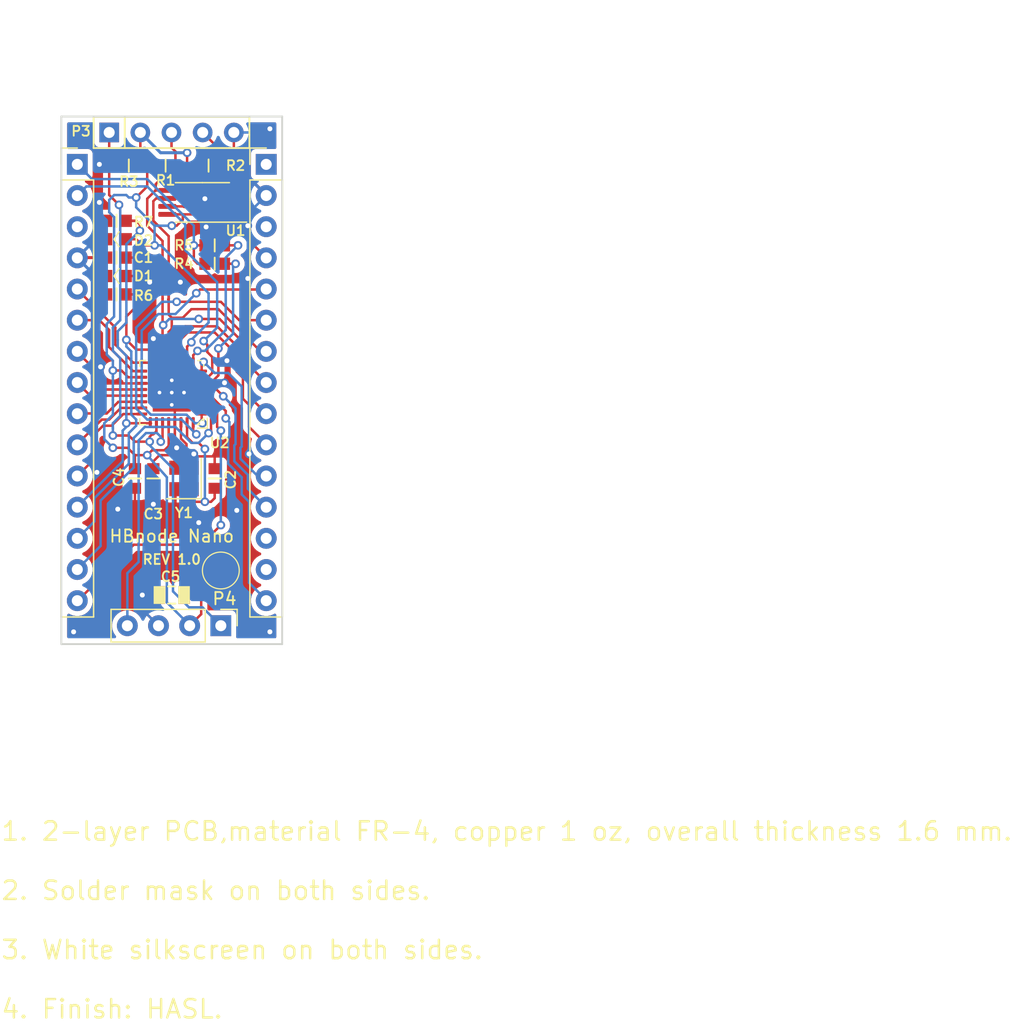
<source format=kicad_pcb>
(kicad_pcb (version 20171130) (host pcbnew "(5.1.12)-1")

  (general
    (thickness 1.6)
    (drawings 11)
    (tracks 736)
    (zones 0)
    (modules 22)
    (nets 38)
  )

  (page A4)
  (title_block
    (title "HBnode Nano")
    (date 2023-07-30)
    (rev 1.0)
    (company =AK=)
  )

  (layers
    (0 F.Cu signal)
    (31 B.Cu signal)
    (33 F.Adhes user hide)
    (35 F.Paste user hide)
    (36 B.SilkS user)
    (37 F.SilkS user)
    (38 B.Mask user hide)
    (39 F.Mask user hide)
    (40 Dwgs.User user hide)
    (41 Cmts.User user)
    (42 Eco1.User user hide)
    (43 Eco2.User user hide)
    (44 Edge.Cuts user hide)
    (45 Margin user hide)
    (46 B.CrtYd user hide)
    (47 F.CrtYd user hide)
    (48 B.Fab user hide)
    (49 F.Fab user hide)
  )

  (setup
    (last_trace_width 0.2)
    (user_trace_width 0.25)
    (trace_clearance 0.15)
    (zone_clearance 0.4)
    (zone_45_only no)
    (trace_min 0.2)
    (via_size 0.7)
    (via_drill 0.4)
    (via_min_size 0.4)
    (via_min_drill 0.3)
    (user_via 0.5 0.3)
    (uvia_size 0.3)
    (uvia_drill 0.1)
    (uvias_allowed no)
    (uvia_min_size 0.2)
    (uvia_min_drill 0.1)
    (edge_width 0.15)
    (segment_width 0.2)
    (pcb_text_width 0.3)
    (pcb_text_size 1.5 1.5)
    (mod_edge_width 0.15)
    (mod_text_size 1 1)
    (mod_text_width 0.15)
    (pad_size 1.7 1.7)
    (pad_drill 0.9)
    (pad_to_mask_clearance 0.051)
    (solder_mask_min_width 0.25)
    (aux_axis_origin 80 93)
    (grid_origin 80 93)
    (visible_elements 7FFDFF7F)
    (pcbplotparams
      (layerselection 0x010e8_ffffffff)
      (usegerberextensions true)
      (usegerberattributes false)
      (usegerberadvancedattributes false)
      (creategerberjobfile false)
      (excludeedgelayer false)
      (linewidth 0.200000)
      (plotframeref true)
      (viasonmask false)
      (mode 1)
      (useauxorigin false)
      (hpglpennumber 1)
      (hpglpenspeed 20)
      (hpglpendiameter 15.000000)
      (psnegative false)
      (psa4output false)
      (plotreference true)
      (plotvalue false)
      (plotinvisibletext false)
      (padsonsilk false)
      (subtractmaskfromsilk false)
      (outputformat 1)
      (mirror false)
      (drillshape 0)
      (scaleselection 1)
      (outputdirectory "Fabrication/"))
  )

  (net 0 "")
  (net 1 COM)
  (net 2 /D7)
  (net 3 /D6)
  (net 4 /D5)
  (net 5 /D4)
  (net 6 /D3)
  (net 7 /D2)
  (net 8 /~RESET)
  (net 9 /D8)
  (net 10 /A0)
  (net 11 /A1)
  (net 12 /A2)
  (net 13 /A3)
  (net 14 +5V)
  (net 15 "Net-(C2-Pad2)")
  (net 16 "Net-(C3-Pad2)")
  (net 17 "Net-(D1-Pad1)")
  (net 18 "Net-(D2-Pad1)")
  (net 19 /BOOT-SDA)
  (net 20 /BOOT-SCL)
  (net 21 /~LED-R)
  (net 22 /~LED-G)
  (net 23 /D10-SCL)
  (net 24 /D11-MOSI)
  (net 25 /D12-MISO)
  (net 26 /D13-SCK)
  (net 27 /PC0-TX1)
  (net 28 /RX1)
  (net 29 /CCL1-OUT)
  (net 30 /UPDI)
  (net 31 /D9-SDA)
  (net 32 /TX1)
  (net 33 "Net-(P2-Pad3)")
  (net 34 "Net-(P2-Pad1)")
  (net 35 "Net-(P1-Pad3)")
  (net 36 "Net-(P2-Pad13)")
  (net 37 "Net-(P2-Pad14)")

  (net_class Default "This is the default net class."
    (clearance 0.15)
    (trace_width 0.2)
    (via_dia 0.7)
    (via_drill 0.4)
    (uvia_dia 0.3)
    (uvia_drill 0.1)
    (add_net +5V)
    (add_net /A0)
    (add_net /A1)
    (add_net /A2)
    (add_net /A3)
    (add_net /BOOT-SCL)
    (add_net /BOOT-SDA)
    (add_net /CCL1-OUT)
    (add_net /D10-SCL)
    (add_net /D11-MOSI)
    (add_net /D12-MISO)
    (add_net /D13-SCK)
    (add_net /D2)
    (add_net /D3)
    (add_net /D4)
    (add_net /D5)
    (add_net /D6)
    (add_net /D7)
    (add_net /D8)
    (add_net /D9-SDA)
    (add_net /PC0-TX1)
    (add_net /RX1)
    (add_net /TX1)
    (add_net /UPDI)
    (add_net /~LED-G)
    (add_net /~LED-R)
    (add_net /~RESET)
    (add_net COM)
    (add_net "Net-(C2-Pad2)")
    (add_net "Net-(C3-Pad2)")
    (add_net "Net-(D1-Pad1)")
    (add_net "Net-(D2-Pad1)")
    (add_net "Net-(P1-Pad3)")
    (add_net "Net-(P2-Pad1)")
    (add_net "Net-(P2-Pad13)")
    (add_net "Net-(P2-Pad14)")
    (add_net "Net-(P2-Pad3)")
  )

  (module Package_DFN_QFN:QFN-32-1EP_5x5mm_P0.5mm_EP3.1x3.1mm_pin0 (layer F.Cu) (tedit 64C5F324) (tstamp 63E219FE)
    (at 89 72.5 180)
    (descr "QFN, 32 Pin (http://ww1.microchip.com/downloads/en/DeviceDoc/8008S.pdf#page=20), generated with kicad-footprint-generator ipc_noLead_generator.py")
    (tags "QFN NoLead")
    (path /63AFCA8E)
    (attr smd)
    (fp_text reference U2 (at -3.9 -4.1) (layer F.SilkS)
      (effects (font (size 0.8 0.8) (thickness 0.15)))
    )
    (fp_text value AVR64DD32 (at 0 3.82) (layer F.Fab)
      (effects (font (size 1 1) (thickness 0.15)))
    )
    (fp_line (start 2.135 -2.61) (end 2.61 -2.61) (layer F.SilkS) (width 0.12))
    (fp_line (start 2.61 -2.61) (end 2.61 -2.135) (layer F.SilkS) (width 0.12))
    (fp_line (start -2.135 2.61) (end -2.61 2.61) (layer F.SilkS) (width 0.12))
    (fp_line (start -2.61 2.61) (end -2.61 2.135) (layer F.SilkS) (width 0.12))
    (fp_line (start 2.135 2.61) (end 2.61 2.61) (layer F.SilkS) (width 0.12))
    (fp_line (start 2.61 2.61) (end 2.61 2.135) (layer F.SilkS) (width 0.12))
    (fp_line (start -1.5 -2.5) (end 2.5 -2.5) (layer F.Fab) (width 0.1))
    (fp_line (start 2.5 -2.5) (end 2.5 2.5) (layer F.Fab) (width 0.1))
    (fp_line (start 2.5 2.5) (end -2.5 2.5) (layer F.Fab) (width 0.1))
    (fp_line (start -2.5 2.5) (end -2.5 -1.5) (layer F.Fab) (width 0.1))
    (fp_line (start -2.5 -1.5) (end -1.5 -2.5) (layer F.Fab) (width 0.1))
    (fp_line (start -3.12 -3.12) (end -3.12 3.12) (layer F.CrtYd) (width 0.05))
    (fp_line (start -3.12 3.12) (end 3.12 3.12) (layer F.CrtYd) (width 0.05))
    (fp_line (start 3.12 3.12) (end 3.12 -3.12) (layer F.CrtYd) (width 0.05))
    (fp_line (start 3.12 -3.12) (end -3.12 -3.12) (layer F.CrtYd) (width 0.05))
    (fp_line (start -2.6 -2.1) (end -2.1 -2.6) (layer F.SilkS) (width 0.12))
    (fp_line (start -2.6 -2.6) (end -2.6 -2.1) (layer F.SilkS) (width 0.12))
    (fp_line (start -2.9 -2.9) (end -2.9 -2.1) (layer F.SilkS) (width 0.12))
    (fp_line (start -2.1 -2.9) (end -2.9 -2.9) (layer F.SilkS) (width 0.12))
    (fp_line (start -2.6 -2.6) (end -2.1 -2.6) (layer F.SilkS) (width 0.12))
    (fp_text user %R (at 0 0) (layer F.Fab)
      (effects (font (size 1 1) (thickness 0.15)))
    )
    (pad 0 thru_hole circle (at 1 0 180) (size 0.5 0.5) (drill 0.3) (layers *.Cu)
      (net 1 COM) (zone_connect 2))
    (pad 0 thru_hole circle (at 0 1 180) (size 0.5 0.5) (drill 0.3) (layers *.Cu)
      (net 1 COM) (zone_connect 2))
    (pad ~ smd roundrect (at 0.9 -0.9 180) (size 1.1 1.1) (layers F.Paste) (roundrect_rratio 0.25)
      (zone_connect 2))
    (pad ~ smd roundrect (at 0.9 0.9 180) (size 1.1 1.1) (layers F.Paste) (roundrect_rratio 0.25)
      (zone_connect 2))
    (pad ~ smd roundrect (at -0.9 0.9 180) (size 1.1 1.1) (layers F.Paste) (roundrect_rratio 0.25)
      (zone_connect 2))
    (pad ~ smd roundrect (at -0.9 -0.9 180) (size 1.1 1.1) (layers F.Paste) (roundrect_rratio 0.25)
      (zone_connect 2))
    (pad 0 thru_hole circle (at -1 0 180) (size 0.5 0.5) (drill 0.3) (layers *.Cu)
      (net 1 COM) (zone_connect 2))
    (pad 0 thru_hole circle (at 0 0 180) (size 0.5 0.5) (drill 0.3) (layers *.Cu)
      (net 1 COM) (zone_connect 2))
    (pad 0 thru_hole circle (at 0 -1 180) (size 0.5 0.5) (drill 0.3) (layers *.Cu)
      (net 1 COM) (zone_connect 2))
    (pad 0 smd rect (at 0 0 180) (size 3.1 3.1) (layers F.Cu F.Mask)
      (net 1 COM))
    (pad 32 smd roundrect (at -1.75 -2.4375 180) (size 0.25 0.875) (layers F.Cu F.Paste F.Mask) (roundrect_rratio 0.25)
      (net 31 /D9-SDA))
    (pad 31 smd roundrect (at -1.25 -2.4375 180) (size 0.25 0.875) (layers F.Cu F.Paste F.Mask) (roundrect_rratio 0.25)
      (net 15 "Net-(C2-Pad2)"))
    (pad 30 smd roundrect (at -0.75 -2.4375 180) (size 0.25 0.875) (layers F.Cu F.Paste F.Mask) (roundrect_rratio 0.25)
      (net 16 "Net-(C3-Pad2)"))
    (pad 29 smd roundrect (at -0.25 -2.4375 180) (size 0.25 0.875) (layers F.Cu F.Paste F.Mask) (roundrect_rratio 0.25)
      (net 1 COM))
    (pad 28 smd roundrect (at 0.25 -2.4375 180) (size 0.25 0.875) (layers F.Cu F.Paste F.Mask) (roundrect_rratio 0.25)
      (net 14 +5V))
    (pad 27 smd roundrect (at 0.75 -2.4375 180) (size 0.25 0.875) (layers F.Cu F.Paste F.Mask) (roundrect_rratio 0.25)
      (net 30 /UPDI))
    (pad 26 smd roundrect (at 1.25 -2.4375 180) (size 0.25 0.875) (layers F.Cu F.Paste F.Mask) (roundrect_rratio 0.25)
      (net 8 /~RESET))
    (pad 25 smd roundrect (at 1.75 -2.4375 180) (size 0.25 0.875) (layers F.Cu F.Paste F.Mask) (roundrect_rratio 0.25)
      (net 21 /~LED-R))
    (pad 24 smd roundrect (at 2.4375 -1.75 180) (size 0.875 0.25) (layers F.Cu F.Paste F.Mask) (roundrect_rratio 0.25)
      (net 9 /D8))
    (pad 23 smd roundrect (at 2.4375 -1.25 180) (size 0.875 0.25) (layers F.Cu F.Paste F.Mask) (roundrect_rratio 0.25)
      (net 2 /D7))
    (pad 22 smd roundrect (at 2.4375 -0.75 180) (size 0.875 0.25) (layers F.Cu F.Paste F.Mask) (roundrect_rratio 0.25)
      (net 3 /D6))
    (pad 21 smd roundrect (at 2.4375 -0.25 180) (size 0.875 0.25) (layers F.Cu F.Paste F.Mask) (roundrect_rratio 0.25)
      (net 4 /D5))
    (pad 20 smd roundrect (at 2.4375 0.25 180) (size 0.875 0.25) (layers F.Cu F.Paste F.Mask) (roundrect_rratio 0.25)
      (net 5 /D4))
    (pad 19 smd roundrect (at 2.4375 0.75 180) (size 0.875 0.25) (layers F.Cu F.Paste F.Mask) (roundrect_rratio 0.25)
      (net 1 COM))
    (pad 18 smd roundrect (at 2.4375 1.25 180) (size 0.875 0.25) (layers F.Cu F.Paste F.Mask) (roundrect_rratio 0.25)
      (net 14 +5V))
    (pad 17 smd roundrect (at 2.4375 1.75 180) (size 0.875 0.25) (layers F.Cu F.Paste F.Mask) (roundrect_rratio 0.25)
      (net 6 /D3))
    (pad 16 smd roundrect (at 1.75 2.4375 180) (size 0.25 0.875) (layers F.Cu F.Paste F.Mask) (roundrect_rratio 0.25)
      (net 7 /D2))
    (pad 15 smd roundrect (at 1.25 2.4375 180) (size 0.25 0.875) (layers F.Cu F.Paste F.Mask) (roundrect_rratio 0.25)
      (net 22 /~LED-G))
    (pad 14 smd roundrect (at 0.75 2.4375 180) (size 0.25 0.875) (layers F.Cu F.Paste F.Mask) (roundrect_rratio 0.25)
      (net 19 /BOOT-SDA))
    (pad 13 smd roundrect (at 0.25 2.4375 180) (size 0.25 0.875) (layers F.Cu F.Paste F.Mask) (roundrect_rratio 0.25)
      (net 20 /BOOT-SCL))
    (pad 12 smd roundrect (at -0.25 2.4375 180) (size 0.25 0.875) (layers F.Cu F.Paste F.Mask) (roundrect_rratio 0.25)
      (net 13 /A3))
    (pad 11 smd roundrect (at -0.75 2.4375 180) (size 0.25 0.875) (layers F.Cu F.Paste F.Mask) (roundrect_rratio 0.25)
      (net 12 /A2))
    (pad 10 smd roundrect (at -1.25 2.4375 180) (size 0.25 0.875) (layers F.Cu F.Paste F.Mask) (roundrect_rratio 0.25)
      (net 14 +5V))
    (pad 9 smd roundrect (at -1.75 2.4375 180) (size 0.25 0.875) (layers F.Cu F.Paste F.Mask) (roundrect_rratio 0.25)
      (net 29 /CCL1-OUT))
    (pad 8 smd roundrect (at -2.4375 1.75 180) (size 0.875 0.25) (layers F.Cu F.Paste F.Mask) (roundrect_rratio 0.25)
      (net 11 /A1))
    (pad 7 smd roundrect (at -2.4375 1.25 180) (size 0.875 0.25) (layers F.Cu F.Paste F.Mask) (roundrect_rratio 0.25)
      (net 28 /RX1))
    (pad 6 smd roundrect (at -2.4375 0.75 180) (size 0.875 0.25) (layers F.Cu F.Paste F.Mask) (roundrect_rratio 0.25)
      (net 27 /PC0-TX1))
    (pad 5 smd roundrect (at -2.4375 0.25 180) (size 0.875 0.25) (layers F.Cu F.Paste F.Mask) (roundrect_rratio 0.25)
      (net 10 /A0))
    (pad 4 smd roundrect (at -2.4375 -0.25 180) (size 0.875 0.25) (layers F.Cu F.Paste F.Mask) (roundrect_rratio 0.25)
      (net 26 /D13-SCK))
    (pad 3 smd roundrect (at -2.4375 -0.75 180) (size 0.875 0.25) (layers F.Cu F.Paste F.Mask) (roundrect_rratio 0.25)
      (net 25 /D12-MISO))
    (pad 2 smd roundrect (at -2.4375 -1.25 180) (size 0.875 0.25) (layers F.Cu F.Paste F.Mask) (roundrect_rratio 0.25)
      (net 24 /D11-MOSI))
    (pad 1 smd roundrect (at -2.4375 -1.75 180) (size 0.875 0.25) (layers F.Cu F.Paste F.Mask) (roundrect_rratio 0.25)
      (net 23 /D10-SCL))
    (model ${KISYS3DMOD}/Package_DFN_QFN.3dshapes/QFN-32-1EP_5x5mm_P0.5mm_EP3.1x3.1mm.wrl
      (at (xyz 0 0 0))
      (scale (xyz 1 1 1))
      (rotate (xyz 0 0 0))
    )
  )

  (module Connectors:HDR_5 (layer F.Cu) (tedit 64C5F3C7) (tstamp 5D836910)
    (at 83.9 51.3)
    (path /63E25171)
    (fp_text reference P3 (at -2.3 -0.1) (layer F.SilkS)
      (effects (font (size 0.8 0.8) (thickness 0.15)))
    )
    (fp_text value CONN_01X05 (at 0 2.54) (layer F.Fab)
      (effects (font (size 0.8 0.8) (thickness 0.15)))
    )
    (fp_line (start 1.27 -1.27) (end -1.27 -1.27) (layer F.SilkS) (width 0.15))
    (fp_line (start 1.27 1.27) (end 1.27 -1.27) (layer F.SilkS) (width 0.15))
    (fp_line (start -1.27 1.27) (end 1.27 1.27) (layer F.SilkS) (width 0.15))
    (fp_line (start -1.27 -1.27) (end -1.27 1.27) (layer F.SilkS) (width 0.15))
    (fp_line (start 11.43 -1.27) (end 11.43 1.27) (layer F.SilkS) (width 0.15))
    (fp_line (start 1.27 -1.27) (end 11.43 -1.27) (layer F.SilkS) (width 0.15))
    (fp_line (start 1.27 1.27) (end 11.43 1.27) (layer F.SilkS) (width 0.15))
    (pad 5 thru_hole circle (at 10.16 0) (size 1.6 1.6) (drill 0.9) (layers *.Cu *.Mask)
      (net 1 COM))
    (pad 4 thru_hole circle (at 7.62 0) (size 1.6 1.6) (drill 0.9) (layers *.Cu *.Mask)
      (net 20 /BOOT-SCL))
    (pad 3 thru_hole circle (at 5.08 0) (size 1.6 1.6) (drill 0.9) (layers *.Cu *.Mask)
      (net 19 /BOOT-SDA))
    (pad 2 thru_hole circle (at 2.54 0) (size 1.6 1.6) (drill 0.9) (layers *.Cu *.Mask)
      (net 14 +5V))
    (pad 1 thru_hole rect (at 0 0) (size 1.6 1.6) (drill 0.9) (layers *.Cu *.Mask)
      (net 8 /~RESET))
  )

  (module Discret:0603 (layer F.Cu) (tedit 63E6141C) (tstamp 63E21960)
    (at 84.5 61.5 180)
    (tags "0603 SMD")
    (path /63B7FB29)
    (attr smd)
    (fp_text reference C1 (at -2.2 0 180) (layer F.SilkS)
      (effects (font (size 0.8 0.8) (thickness 0.15)))
    )
    (fp_text value 100n (at 0.1 1.3 180) (layer F.SilkS) hide
      (effects (font (size 0.8 0.8) (thickness 0.1)))
    )
    (fp_line (start 0 -0.5) (end 0 0.5) (layer F.SilkS) (width 0.15))
    (pad 1 smd rect (at -0.8 0 180) (size 0.9 1) (layers F.Cu F.Paste F.Mask)
      (net 14 +5V) (solder_mask_margin 0.1))
    (pad 2 smd rect (at 0.8 0 180) (size 0.9 1) (layers F.Cu F.Paste F.Mask)
      (net 1 COM) (solder_mask_margin 0.1))
    (model ${KISYS3DMOD}/Resistors_SMD.3dshapes/R_0603.wrl
      (at (xyz 0 0 0))
      (scale (xyz 1 1 1))
      (rotate (xyz 0 0 0))
    )
  )

  (module Discret:0603 (layer F.Cu) (tedit 63E61674) (tstamp 63E21967)
    (at 92.5 79.5 270)
    (tags "0603 SMD")
    (path /63B14CA8)
    (attr smd)
    (fp_text reference C2 (at 0.1 -1.3 270) (layer F.SilkS)
      (effects (font (size 0.8 0.8) (thickness 0.15)))
    )
    (fp_text value 22p (at 0.1 1.3 270) (layer F.SilkS) hide
      (effects (font (size 0.8 0.8) (thickness 0.1)))
    )
    (fp_line (start 0 -0.5) (end 0 0.5) (layer F.SilkS) (width 0.15))
    (pad 1 smd rect (at -0.8 0 270) (size 0.9 1) (layers F.Cu F.Paste F.Mask)
      (net 1 COM) (solder_mask_margin 0.1))
    (pad 2 smd rect (at 0.8 0 270) (size 0.9 1) (layers F.Cu F.Paste F.Mask)
      (net 15 "Net-(C2-Pad2)") (solder_mask_margin 0.1))
    (model ${KISYS3DMOD}/Resistors_SMD.3dshapes/R_0603.wrl
      (at (xyz 0 0 0))
      (scale (xyz 1 1 1))
      (rotate (xyz 0 0 0))
    )
  )

  (module Discret:0603 (layer F.Cu) (tedit 64C5F31B) (tstamp 63E2196E)
    (at 87.5 79.5 90)
    (tags "0603 SMD")
    (path /63B142EB)
    (attr smd)
    (fp_text reference C3 (at -2.9 0 180) (layer F.SilkS)
      (effects (font (size 0.8 0.8) (thickness 0.15)))
    )
    (fp_text value 22p (at 0.1 1.3 90) (layer F.SilkS) hide
      (effects (font (size 0.8 0.8) (thickness 0.1)))
    )
    (fp_line (start 0 -0.5) (end 0 0.5) (layer F.SilkS) (width 0.15))
    (pad 2 smd rect (at 0.8 0 90) (size 0.9 1) (layers F.Cu F.Paste F.Mask)
      (net 16 "Net-(C3-Pad2)") (solder_mask_margin 0.1))
    (pad 1 smd rect (at -0.8 0 90) (size 0.9 1) (layers F.Cu F.Paste F.Mask)
      (net 1 COM) (solder_mask_margin 0.1))
    (model ${KISYS3DMOD}/Resistors_SMD.3dshapes/R_0603.wrl
      (at (xyz 0 0 0))
      (scale (xyz 1 1 1))
      (rotate (xyz 0 0 0))
    )
  )

  (module Discret:0603 (layer F.Cu) (tedit 64C5F318) (tstamp 63E21975)
    (at 86 79.5 270)
    (tags "0603 SMD")
    (path /63B1179E)
    (attr smd)
    (fp_text reference C4 (at -0.1 1.3 90) (layer F.SilkS)
      (effects (font (size 0.8 0.8) (thickness 0.15)))
    )
    (fp_text value 100n (at 0.1 1.3 270) (layer F.SilkS) hide
      (effects (font (size 0.8 0.8) (thickness 0.1)))
    )
    (fp_line (start 0 -0.5) (end 0 0.5) (layer F.SilkS) (width 0.15))
    (pad 2 smd rect (at 0.8 0 270) (size 0.9 1) (layers F.Cu F.Paste F.Mask)
      (net 1 COM) (solder_mask_margin 0.1))
    (pad 1 smd rect (at -0.8 0 270) (size 0.9 1) (layers F.Cu F.Paste F.Mask)
      (net 14 +5V) (solder_mask_margin 0.1))
    (model ${KISYS3DMOD}/Resistors_SMD.3dshapes/R_0603.wrl
      (at (xyz 0 0 0))
      (scale (xyz 1 1 1))
      (rotate (xyz 0 0 0))
    )
  )

  (module Discret:0805 (layer F.Cu) (tedit 64C5F2EA) (tstamp 63E2197D)
    (at 89 89 180)
    (tags "0805 SMD")
    (path /63B11F4D)
    (attr smd)
    (fp_text reference C5 (at 0.1 1.5 180) (layer F.SilkS)
      (effects (font (size 0.8 0.8) (thickness 0.15)))
    )
    (fp_text value 10uF (at 0 1.6 180) (layer F.SilkS) hide
      (effects (font (size 0.8 0.8) (thickness 0.15)))
    )
    (fp_line (start -0.3 -0.7) (end 0.3 -0.7) (layer F.SilkS) (width 0.15))
    (fp_line (start -0.3 0.7) (end 0.3 0.7) (layer F.SilkS) (width 0.15))
    (pad 1 smd rect (at -1 0 180) (size 0.95 1.45) (layers F.Cu F.Paste F.SilkS F.Mask)
      (net 14 +5V) (solder_mask_margin 0.1))
    (pad 2 smd rect (at 1 0 180) (size 0.95 1.45) (layers F.Cu F.Paste F.SilkS F.Mask)
      (net 1 COM) (solder_mask_margin 0.1))
    (model ${KISYS3DMOD}/Resistors_SMD.3dshapes/R_0805_HandSoldering.wrl
      (at (xyz 0 0 0))
      (scale (xyz 1 1 1))
      (rotate (xyz 0 0 0))
    )
  )

  (module Discret:0603 (layer F.Cu) (tedit 64C5F3C2) (tstamp 63E21992)
    (at 88.5 54)
    (tags "0603 SMD")
    (path /63BF9942)
    (attr smd)
    (fp_text reference R1 (at 0 1.2) (layer F.SilkS)
      (effects (font (size 0.8 0.8) (thickness 0.15)))
    )
    (fp_text value 4.7k (at 0.1 1.3) (layer F.SilkS) hide
      (effects (font (size 0.8 0.8) (thickness 0.1)))
    )
    (fp_line (start 0 -0.5) (end 0 0.5) (layer F.SilkS) (width 0.15))
    (pad 2 smd rect (at 0.8 0) (size 0.9 1) (layers F.Cu F.Paste F.Mask)
      (net 19 /BOOT-SDA) (solder_mask_margin 0.1))
    (pad 1 smd rect (at -0.8 0) (size 0.9 1) (layers F.Cu F.Paste F.Mask)
      (net 14 +5V) (solder_mask_margin 0.1))
    (model ${KISYS3DMOD}/Resistors_SMD.3dshapes/R_0603.wrl
      (at (xyz 0 0 0))
      (scale (xyz 1 1 1))
      (rotate (xyz 0 0 0))
    )
  )

  (module Discret:0603 (layer F.Cu) (tedit 64C5F389) (tstamp 63E21999)
    (at 92 54)
    (tags "0603 SMD")
    (path /63BFA29B)
    (attr smd)
    (fp_text reference R2 (at 2.2 0) (layer F.SilkS)
      (effects (font (size 0.8 0.8) (thickness 0.15)))
    )
    (fp_text value 4.7k (at 0.1 1.3) (layer F.SilkS) hide
      (effects (font (size 0.8 0.8) (thickness 0.1)))
    )
    (fp_line (start 0 -0.5) (end 0 0.5) (layer F.SilkS) (width 0.15))
    (pad 1 smd rect (at -0.8 0) (size 0.9 1) (layers F.Cu F.Paste F.Mask)
      (net 14 +5V) (solder_mask_margin 0.1))
    (pad 2 smd rect (at 0.8 0) (size 0.9 1) (layers F.Cu F.Paste F.Mask)
      (net 20 /BOOT-SCL) (solder_mask_margin 0.1))
    (model ${KISYS3DMOD}/Resistors_SMD.3dshapes/R_0603.wrl
      (at (xyz 0 0 0))
      (scale (xyz 1 1 1))
      (rotate (xyz 0 0 0))
    )
  )

  (module Discret:0603 (layer F.Cu) (tedit 64C5F3C4) (tstamp 63E219A0)
    (at 85.5 54 180)
    (tags "0603 SMD")
    (path /63E6D911)
    (attr smd)
    (fp_text reference R3 (at 0 -1.3 180) (layer F.SilkS)
      (effects (font (size 0.8 0.8) (thickness 0.15)))
    )
    (fp_text value 4.7k (at 0.1 1.3 180) (layer F.SilkS) hide
      (effects (font (size 0.8 0.8) (thickness 0.1)))
    )
    (fp_line (start 0 -0.5) (end 0 0.5) (layer F.SilkS) (width 0.15))
    (pad 1 smd rect (at -0.8 0 180) (size 0.9 1) (layers F.Cu F.Paste F.Mask)
      (net 14 +5V) (solder_mask_margin 0.1))
    (pad 2 smd rect (at 0.8 0 180) (size 0.9 1) (layers F.Cu F.Paste F.Mask)
      (net 8 /~RESET) (solder_mask_margin 0.1))
    (model ${KISYS3DMOD}/Resistors_SMD.3dshapes/R_0603.wrl
      (at (xyz 0 0 0))
      (scale (xyz 1 1 1))
      (rotate (xyz 0 0 0))
    )
  )

  (module Discret:0603 (layer F.Cu) (tedit 63E61422) (tstamp 63E219A7)
    (at 84.5 58.5)
    (tags "0603 SMD")
    (path /63BFF61D)
    (attr smd)
    (fp_text reference R7 (at 2.2 0.1) (layer F.SilkS)
      (effects (font (size 0.8 0.8) (thickness 0.15)))
    )
    (fp_text value 4.7k (at 0.1 1.3) (layer F.SilkS) hide
      (effects (font (size 0.8 0.8) (thickness 0.1)))
    )
    (fp_line (start 0 -0.5) (end 0 0.5) (layer F.SilkS) (width 0.15))
    (pad 2 smd rect (at 0.8 0) (size 0.9 1) (layers F.Cu F.Paste F.Mask)
      (net 21 /~LED-R) (solder_mask_margin 0.1))
    (pad 1 smd rect (at -0.8 0) (size 0.9 1) (layers F.Cu F.Paste F.Mask)
      (net 18 "Net-(D2-Pad1)") (solder_mask_margin 0.1))
    (model ${KISYS3DMOD}/Resistors_SMD.3dshapes/R_0603.wrl
      (at (xyz 0 0 0))
      (scale (xyz 1 1 1))
      (rotate (xyz 0 0 0))
    )
  )

  (module Discret:0603 (layer F.Cu) (tedit 63E61419) (tstamp 63E219AE)
    (at 84.5 64.5)
    (tags "0603 SMD")
    (path /63B64AAB)
    (attr smd)
    (fp_text reference R6 (at 2.2 0.1) (layer F.SilkS)
      (effects (font (size 0.8 0.8) (thickness 0.15)))
    )
    (fp_text value 4.7k (at 0.1 1.3) (layer F.SilkS) hide
      (effects (font (size 0.8 0.8) (thickness 0.1)))
    )
    (fp_line (start 0 -0.5) (end 0 0.5) (layer F.SilkS) (width 0.15))
    (pad 1 smd rect (at -0.8 0) (size 0.9 1) (layers F.Cu F.Paste F.Mask)
      (net 17 "Net-(D1-Pad1)") (solder_mask_margin 0.1))
    (pad 2 smd rect (at 0.8 0) (size 0.9 1) (layers F.Cu F.Paste F.Mask)
      (net 22 /~LED-G) (solder_mask_margin 0.1))
    (model ${KISYS3DMOD}/Resistors_SMD.3dshapes/R_0603.wrl
      (at (xyz 0 0 0))
      (scale (xyz 1 1 1))
      (rotate (xyz 0 0 0))
    )
  )

  (module Package_SO:TSSOP-8_4.4x3mm_P0.65mm (layer F.Cu) (tedit 63E5FA1F) (tstamp 63E27174)
    (at 91.5 57 180)
    (descr "TSSOP, 8 Pin (JEDEC MO-153 Var AA https://www.jedec.org/document_search?search_api_views_fulltext=MO-153), generated with kicad-footprint-generator ipc_gullwing_generator.py")
    (tags "TSSOP SO")
    (path /63B616F5)
    (attr smd)
    (fp_text reference U1 (at -2.7 -2.3 180) (layer F.SilkS)
      (effects (font (size 0.8 0.8) (thickness 0.15)))
    )
    (fp_text value 24C512 (at 0 2.45 180) (layer F.Fab)
      (effects (font (size 1 1) (thickness 0.15)))
    )
    (fp_line (start 0 1.61) (end 2.2 1.61) (layer F.SilkS) (width 0.12))
    (fp_line (start 0 1.61) (end -2.2 1.61) (layer F.SilkS) (width 0.12))
    (fp_line (start 0 -1.61) (end 2.2 -1.61) (layer F.SilkS) (width 0.12))
    (fp_line (start 0 -1.61) (end -3.6 -1.61) (layer F.SilkS) (width 0.12))
    (fp_line (start -1.45 -1.5) (end 2.2 -1.5) (layer F.Fab) (width 0.1))
    (fp_line (start 2.2 -1.5) (end 2.2 1.5) (layer F.Fab) (width 0.1))
    (fp_line (start 2.2 1.5) (end -2.2 1.5) (layer F.Fab) (width 0.1))
    (fp_line (start -2.2 1.5) (end -2.2 -0.75) (layer F.Fab) (width 0.1))
    (fp_line (start -2.2 -0.75) (end -1.45 -1.5) (layer F.Fab) (width 0.1))
    (fp_line (start -3.85 -1.75) (end -3.85 1.75) (layer F.CrtYd) (width 0.05))
    (fp_line (start -3.85 1.75) (end 3.85 1.75) (layer F.CrtYd) (width 0.05))
    (fp_line (start 3.85 1.75) (end 3.85 -1.75) (layer F.CrtYd) (width 0.05))
    (fp_line (start 3.85 -1.75) (end -3.85 -1.75) (layer F.CrtYd) (width 0.05))
    (fp_text user %R (at 0 0 180) (layer F.Fab)
      (effects (font (size 1 1) (thickness 0.15)))
    )
    (pad 1 smd roundrect (at -2.8625 -0.975 180) (size 1.475 0.4) (layers F.Cu F.Paste F.Mask) (roundrect_rratio 0.25)
      (net 1 COM))
    (pad 2 smd roundrect (at -2.8625 -0.325 180) (size 1.475 0.4) (layers F.Cu F.Paste F.Mask) (roundrect_rratio 0.25)
      (net 1 COM))
    (pad 3 smd roundrect (at -2.8625 0.325 180) (size 1.475 0.4) (layers F.Cu F.Paste F.Mask) (roundrect_rratio 0.25)
      (net 14 +5V))
    (pad 4 smd roundrect (at -2.8625 0.975 180) (size 1.475 0.4) (layers F.Cu F.Paste F.Mask) (roundrect_rratio 0.25)
      (net 1 COM))
    (pad 5 smd roundrect (at 2.8625 0.975 180) (size 1.475 0.4) (layers F.Cu F.Paste F.Mask) (roundrect_rratio 0.25)
      (net 19 /BOOT-SDA))
    (pad 6 smd roundrect (at 2.8625 0.325 180) (size 1.475 0.4) (layers F.Cu F.Paste F.Mask) (roundrect_rratio 0.25)
      (net 20 /BOOT-SCL))
    (pad 7 smd roundrect (at 2.8625 -0.325 180) (size 1.475 0.4) (layers F.Cu F.Paste F.Mask) (roundrect_rratio 0.25)
      (net 1 COM))
    (pad 8 smd roundrect (at 2.8625 -0.975 180) (size 1.475 0.4) (layers F.Cu F.Paste F.Mask) (roundrect_rratio 0.25)
      (net 14 +5V))
    (model ${KISYS3DMOD}/Package_SO.3dshapes/TSSOP-8_4.4x3mm_P0.65mm.wrl
      (at (xyz 0 0 0))
      (scale (xyz 1 1 1))
      (rotate (xyz 0 0 0))
    )
  )

  (module Connector_PinHeader_2.54mm:PinHeader_1x04_P2.54mm_Vertical (layer F.Cu) (tedit 64C5F2ED) (tstamp 63E35B3E)
    (at 93 91.5 270)
    (descr "Through hole straight pin header, 1x04, 2.54mm pitch, single row")
    (tags "Through hole pin header THT 1x04 2.54mm single row")
    (path /63E83A86)
    (fp_text reference P4 (at -2.2 -0.3) (layer F.SilkS)
      (effects (font (size 1 1) (thickness 0.15)))
    )
    (fp_text value CONN_01X04 (at 0 9.95 270) (layer F.Fab)
      (effects (font (size 1 1) (thickness 0.15)))
    )
    (fp_line (start 1.8 -1.8) (end -1.8 -1.8) (layer F.CrtYd) (width 0.05))
    (fp_line (start 1.8 9.4) (end 1.8 -1.8) (layer F.CrtYd) (width 0.05))
    (fp_line (start -1.8 9.4) (end 1.8 9.4) (layer F.CrtYd) (width 0.05))
    (fp_line (start -1.8 -1.8) (end -1.8 9.4) (layer F.CrtYd) (width 0.05))
    (fp_line (start -1.33 -1.33) (end 0 -1.33) (layer F.SilkS) (width 0.12))
    (fp_line (start -1.33 0) (end -1.33 -1.33) (layer F.SilkS) (width 0.12))
    (fp_line (start -1.33 1.27) (end 1.33 1.27) (layer F.SilkS) (width 0.12))
    (fp_line (start 1.33 1.27) (end 1.33 8.95) (layer F.SilkS) (width 0.12))
    (fp_line (start -1.33 1.27) (end -1.33 8.95) (layer F.SilkS) (width 0.12))
    (fp_line (start -1.33 8.95) (end 1.33 8.95) (layer F.SilkS) (width 0.12))
    (fp_line (start -1.27 -0.635) (end -0.635 -1.27) (layer F.Fab) (width 0.1))
    (fp_line (start -1.27 8.89) (end -1.27 -0.635) (layer F.Fab) (width 0.1))
    (fp_line (start 1.27 8.89) (end -1.27 8.89) (layer F.Fab) (width 0.1))
    (fp_line (start 1.27 -1.27) (end 1.27 8.89) (layer F.Fab) (width 0.1))
    (fp_line (start -0.635 -1.27) (end 1.27 -1.27) (layer F.Fab) (width 0.1))
    (fp_text user %R (at 0 3.81) (layer F.Fab)
      (effects (font (size 1 1) (thickness 0.15)))
    )
    (pad 1 thru_hole rect (at 0 0 270) (size 1.7 1.7) (drill 0.9) (layers *.Cu *.Mask)
      (net 8 /~RESET))
    (pad 2 thru_hole oval (at 0 2.54 270) (size 1.7 1.7) (drill 0.9) (layers *.Cu *.Mask)
      (net 14 +5V))
    (pad 3 thru_hole oval (at 0 5.08 270) (size 1.7 1.7) (drill 0.9) (layers *.Cu *.Mask)
      (net 1 COM))
    (pad 4 thru_hole oval (at 0 7.62 270) (size 1.7 1.7) (drill 0.9) (layers *.Cu *.Mask)
      (net 30 /UPDI))
    (model ${KISYS3DMOD}/Connector_PinHeader_2.54mm.3dshapes/PinHeader_1x04_P2.54mm_Vertical.wrl
      (at (xyz 0 0 0))
      (scale (xyz 1 1 1))
      (rotate (xyz 0 0 0))
    )
  )

  (module Crystal:Crystal_SMD_2520-4Pin_2.5x2.0mm (layer F.Cu) (tedit 64C5F33D) (tstamp 63E379E6)
    (at 90 79.5 90)
    (descr "SMD Crystal SERIES SMD2520/4 http://www.newxtal.com/UploadFiles/Images/2012-11-12-09-29-09-776.pdf, 2.5x2.0mm^2 package")
    (tags "SMD SMT crystal")
    (path /63B13B13)
    (attr smd)
    (fp_text reference Y1 (at -2.8 0 180) (layer F.SilkS)
      (effects (font (size 0.8 0.8) (thickness 0.15)))
    )
    (fp_text value 24MHz (at 0 2.2 90) (layer F.Fab)
      (effects (font (size 1 1) (thickness 0.15)))
    )
    (fp_line (start 1.7 -1.5) (end -1.7 -1.5) (layer F.CrtYd) (width 0.05))
    (fp_line (start 1.7 1.5) (end 1.7 -1.5) (layer F.CrtYd) (width 0.05))
    (fp_line (start -1.7 1.5) (end 1.7 1.5) (layer F.CrtYd) (width 0.05))
    (fp_line (start -1.7 -1.5) (end -1.7 1.5) (layer F.CrtYd) (width 0.05))
    (fp_line (start -1.65 1.4) (end 1.65 1.4) (layer F.SilkS) (width 0.12))
    (fp_line (start -1.65 -1.4) (end -1.65 1.4) (layer F.SilkS) (width 0.12))
    (fp_line (start -1.25 0) (end -0.25 1) (layer F.Fab) (width 0.1))
    (fp_line (start -1.25 -0.9) (end -1.15 -1) (layer F.Fab) (width 0.1))
    (fp_line (start -1.25 0.9) (end -1.25 -0.9) (layer F.Fab) (width 0.1))
    (fp_line (start -1.15 1) (end -1.25 0.9) (layer F.Fab) (width 0.1))
    (fp_line (start 1.15 1) (end -1.15 1) (layer F.Fab) (width 0.1))
    (fp_line (start 1.25 0.9) (end 1.15 1) (layer F.Fab) (width 0.1))
    (fp_line (start 1.25 -0.9) (end 1.25 0.9) (layer F.Fab) (width 0.1))
    (fp_line (start 1.15 -1) (end 1.25 -0.9) (layer F.Fab) (width 0.1))
    (fp_line (start -1.15 -1) (end 1.15 -1) (layer F.Fab) (width 0.1))
    (fp_text user %R (at 0 0 90) (layer F.Fab)
      (effects (font (size 0.6 0.6) (thickness 0.09)))
    )
    (pad 1 smd rect (at -0.875 0.7 90) (size 1.15 1) (layers F.Cu F.Paste F.Mask)
      (net 15 "Net-(C2-Pad2)"))
    (pad 2 smd rect (at 0.875 0.7 90) (size 1.15 1) (layers F.Cu F.Paste F.Mask)
      (net 1 COM))
    (pad 3 smd rect (at 0.875 -0.7 90) (size 1.15 1) (layers F.Cu F.Paste F.Mask)
      (net 16 "Net-(C3-Pad2)"))
    (pad 4 smd rect (at -0.875 -0.7 90) (size 1.15 1) (layers F.Cu F.Paste F.Mask)
      (net 1 COM))
    (model ${KISYS3DMOD}/Crystal.3dshapes/Crystal_SMD_2520-4Pin_2.5x2.0mm.wrl
      (at (xyz 0 0 0))
      (scale (xyz 1 1 1))
      (rotate (xyz 0 0 0))
    )
  )

  (module Discret:0603 (layer F.Cu) (tedit 63E5DC6A) (tstamp 63E4FEF6)
    (at 92.5 62 180)
    (tags "0603 SMD")
    (path /63EE6812)
    (attr smd)
    (fp_text reference R4 (at 2.5 0 180) (layer F.SilkS)
      (effects (font (size 0.8 0.8) (thickness 0.15)))
    )
    (fp_text value 1k (at 0.1 1.3 180) (layer F.SilkS) hide
      (effects (font (size 0.8 0.8) (thickness 0.1)))
    )
    (fp_line (start 0 -0.5) (end 0 0.5) (layer F.SilkS) (width 0.15))
    (pad 2 smd rect (at 0.8 0 180) (size 0.9 1) (layers F.Cu F.Paste F.Mask)
      (net 32 /TX1) (solder_mask_margin 0.1))
    (pad 1 smd rect (at -0.8 0 180) (size 0.9 1) (layers F.Cu F.Paste F.Mask)
      (net 27 /PC0-TX1) (solder_mask_margin 0.1))
    (model ${KISYS3DMOD}/Resistors_SMD.3dshapes/R_0603.wrl
      (at (xyz 0 0 0))
      (scale (xyz 1 1 1))
      (rotate (xyz 0 0 0))
    )
  )

  (module Discret:0603 (layer F.Cu) (tedit 63E5DC67) (tstamp 63E4FEFD)
    (at 92.5 60.5 180)
    (tags "0603 SMD")
    (path /63EE70E1)
    (attr smd)
    (fp_text reference R5 (at 2.5 0 180) (layer F.SilkS)
      (effects (font (size 0.8 0.8) (thickness 0.15)))
    )
    (fp_text value 1k (at 0.1 1.3 180) (layer F.SilkS) hide
      (effects (font (size 0.8 0.8) (thickness 0.1)))
    )
    (fp_line (start 0 -0.5) (end 0 0.5) (layer F.SilkS) (width 0.15))
    (pad 1 smd rect (at -0.8 0 180) (size 0.9 1) (layers F.Cu F.Paste F.Mask)
      (net 29 /CCL1-OUT) (solder_mask_margin 0.1))
    (pad 2 smd rect (at 0.8 0 180) (size 0.9 1) (layers F.Cu F.Paste F.Mask)
      (net 32 /TX1) (solder_mask_margin 0.1))
    (model ${KISYS3DMOD}/Resistors_SMD.3dshapes/R_0603.wrl
      (at (xyz 0 0 0))
      (scale (xyz 1 1 1))
      (rotate (xyz 0 0 0))
    )
  )

  (module Discret:0603_LED (layer F.Cu) (tedit 63E6141F) (tstamp 63E64A59)
    (at 84.5 60)
    (tags "0603 SMD")
    (path /63BD4432)
    (attr smd)
    (fp_text reference D2 (at 2.2 0.1) (layer F.SilkS)
      (effects (font (size 0.8 0.8) (thickness 0.15)))
    )
    (fp_text value RED (at 0.1 1.3) (layer F.SilkS) hide
      (effects (font (size 0.8 0.8) (thickness 0.1)))
    )
    (fp_line (start -0.2 0) (end 0.2 0.6) (layer F.SilkS) (width 0.12))
    (fp_line (start 0.2 -0.6) (end -0.2 0) (layer F.SilkS) (width 0.12))
    (pad 2 smd rect (at 0.8 0) (size 0.9 1) (layers F.Cu F.Paste F.Mask)
      (net 14 +5V) (solder_mask_margin 0.1))
    (pad 1 smd rect (at -0.8 0) (size 0.9 1) (layers F.Cu F.Paste F.Mask)
      (net 18 "Net-(D2-Pad1)") (solder_mask_margin 0.1))
    (model ${KISYS3DMOD}/Resistors_SMD.3dshapes/R_0603.wrl
      (at (xyz 0 0 0))
      (scale (xyz 1 1 1))
      (rotate (xyz 0 0 0))
    )
  )

  (module Discret:0603_LED (layer F.Cu) (tedit 63E6141A) (tstamp 63E64A61)
    (at 84.5 63)
    (tags "0603 SMD")
    (path /63B64D36)
    (attr smd)
    (fp_text reference D1 (at 2.2 0) (layer F.SilkS)
      (effects (font (size 0.8 0.8) (thickness 0.15)))
    )
    (fp_text value GRN (at 0.1 1.3) (layer F.SilkS) hide
      (effects (font (size 0.8 0.8) (thickness 0.1)))
    )
    (fp_line (start 0.2 -0.6) (end -0.2 0) (layer F.SilkS) (width 0.12))
    (fp_line (start -0.2 0) (end 0.2 0.6) (layer F.SilkS) (width 0.12))
    (pad 1 smd rect (at -0.8 0) (size 0.9 1) (layers F.Cu F.Paste F.Mask)
      (net 17 "Net-(D1-Pad1)") (solder_mask_margin 0.1))
    (pad 2 smd rect (at 0.8 0) (size 0.9 1) (layers F.Cu F.Paste F.Mask)
      (net 14 +5V) (solder_mask_margin 0.1))
    (model ${KISYS3DMOD}/Resistors_SMD.3dshapes/R_0603.wrl
      (at (xyz 0 0 0))
      (scale (xyz 1 1 1))
      (rotate (xyz 0 0 0))
    )
  )

  (module Connector_PinHeader_2.54mm:PinHeader_1x15_P2.54mm_Vertical (layer F.Cu) (tedit 64C5F4B2) (tstamp 64C5C232)
    (at 81.3 53.9)
    (descr "Through hole straight pin header, 1x15, 2.54mm pitch, single row")
    (tags "Through hole pin header THT 1x15 2.54mm single row")
    (path /64C6AA02)
    (fp_text reference P1 (at -0.1 -2.1) (layer F.SilkS) hide
      (effects (font (size 1 1) (thickness 0.15)))
    )
    (fp_text value CONN_01X15 (at 0 37.89) (layer F.Fab)
      (effects (font (size 1 1) (thickness 0.15)))
    )
    (fp_line (start -0.635 -1.27) (end 1.27 -1.27) (layer F.Fab) (width 0.1))
    (fp_line (start 1.27 -1.27) (end 1.27 36.83) (layer F.Fab) (width 0.1))
    (fp_line (start 1.27 36.83) (end -1.27 36.83) (layer F.Fab) (width 0.1))
    (fp_line (start -1.27 36.83) (end -1.27 -0.635) (layer F.Fab) (width 0.1))
    (fp_line (start -1.27 -0.635) (end -0.635 -1.27) (layer F.Fab) (width 0.1))
    (fp_line (start -1.33 36.89) (end 1.33 36.89) (layer F.SilkS) (width 0.12))
    (fp_line (start -1.33 1.27) (end -1.33 36.89) (layer F.SilkS) (width 0.12))
    (fp_line (start 1.33 1.27) (end 1.33 36.89) (layer F.SilkS) (width 0.12))
    (fp_line (start -1.33 1.27) (end 1.33 1.27) (layer F.SilkS) (width 0.12))
    (fp_line (start -1.33 0) (end -1.33 -1.33) (layer F.SilkS) (width 0.12))
    (fp_line (start -1.33 -1.33) (end 0 -1.33) (layer F.SilkS) (width 0.12))
    (fp_line (start -1.8 -1.8) (end -1.8 37.35) (layer F.CrtYd) (width 0.05))
    (fp_line (start -1.8 37.35) (end 1.8 37.35) (layer F.CrtYd) (width 0.05))
    (fp_line (start 1.8 37.35) (end 1.8 -1.8) (layer F.CrtYd) (width 0.05))
    (fp_line (start 1.8 -1.8) (end -1.8 -1.8) (layer F.CrtYd) (width 0.05))
    (fp_text user %R (at 0 17.78 90) (layer F.Fab)
      (effects (font (size 1 1) (thickness 0.15)))
    )
    (pad 15 thru_hole oval (at 0 35.56) (size 1.7 1.7) (drill 0.9) (layers *.Cu *.Mask)
      (net 25 /D12-MISO))
    (pad 14 thru_hole oval (at 0 33.02) (size 1.7 1.7) (drill 0.9) (layers *.Cu *.Mask)
      (net 24 /D11-MOSI))
    (pad 13 thru_hole oval (at 0 30.48) (size 1.7 1.7) (drill 0.9) (layers *.Cu *.Mask)
      (net 22 /~LED-G))
    (pad 12 thru_hole oval (at 0 27.94) (size 1.7 1.7) (drill 0.9) (layers *.Cu *.Mask)
      (net 21 /~LED-R))
    (pad 11 thru_hole oval (at 0 25.4) (size 1.7 1.7) (drill 0.9) (layers *.Cu *.Mask)
      (net 9 /D8))
    (pad 10 thru_hole oval (at 0 22.86) (size 1.7 1.7) (drill 0.9) (layers *.Cu *.Mask)
      (net 2 /D7))
    (pad 9 thru_hole oval (at 0 20.32) (size 1.7 1.7) (drill 0.9) (layers *.Cu *.Mask)
      (net 3 /D6))
    (pad 8 thru_hole oval (at 0 17.78) (size 1.7 1.7) (drill 0.9) (layers *.Cu *.Mask)
      (net 4 /D5))
    (pad 7 thru_hole oval (at 0 15.24) (size 1.7 1.7) (drill 0.9) (layers *.Cu *.Mask)
      (net 5 /D4))
    (pad 6 thru_hole oval (at 0 12.7) (size 1.7 1.7) (drill 0.9) (layers *.Cu *.Mask)
      (net 6 /D3))
    (pad 5 thru_hole oval (at 0 10.16) (size 1.7 1.7) (drill 0.9) (layers *.Cu *.Mask)
      (net 7 /D2))
    (pad 4 thru_hole oval (at 0 7.62) (size 1.7 1.7) (drill 0.9) (layers *.Cu *.Mask)
      (net 1 COM))
    (pad 3 thru_hole oval (at 0 5.08) (size 1.7 1.7) (drill 0.9) (layers *.Cu *.Mask)
      (net 35 "Net-(P1-Pad3)"))
    (pad 2 thru_hole oval (at 0 2.54) (size 1.7 1.7) (drill 0.9) (layers *.Cu *.Mask)
      (net 28 /RX1))
    (pad 1 thru_hole rect (at 0 0) (size 1.7 1.7) (drill 0.9) (layers *.Cu *.Mask)
      (net 32 /TX1))
    (model ${KISYS3DMOD}/Connector_PinHeader_2.54mm.3dshapes/PinHeader_1x15_P2.54mm_Vertical.wrl
      (at (xyz 0 0 0))
      (scale (xyz 1 1 1))
      (rotate (xyz 0 0 0))
    )
  )

  (module Connector_PinHeader_2.54mm:PinHeader_1x15_P2.54mm_Vertical (layer F.Cu) (tedit 59FED5CC) (tstamp 64C5C255)
    (at 96.7 53.9)
    (descr "Through hole straight pin header, 1x15, 2.54mm pitch, single row")
    (tags "Through hole pin header THT 1x15 2.54mm single row")
    (path /64C68BF5)
    (fp_text reference P2 (at 0 -2.33) (layer F.SilkS) hide
      (effects (font (size 1 1) (thickness 0.15)))
    )
    (fp_text value CONN_01X15 (at 0 37.89) (layer F.Fab)
      (effects (font (size 1 1) (thickness 0.15)))
    )
    (fp_line (start 1.8 -1.8) (end -1.8 -1.8) (layer F.CrtYd) (width 0.05))
    (fp_line (start 1.8 37.35) (end 1.8 -1.8) (layer F.CrtYd) (width 0.05))
    (fp_line (start -1.8 37.35) (end 1.8 37.35) (layer F.CrtYd) (width 0.05))
    (fp_line (start -1.8 -1.8) (end -1.8 37.35) (layer F.CrtYd) (width 0.05))
    (fp_line (start -1.33 -1.33) (end 0 -1.33) (layer F.SilkS) (width 0.12))
    (fp_line (start -1.33 0) (end -1.33 -1.33) (layer F.SilkS) (width 0.12))
    (fp_line (start -1.33 1.27) (end 1.33 1.27) (layer F.SilkS) (width 0.12))
    (fp_line (start 1.33 1.27) (end 1.33 36.89) (layer F.SilkS) (width 0.12))
    (fp_line (start -1.33 1.27) (end -1.33 36.89) (layer F.SilkS) (width 0.12))
    (fp_line (start -1.33 36.89) (end 1.33 36.89) (layer F.SilkS) (width 0.12))
    (fp_line (start -1.27 -0.635) (end -0.635 -1.27) (layer F.Fab) (width 0.1))
    (fp_line (start -1.27 36.83) (end -1.27 -0.635) (layer F.Fab) (width 0.1))
    (fp_line (start 1.27 36.83) (end -1.27 36.83) (layer F.Fab) (width 0.1))
    (fp_line (start 1.27 -1.27) (end 1.27 36.83) (layer F.Fab) (width 0.1))
    (fp_line (start -0.635 -1.27) (end 1.27 -1.27) (layer F.Fab) (width 0.1))
    (fp_text user %R (at 0 17.78 90) (layer F.Fab)
      (effects (font (size 1 1) (thickness 0.15)))
    )
    (pad 1 thru_hole rect (at 0 0) (size 1.7 1.7) (drill 0.9) (layers *.Cu *.Mask)
      (net 34 "Net-(P2-Pad1)"))
    (pad 2 thru_hole oval (at 0 2.54) (size 1.7 1.7) (drill 0.9) (layers *.Cu *.Mask)
      (net 1 COM))
    (pad 3 thru_hole oval (at 0 5.08) (size 1.7 1.7) (drill 0.9) (layers *.Cu *.Mask)
      (net 33 "Net-(P2-Pad3)"))
    (pad 4 thru_hole oval (at 0 7.62) (size 1.7 1.7) (drill 0.9) (layers *.Cu *.Mask)
      (net 14 +5V))
    (pad 5 thru_hole oval (at 0 10.16) (size 1.7 1.7) (drill 0.9) (layers *.Cu *.Mask)
      (net 23 /D10-SCL))
    (pad 6 thru_hole oval (at 0 12.7) (size 1.7 1.7) (drill 0.9) (layers *.Cu *.Mask)
      (net 31 /D9-SDA))
    (pad 7 thru_hole oval (at 0 15.24) (size 1.7 1.7) (drill 0.9) (layers *.Cu *.Mask)
      (net 20 /BOOT-SCL))
    (pad 8 thru_hole oval (at 0 17.78) (size 1.7 1.7) (drill 0.9) (layers *.Cu *.Mask)
      (net 19 /BOOT-SDA))
    (pad 9 thru_hole oval (at 0 20.32) (size 1.7 1.7) (drill 0.9) (layers *.Cu *.Mask)
      (net 13 /A3))
    (pad 10 thru_hole oval (at 0 22.86) (size 1.7 1.7) (drill 0.9) (layers *.Cu *.Mask)
      (net 12 /A2))
    (pad 11 thru_hole oval (at 0 25.4) (size 1.7 1.7) (drill 0.9) (layers *.Cu *.Mask)
      (net 11 /A1))
    (pad 12 thru_hole oval (at 0 27.94) (size 1.7 1.7) (drill 0.9) (layers *.Cu *.Mask)
      (net 10 /A0))
    (pad 13 thru_hole oval (at 0 30.48) (size 1.7 1.7) (drill 0.9) (layers *.Cu *.Mask)
      (net 36 "Net-(P2-Pad13)"))
    (pad 14 thru_hole oval (at 0 33.02) (size 1.7 1.7) (drill 0.9) (layers *.Cu *.Mask)
      (net 37 "Net-(P2-Pad14)"))
    (pad 15 thru_hole oval (at 0 35.56) (size 1.7 1.7) (drill 0.9) (layers *.Cu *.Mask)
      (net 26 /D13-SCK))
    (model ${KISYS3DMOD}/Connector_PinHeader_2.54mm.3dshapes/PinHeader_1x15_P2.54mm_Vertical.wrl
      (at (xyz 0 0 0))
      (scale (xyz 1 1 1))
      (rotate (xyz 0 0 0))
    )
  )

  (module Discret:Fiducial (layer F.Cu) (tedit 61024D55) (tstamp 64C611AD)
    (at 93 87)
    (tags FIDUCIAL)
    (attr smd)
    (fp_text reference FID1 (at 0 -1.99898) (layer F.SilkS) hide
      (effects (font (size 0.8001 0.8001) (thickness 0.14986)))
    )
    (fp_text value FIDUCIAL (at 3.59918 -2.70002) (layer F.SilkS) hide
      (effects (font (size 0.8001 0.8001) (thickness 0.09906)))
    )
    (fp_circle (center 0 0) (end 1.50114 0) (layer F.SilkS) (width 0.09906))
    (pad 0 smd circle (at 0 0) (size 1.00076 1.00076) (layers F.Cu F.Mask)
      (solder_mask_margin 1.00076) (solder_paste_margin -1) (clearance 1))
  )

  (dimension 18 (width 0.15) (layer Cmts.User)
    (gr_text "18 mm" (at 89 43.2) (layer Cmts.User)
      (effects (font (size 2 2) (thickness 0.3)))
    )
    (feature1 (pts (xy 98 48.5) (xy 98 43.913579)))
    (feature2 (pts (xy 80 48.5) (xy 80 43.913579)))
    (crossbar (pts (xy 80 44.5) (xy 98 44.5)))
    (arrow1a (pts (xy 98 44.5) (xy 96.873496 45.086421)))
    (arrow1b (pts (xy 98 44.5) (xy 96.873496 43.913579)))
    (arrow2a (pts (xy 80 44.5) (xy 81.126504 45.086421)))
    (arrow2b (pts (xy 80 44.5) (xy 81.126504 43.913579)))
  )
  (dimension 43 (width 0.15) (layer Cmts.User)
    (gr_text "43 mm" (at 101 72.5 90) (layer Cmts.User)
      (effects (font (size 2 2) (thickness 0.3)))
    )
    (feature1 (pts (xy 99.5 50) (xy 103.086421 50)))
    (feature2 (pts (xy 99.5 93) (xy 103.086421 93)))
    (crossbar (pts (xy 102.5 93) (xy 102.5 50)))
    (arrow1a (pts (xy 102.5 50) (xy 103.086421 51.126504)))
    (arrow1b (pts (xy 102.5 50) (xy 101.913579 51.126504)))
    (arrow2a (pts (xy 102.5 93) (xy 103.086421 91.873496)))
    (arrow2b (pts (xy 102.5 93) (xy 101.913579 91.873496)))
  )
  (gr_line (start 98 83) (end 98 93) (angle 90) (layer Edge.Cuts) (width 0.15))
  (gr_line (start 80 83) (end 80 93) (angle 90) (layer Edge.Cuts) (width 0.15))
  (gr_line (start 80 93) (end 98 93) (angle 90) (layer Edge.Cuts) (width 0.15))
  (gr_text "HBnode Nano" (at 89 84.2) (layer F.SilkS)
    (effects (font (size 1 1) (thickness 0.15)))
  )
  (gr_text "REV 1.0" (at 89 86.1) (layer F.SilkS)
    (effects (font (size 0.8 0.8) (thickness 0.15)))
  )
  (gr_text "1. 2-layer PCB,material FR-4, copper 1 oz, overall thickness 1.6 mm.\n\n2. Solder mask on both sides.\n\n3. White silkscreen on both sides.\n\n4. Finish: HASL." (at 75 115.5) (layer F.SilkS)
    (effects (font (size 1.5 1.5) (thickness 0.2)) (justify left))
  )
  (gr_line (start 98 50) (end 80 50) (angle 90) (layer Edge.Cuts) (width 0.15))
  (gr_line (start 98 83) (end 98 50) (angle 90) (layer Edge.Cuts) (width 0.15))
  (gr_line (start 80 50) (end 80 83) (angle 90) (layer Edge.Cuts) (width 0.15))

  (segment (start 81.3 61.5) (end 81.3 61.52) (width 0.25) (layer F.Cu) (net 1) (tstamp 5D859BBB) (status C00000))
  (segment (start 81.3 61.5) (end 81.3 61.52) (width 0.25) (layer F.Cu) (net 1) (tstamp 5D859BC6) (status C00000))
  (segment (start 88.6375 57.325) (end 91.6 57.325) (width 0.2) (layer F.Cu) (net 1) (status 400000))
  (segment (start 91.6 57.325) (end 91.725 57.325) (width 0.2) (layer F.Cu) (net 1) (tstamp 63E6416F))
  (segment (start 93.025 56.025) (end 94.3625 56.025) (width 0.2) (layer F.Cu) (net 1) (tstamp 63E3B287) (status 800000))
  (segment (start 91.725 57.325) (end 93.025 56.025) (width 0.2) (layer F.Cu) (net 1) (tstamp 63E3B285))
  (segment (start 91.6 77.7) (end 91.7 77.7) (width 0.2) (layer F.Cu) (net 1) (tstamp 63E50DBB))
  (segment (start 91.7 77.7) (end 92.5 77.7) (width 0.2) (layer F.Cu) (net 1) (tstamp 63E51E6C))
  (segment (start 87.5 80.3) (end 87.5 81.3) (width 0.2) (layer F.Cu) (net 1) (status 400000))
  (segment (start 87.5 81.3) (end 87.5 81.2) (width 0.2) (layer F.Cu) (net 1) (tstamp 63E51058))
  (segment (start 87.5 81.2) (end 87.5 81.3) (width 0.2) (layer F.Cu) (net 1) (tstamp 63E5105A))
  (via (at 89.4 77) (size 0.7) (drill 0.4) (layers F.Cu B.Cu) (net 1))
  (via (at 90.8 77.5) (size 0.7) (drill 0.4) (layers F.Cu B.Cu) (net 1))
  (segment (start 90.8 77.5) (end 90.7 77.5) (width 0.2) (layer B.Cu) (net 1) (tstamp 63E51E64))
  (segment (start 90.2 77) (end 90.7 77.5) (width 0.2) (layer B.Cu) (net 1) (tstamp 63E51E63))
  (segment (start 89.4 77) (end 90.2 77) (width 0.2) (layer B.Cu) (net 1))
  (segment (start 89.25 75.8) (end 89.25 74.9375) (width 0.2) (layer F.Cu) (net 1) (tstamp 63E5109C) (status 800000))
  (segment (start 89.25 76) (end 89.25 75.8) (width 0.2) (layer F.Cu) (net 1) (tstamp 64C5F6EE))
  (segment (start 90.7 77.6) (end 90.8 77.5) (width 0.2) (layer F.Cu) (net 1) (tstamp 63E51E69))
  (segment (start 90.7 78.625) (end 90.7 77.6) (width 0.2) (layer F.Cu) (net 1) (status 400000))
  (segment (start 89.3 80.375) (end 89.3 81.6) (width 0.2) (layer F.Cu) (net 1) (status 400000))
  (segment (start 89.3 81.6) (end 87.5 81.6) (width 0.2) (layer F.Cu) (net 1) (tstamp 63E510E8))
  (segment (start 87.5 81.6) (end 86.9 81.6) (width 0.2) (layer F.Cu) (net 1) (tstamp 63E51E74))
  (segment (start 89.3 81.6) (end 90.4 81.6) (width 0.2) (layer F.Cu) (net 1))
  (segment (start 92.1 82.4) (end 92.8 82.4) (width 0.2) (layer F.Cu) (net 1) (tstamp 64C5E478))
  (segment (start 93.3 77.7) (end 93.6 78) (width 0.2) (layer F.Cu) (net 1) (tstamp 63E5111A))
  (segment (start 93.6 81.6) (end 92.8 82.4) (width 0.2) (layer F.Cu) (net 1) (tstamp 63E5111C))
  (segment (start 93.6 78) (end 93.6 81.6) (width 0.2) (layer F.Cu) (net 1) (tstamp 63E5111B))
  (segment (start 93.3 77.7) (end 92.5 77.7) (width 0.2) (layer F.Cu) (net 1))
  (segment (start 86.9 81.6) (end 86 81.6) (width 0.2) (layer F.Cu) (net 1))
  (segment (start 82.5 68) (end 82.5 69.4) (width 0.2) (layer B.Cu) (net 1) (tstamp 63E5E41A))
  (segment (start 82.5 62.72) (end 81.3 61.52) (width 0.25) (layer B.Cu) (net 1) (tstamp 63E5E42C) (status 800000))
  (segment (start 82.5 68) (end 82.5 62.72) (width 0.2) (layer B.Cu) (net 1))
  (segment (start 82.5 69.4) (end 82.5 76) (width 0.2) (layer B.Cu) (net 1) (tstamp 64C5EC95))
  (segment (start 82.5 78.5) (end 82.9 79) (width 0.25) (layer B.Cu) (net 1) (tstamp 64C5D829))
  (via (at 82.9 79) (size 0.7) (drill 0.4) (layers F.Cu B.Cu) (net 1))
  (segment (start 82.5 76) (end 82.5 78.5) (width 0.25) (layer B.Cu) (net 1))
  (segment (start 83.7 61.5) (end 81.32 61.5) (width 0.25) (layer F.Cu) (net 1) (status C00000))
  (segment (start 81.32 61.5) (end 81.3 61.52) (width 0.2) (layer F.Cu) (net 1) (tstamp 63E51E0F) (status C00000))
  (segment (start 91.7 77.7) (end 91 77.7) (width 0.2) (layer F.Cu) (net 1))
  (segment (start 91 77.7) (end 90.8 77.5) (width 0.2) (layer F.Cu) (net 1) (tstamp 63E51E6E))
  (segment (start 87.5 81.3) (end 87.5 81.6) (width 0.2) (layer F.Cu) (net 1))
  (segment (start 86 80.3) (end 86 81.6) (width 0.2) (layer F.Cu) (net 1) (status 400000))
  (segment (start 94.06 53.76) (end 94.06 51.3) (width 0.2) (layer F.Cu) (net 1) (tstamp 63E5E3E3) (status 800000))
  (segment (start 95.55 55.25) (end 94.06 53.76) (width 0.2) (layer F.Cu) (net 1) (tstamp 63E5E3E2))
  (segment (start 95.2 63.1) (end 95.2 63.1) (width 0.2) (layer B.Cu) (net 1) (tstamp 63E5E438))
  (segment (start 95.2 63.1) (end 95.2 63.1) (width 0.2) (layer B.Cu) (net 1) (tstamp 64C5E593))
  (segment (start 95.2 63.1) (end 95.3 71.6) (width 0.2) (layer B.Cu) (net 1) (tstamp 64C5E31A))
  (segment (start 95.3 71.6) (end 95.3 73) (width 0.2) (layer B.Cu) (net 1) (tstamp 63E5E439))
  (segment (start 89.25 74.9375) (end 89.25 72.75) (width 0.2) (layer F.Cu) (net 1) (status C00000))
  (segment (start 89.25 72.75) (end 89 72.5) (width 0.2) (layer F.Cu) (net 1) (tstamp 63E640CF) (status C00000))
  (segment (start 86.5625 71.75) (end 88.25 71.75) (width 0.2) (layer F.Cu) (net 1) (status C00000))
  (segment (start 88.25 71.75) (end 89 72.5) (width 0.2) (layer F.Cu) (net 1) (tstamp 63E640D2) (status C00000))
  (segment (start 95.2 58.9) (end 95.2 59.1) (width 0.2) (layer B.Cu) (net 1) (tstamp 63E6415C))
  (segment (start 94.3625 57.325) (end 94.3875 57.3) (width 0.2) (layer F.Cu) (net 1) (status C00000))
  (via (at 95.2 58.9) (size 0.7) (drill 0.4) (layers F.Cu B.Cu) (net 1))
  (segment (start 95.5 58) (end 95.5 58.3) (width 0.2) (layer F.Cu) (net 1) (tstamp 63E64161))
  (segment (start 95.5 58.3) (end 95.2 58.7) (width 0.2) (layer F.Cu) (net 1) (tstamp 63E64156))
  (segment (start 95.2 58.7) (end 95.2 58.9) (width 0.2) (layer F.Cu) (net 1) (tstamp 63E64157))
  (segment (start 95.5 57.5) (end 95.5 58) (width 0.2) (layer F.Cu) (net 1) (tstamp 63E64155))
  (segment (start 95.3 57.3) (end 95.5 57.5) (width 0.2) (layer F.Cu) (net 1) (tstamp 63E64154))
  (segment (start 94.3875 57.3) (end 95.3 57.3) (width 0.2) (layer F.Cu) (net 1) (tstamp 63E64153) (status 400000))
  (segment (start 94.3625 57.975) (end 95.5 57.975) (width 0.2) (layer F.Cu) (net 1) (status 400000))
  (segment (start 95.4 58) (end 95.5 58) (width 0.2) (layer F.Cu) (net 1) (tstamp 63E64160))
  (segment (start 95.475 58) (end 95.4 58) (width 0.2) (layer F.Cu) (net 1) (tstamp 63E6415F))
  (segment (start 95.5 57.975) (end 95.475 58) (width 0.2) (layer F.Cu) (net 1) (tstamp 63E6415E))
  (segment (start 96.7 56.44) (end 96.7 56.4) (width 0.2) (layer F.Cu) (net 1) (status C00000))
  (segment (start 96.7 56.4) (end 95.55 55.25) (width 0.25) (layer F.Cu) (net 1) (tstamp 63E64168) (status 400000))
  (segment (start 91.6 57.325) (end 91.7 56.7) (width 0.2) (layer F.Cu) (net 1))
  (via (at 91.7 56.7) (size 0.7) (drill 0.4) (layers F.Cu B.Cu) (net 1))
  (segment (start 91.8 59) (end 91.7 59) (width 0.2) (layer F.Cu) (net 1) (tstamp 63E64176))
  (segment (start 91.7 56.7) (end 91.8 59) (width 0.25) (layer B.Cu) (net 1) (tstamp 64C5EC1A))
  (via (at 91.8 59) (size 0.7) (drill 0.4) (layers F.Cu B.Cu) (net 1))
  (segment (start 91.7 56.7) (end 91.7 56.7) (width 0.25) (layer B.Cu) (net 1) (tstamp 63E64173))
  (segment (start 81.3 61.52) (end 81.3 61.5) (width 0.2) (layer B.Cu) (net 1) (status C00000))
  (segment (start 81.3 61.5) (end 82.4 60.4) (width 0.25) (layer B.Cu) (net 1) (tstamp 63E641A0) (status 400000))
  (segment (start 82.4 60.4) (end 82.4 60.4) (width 0.25) (layer B.Cu) (net 1) (tstamp 64C5EC08))
  (segment (start 94.06 51.3) (end 95.8 51.3) (width 0.2) (layer B.Cu) (net 1) (status 400000))
  (segment (start 95.8 51.3) (end 96.3 51.3) (width 0.2) (layer B.Cu) (net 1) (tstamp 63E641AE))
  (segment (start 95.8 51.3) (end 96.7 51.3) (width 0.2) (layer B.Cu) (net 1))
  (via (at 97 51) (size 0.7) (drill 0.4) (layers F.Cu B.Cu) (net 1))
  (segment (start 96.7 51.3) (end 97 51) (width 0.2) (layer B.Cu) (net 1) (tstamp 63E641B0))
  (segment (start 96.7 56.44) (end 96.7 56.4) (width 0.2) (layer B.Cu) (net 1) (status C00000))
  (segment (start 96.7 56.4) (end 95.5 55.2) (width 0.25) (layer B.Cu) (net 1) (tstamp 63E641B5) (status 400000))
  (segment (start 95.2 63.1) (end 95.2 58.9) (width 0.2) (layer B.Cu) (net 1))
  (segment (start 95.3 73) (end 95.3 77.5) (width 0.2) (layer B.Cu) (net 1))
  (segment (start 95.3 77.5) (end 93.3 77.5) (width 0.2) (layer F.Cu) (net 1) (tstamp 64C5E40E))
  (via (at 95.3 77.5) (size 0.7) (drill 0.4) (layers F.Cu B.Cu) (net 1))
  (segment (start 93.3 77.5) (end 93.3 77.7) (width 0.2) (layer F.Cu) (net 1) (tstamp 63E5E43F))
  (segment (start 90.4 81.6) (end 91.2 82.4) (width 0.2) (layer F.Cu) (net 1))
  (segment (start 91.2 82.4) (end 92.1 82.4) (width 0.2) (layer F.Cu) (net 1) (tstamp 64C5E474))
  (segment (start 92.5 78.7) (end 92.5 77.7) (width 0.2) (layer F.Cu) (net 1) (status 400000))
  (segment (start 87.92 91.5) (end 86.8 90.38) (width 0.2) (layer F.Cu) (net 1) (status 400000))
  (segment (start 86.8 90.38) (end 86.6 89) (width 0.2) (layer F.Cu) (net 1) (tstamp 64C5E4E6))
  (segment (start 86.7 89) (end 86.6 89) (width 0.2) (layer F.Cu) (net 1) (tstamp 64C5E4ED))
  (segment (start 86.7 89) (end 88 89) (width 0.2) (layer F.Cu) (net 1) (status 800000))
  (via (at 86.6 89) (size 0.7) (drill 0.4) (layers F.Cu B.Cu) (net 1))
  (via (at 87.5 81.6) (size 0.7) (drill 0.4) (layers F.Cu B.Cu) (net 1))
  (segment (start 87.5 81.6) (end 86.8 82.3) (width 0.2) (layer B.Cu) (net 1) (tstamp 64C5E4FB))
  (segment (start 86.8 82.3) (end 86.6 89) (width 0.2) (layer B.Cu) (net 1))
  (segment (start 96.7 56.44) (end 95.2 57.94) (width 0.2) (layer B.Cu) (net 1) (status 400000))
  (segment (start 95.2 57.94) (end 95.2 58.9) (width 0.2) (layer B.Cu) (net 1) (tstamp 64C5E500))
  (segment (start 90 72.5) (end 91.8 72.5) (width 0.2) (layer B.Cu) (net 1) (status 400000))
  (via (at 93.5 69.9) (size 0.7) (drill 0.4) (layers F.Cu B.Cu) (net 1))
  (segment (start 93.5 71.5) (end 93.5 69.9) (width 0.2) (layer F.Cu) (net 1) (tstamp 64C5E58E))
  (segment (start 93.3 71.7) (end 93.5 71.5) (width 0.2) (layer F.Cu) (net 1))
  (via (at 93.3 71.7) (size 0.7) (drill 0.4) (layers F.Cu B.Cu) (net 1))
  (segment (start 95.2 63.1) (end 95.2 63.2) (width 0.2) (layer B.Cu) (net 1))
  (via (at 87.5 68.1) (size 0.7) (drill 0.4) (layers F.Cu B.Cu) (net 1))
  (segment (start 87.2 67.8) (end 87.5 68.1) (width 0.2) (layer F.Cu) (net 1) (tstamp 64C5E59F))
  (segment (start 87.2 63.5) (end 87.2 67.8) (width 0.2) (layer F.Cu) (net 1) (tstamp 64C5E59E))
  (via (at 87.2 63.5) (size 0.7) (drill 0.4) (layers F.Cu B.Cu) (net 1))
  (segment (start 89.7 63.5) (end 87.2 63.5) (width 0.2) (layer B.Cu) (net 1) (tstamp 64C5E59B))
  (via (at 89.7 63.5) (size 0.7) (drill 0.4) (layers F.Cu B.Cu) (net 1))
  (segment (start 90 63.2) (end 89.7 63.5) (width 0.2) (layer F.Cu) (net 1) (tstamp 64C5E598))
  (segment (start 95.2 63.2) (end 90 63.2) (width 0.2) (layer F.Cu) (net 1) (tstamp 64C5E597))
  (via (at 95.2 63.2) (size 0.7) (drill 0.4) (layers F.Cu B.Cu) (net 1))
  (segment (start 91.2 82.4) (end 91.2 83.2) (width 0.2) (layer F.Cu) (net 1))
  (segment (start 91.2 83.2) (end 91.2 83.1) (width 0.2) (layer F.Cu) (net 1) (tstamp 64C5E83A))
  (via (at 91.2 83.1) (size 0.7) (drill 0.4) (layers F.Cu B.Cu) (net 1))
  (via (at 94.3 82.1) (size 0.7) (drill 0.4) (layers F.Cu B.Cu) (net 1))
  (segment (start 94.3 82.1) (end 92.3 82.1) (width 0.2) (layer F.Cu) (net 1) (tstamp 64C5E83C))
  (segment (start 92.3 82.1) (end 91.2 83.2) (width 0.2) (layer F.Cu) (net 1))
  (segment (start 86.6 89) (end 86.5 88.9) (width 0.2) (layer F.Cu) (net 1))
  (via (at 81 92) (size 0.7) (drill 0.4) (layers F.Cu B.Cu) (net 1))
  (segment (start 86.5 88.9) (end 81 92) (width 0.2) (layer F.Cu) (net 1) (tstamp 64C5E5EB))
  (segment (start 87.5 81.6) (end 87.1 82) (width 0.2) (layer F.Cu) (net 1))
  (via (at 84.6 82) (size 0.7) (drill 0.4) (layers F.Cu B.Cu) (net 1))
  (segment (start 87.1 82) (end 84.6 82) (width 0.2) (layer F.Cu) (net 1) (tstamp 64C5E5F8))
  (segment (start 86.5625 71.75) (end 83.75 71.75) (width 0.2) (layer F.Cu) (net 1) (status 400000))
  (segment (start 83.2 70.1) (end 82.5 69.4) (width 0.2) (layer B.Cu) (net 1) (tstamp 64C5EC91))
  (segment (start 83.2 70.4) (end 83.2 70.1) (width 0.2) (layer B.Cu) (net 1))
  (segment (start 83.75 71.75) (end 83.2 71.2) (width 0.2) (layer F.Cu) (net 1) (tstamp 64C5E7AC))
  (segment (start 83.2 71.2) (end 83.2 70.4) (width 0.2) (layer F.Cu) (net 1) (tstamp 64C5E7AD))
  (via (at 83.2 70.4) (size 0.7) (drill 0.4) (layers F.Cu B.Cu) (net 1))
  (segment (start 87.92 91.5) (end 86.4 89.98) (width 0.2) (layer B.Cu) (net 1) (status 400000))
  (segment (start 86.4 89.98) (end 86.4 89.9) (width 0.2) (layer B.Cu) (net 1) (tstamp 64C5E852))
  (segment (start 93.3 71.7) (end 92.7 71.6) (width 0.2) (layer B.Cu) (net 1))
  (segment (start 92.7 71.6) (end 91.8 72.5) (width 0.2) (layer B.Cu) (net 1) (tstamp 64C5E94F))
  (segment (start 82.4 60.4) (end 82.7 60.1) (width 0.2) (layer B.Cu) (net 1))
  (segment (start 91.7 56.6) (end 91.7 56.7) (width 0.2) (layer B.Cu) (net 1) (tstamp 64C5EC19))
  (segment (start 91.7 55.6) (end 91.7 56.6) (width 0.2) (layer B.Cu) (net 1) (tstamp 64C5EC13))
  (segment (start 90 53.9) (end 91.7 55.6) (width 0.2) (layer B.Cu) (net 1) (tstamp 64C5EC12))
  (segment (start 83.1 53.9) (end 90 53.9) (width 0.2) (layer B.Cu) (net 1) (tstamp 64C5EC11))
  (via (at 83.1 53.9) (size 0.7) (drill 0.4) (layers F.Cu B.Cu) (net 1))
  (segment (start 83.1 57) (end 83.1 53.9) (width 0.2) (layer F.Cu) (net 1) (tstamp 64C5EC0E))
  (via (at 83.1 57) (size 0.7) (drill 0.4) (layers F.Cu B.Cu) (net 1))
  (segment (start 82.7 57.4) (end 83.1 57) (width 0.2) (layer B.Cu) (net 1) (tstamp 64C5EC0B))
  (segment (start 82.7 60.1) (end 82.7 57.4) (width 0.2) (layer B.Cu) (net 1) (tstamp 64C5EC0A))
  (segment (start 89.25 76) (end 89.25 76.4) (width 0.2) (layer F.Cu) (net 1))
  (segment (start 89.25 76.4) (end 89.25 76.75) (width 0.2) (layer F.Cu) (net 1))
  (segment (start 89.3 76.9) (end 89.4 77) (width 0.2) (layer F.Cu) (net 1) (tstamp 64C5F6F7))
  (segment (start 89.25 76.75) (end 89.3 76.9) (width 0.2) (layer F.Cu) (net 1) (tstamp 64C5F6F5))
  (segment (start 96.3 92) (end 97 92) (width 0.2) (layer F.Cu) (net 1) (tstamp 64C61375))
  (segment (start 94.1 89.8) (end 96.3 92) (width 0.2) (layer F.Cu) (net 1) (tstamp 64C61373))
  (segment (start 93.3 89.8) (end 94.1 89.8) (width 0.2) (layer F.Cu) (net 1) (tstamp 64C61371))
  (segment (start 90.3 86.8) (end 93.3 89.8) (width 0.2) (layer F.Cu) (net 1) (tstamp 64C6136F))
  (segment (start 89 86.8) (end 90.3 86.8) (width 0.2) (layer F.Cu) (net 1))
  (segment (start 89 86.8) (end 90.8 86.8) (width 0.2) (layer F.Cu) (net 1) (tstamp 64C6136D))
  (segment (start 86.8 86.8) (end 89 86.8) (width 0.2) (layer F.Cu) (net 1) (tstamp 64C5E5EF))
  (segment (start 90.8 86.8) (end 91.2 86.8) (width 0.2) (layer F.Cu) (net 1) (tstamp 64C5E5F0))
  (via (at 97 92) (size 0.7) (drill 0.4) (layers F.Cu B.Cu) (net 1))
  (segment (start 86.6 89) (end 86.8 86.8) (width 0.2) (layer F.Cu) (net 1))
  (segment (start 81.3 76.7) (end 81.3 76.76) (width 0.2) (layer F.Cu) (net 2) (tstamp 64C5E1F0) (status C00000))
  (segment (start 81.3 76.76) (end 81.3 76.7) (width 0.2) (layer F.Cu) (net 2) (status C00000))
  (segment (start 86.5625 73.75) (end 84.85 73.75) (width 0.2) (layer F.Cu) (net 2) (status 400000))
  (segment (start 83.3 74.7) (end 81.3 76.7) (width 0.2) (layer F.Cu) (net 2) (tstamp 64C5EA38) (status 800000))
  (segment (start 83.9 74.7) (end 83.3 74.7) (width 0.2) (layer F.Cu) (net 2) (tstamp 64C5EA32))
  (segment (start 84.85 73.75) (end 83.9 74.7) (width 0.2) (layer F.Cu) (net 2) (tstamp 64C5EA30))
  (segment (start 81.3 76.7) (end 81.3 76.76) (width 0.2) (layer F.Cu) (net 2) (tstamp 64C5EA3A) (status C00000))
  (segment (start 81.4 74.3) (end 81.3 74.22) (width 0.2) (layer F.Cu) (net 3) (tstamp 5D824676) (status C00000))
  (segment (start 86.5625 73.25) (end 85.4 73.25) (width 0.2) (layer F.Cu) (net 3) (status 400000))
  (segment (start 85.4 73.25) (end 84.65 73.25) (width 0.2) (layer F.Cu) (net 3))
  (segment (start 81.3 74.2) (end 81.3 74.22) (width 0.2) (layer F.Cu) (net 3) (tstamp 64C5E6C3) (status C00000))
  (segment (start 83.7 74.2) (end 81.3 74.2) (width 0.2) (layer F.Cu) (net 3) (tstamp 64C5E6C0) (status 800000))
  (segment (start 84.65 73.25) (end 83.7 74.2) (width 0.2) (layer F.Cu) (net 3) (tstamp 64C5E6BF))
  (segment (start 81.3 71.7) (end 81.3 71.68) (width 0.2) (layer F.Cu) (net 4) (tstamp 5D8231DF) (status C00000))
  (segment (start 81.3 71.7) (end 81.3 71.68) (width 0.2) (layer F.Cu) (net 4) (tstamp 5D86326D) (status C00000))
  (segment (start 86.5625 72.75) (end 83.7 72.75) (width 0.2) (layer F.Cu) (net 4) (status 400000))
  (segment (start 83.7 72.75) (end 83.55 72.75) (width 0.2) (layer F.Cu) (net 4) (tstamp 64C5E1CD))
  (segment (start 83.7 72.75) (end 82.35 72.75) (width 0.2) (layer F.Cu) (net 4))
  (segment (start 82.35 72.75) (end 81.3 71.7) (width 0.2) (layer F.Cu) (net 4) (tstamp 64C5E1CF) (status 800000))
  (segment (start 81.3 71.7) (end 81.3 71.68) (width 0.2) (layer F.Cu) (net 4) (tstamp 64C5E1D2) (status C00000))
  (segment (start 86.5625 72.25) (end 85 72.25) (width 0.2) (layer F.Cu) (net 5) (status 400000))
  (segment (start 85 72.25) (end 83.45 72.25) (width 0.2) (layer F.Cu) (net 5) (tstamp 64C5E1DD))
  (segment (start 85 72.25) (end 83.35 72.25) (width 0.2) (layer F.Cu) (net 5))
  (segment (start 81.3 69.2) (end 81.3 69.14) (width 0.2) (layer F.Cu) (net 5) (tstamp 64C5E1E5) (status C00000))
  (segment (start 82.5 70.4) (end 81.3 69.2) (width 0.2) (layer F.Cu) (net 5) (tstamp 64C5E1E2) (status 800000))
  (segment (start 82.5 71.4) (end 82.5 70.4) (width 0.2) (layer F.Cu) (net 5) (tstamp 64C5E1E0))
  (segment (start 83.35 72.25) (end 82.5 71.4) (width 0.2) (layer F.Cu) (net 5) (tstamp 64C5E1DF))
  (segment (start 86.5625 70.75) (end 85.85 70.75) (width 0.2) (layer F.Cu) (net 6) (status 400000))
  (segment (start 85.85 70.75) (end 85.4 70.3) (width 0.2) (layer F.Cu) (net 6) (tstamp 63E5E409))
  (segment (start 85.4 70.3) (end 85.3 70.2) (width 0.2) (layer F.Cu) (net 6) (tstamp 64C5E20D))
  (segment (start 85.4 70.3) (end 84.5 69.4) (width 0.2) (layer F.Cu) (net 6))
  (segment (start 81.3 66.6) (end 82.8 66.6) (width 0.2) (layer F.Cu) (net 6) (status 400000))
  (segment (start 83.9 68.8) (end 84.5 69.4) (width 0.2) (layer F.Cu) (net 6) (tstamp 64C5E626))
  (segment (start 83.9 67.4) (end 83.9 68.8) (width 0.2) (layer F.Cu) (net 6) (tstamp 64C5E624))
  (segment (start 83.1 66.6) (end 83.9 67.4) (width 0.2) (layer F.Cu) (net 6) (tstamp 64C5E623))
  (segment (start 82.8 66.6) (end 83.1 66.6) (width 0.2) (layer F.Cu) (net 6) (tstamp 64C5E622))
  (segment (start 87.25 70.0625) (end 85.8625 70.0625) (width 0.2) (layer F.Cu) (net 7) (status 400000))
  (segment (start 81.3 64.1) (end 82.2 65) (width 0.2) (layer F.Cu) (net 7) (tstamp 64C5E223) (status 400000))
  (segment (start 81.3 64.06) (end 81.3 64.1) (width 0.2) (layer F.Cu) (net 7) (status C00000))
  (segment (start 85.8625 70.0625) (end 84.4 68.6) (width 0.2) (layer F.Cu) (net 7) (tstamp 64C5E21C))
  (segment (start 82.4 65.2) (end 82.2 65) (width 0.2) (layer F.Cu) (net 7) (tstamp 64C5E619))
  (segment (start 82.4 65.2) (end 84.4 67.2) (width 0.2) (layer F.Cu) (net 7))
  (segment (start 84.4 67.2) (end 84.4 68.6) (width 0.2) (layer F.Cu) (net 7) (tstamp 64C5E61B))
  (segment (start 87.2 76.5) (end 87.2 76.5) (width 0.2) (layer B.Cu) (net 8) (tstamp 64C5DA9F))
  (via (at 87.2 76.5) (size 0.7) (drill 0.4) (layers F.Cu B.Cu) (net 8))
  (segment (start 83.9 55.2) (end 83.9 54) (width 0.2) (layer F.Cu) (net 8) (tstamp 64C5EBF0))
  (segment (start 84.6 66.8) (end 84.8 66.6) (width 0.2) (layer B.Cu) (net 8) (tstamp 64C5EC70))
  (segment (start 84.8 66.6) (end 84.8 57.3) (width 0.2) (layer B.Cu) (net 8) (tstamp 64C5EC4A))
  (segment (start 84.8 57.3) (end 84.7 57.2) (width 0.2) (layer B.Cu) (net 8) (tstamp 64C5EC4B))
  (segment (start 83.9 55.2) (end 83.9 56.4) (width 0.2) (layer F.Cu) (net 8))
  (via (at 84.7 57.2) (size 0.7) (drill 0.4) (layers F.Cu B.Cu) (net 8))
  (segment (start 83.9 56.4) (end 84.7 57.2) (width 0.2) (layer F.Cu) (net 8) (tstamp 64C5EBF2))
  (segment (start 83.9 51.3) (end 83.9 54) (width 0.2) (layer F.Cu) (net 8) (status 400000))
  (segment (start 84.7 54) (end 83.9 54) (width 0.2) (layer F.Cu) (net 8) (status 400000))
  (segment (start 93 91.4) (end 93 91.5) (width 0.2) (layer B.Cu) (net 8) (tstamp 64C5DAA5) (status C00000))
  (segment (start 91.5 90) (end 93 91.5) (width 0.2) (layer B.Cu) (net 8) (tstamp 64C5E98B) (status 800000))
  (segment (start 87.2 76.8) (end 89.1 78.7) (width 0.2) (layer B.Cu) (net 8) (tstamp 64C5EA68))
  (segment (start 89.1 78.7) (end 89.1 79.2) (width 0.2) (layer B.Cu) (net 8) (tstamp 64C5EA6C))
  (segment (start 87.2 76.5) (end 87.2 76.8) (width 0.2) (layer B.Cu) (net 8))
  (segment (start 89.1 79.2) (end 89.1 88.6) (width 0.2) (layer B.Cu) (net 8) (tstamp 64C5EA6F))
  (segment (start 89.1 88.6) (end 89.1 88.7) (width 0.2) (layer B.Cu) (net 8) (tstamp 64C5E97E))
  (segment (start 89.1 88.7) (end 90.4 90) (width 0.2) (layer B.Cu) (net 8) (tstamp 64C5E983))
  (segment (start 90.4 90) (end 91.5 90) (width 0.2) (layer B.Cu) (net 8) (tstamp 64C5E984))
  (segment (start 84.8 69.7) (end 84.5 69.4) (width 0.2) (layer B.Cu) (net 8) (tstamp 64C5E6DB))
  (segment (start 84.8 73.7) (end 84.8 69.7) (width 0.2) (layer B.Cu) (net 8) (tstamp 64C5EB37))
  (segment (start 84.2 75.4) (end 84.2 76) (width 0.2) (layer B.Cu) (net 8) (tstamp 64C5EB3D))
  (via (at 84.2 76) (size 0.7) (drill 0.4) (layers F.Cu B.Cu) (net 8))
  (segment (start 84.2 76) (end 85.4 76) (width 0.2) (layer F.Cu) (net 8) (tstamp 64C5EAF0))
  (segment (start 84.8 73.7) (end 84.8 74.4) (width 0.2) (layer B.Cu) (net 8))
  (segment (start 84.2 75) (end 84.2 75.4) (width 0.2) (layer B.Cu) (net 8) (tstamp 64C5EB3A))
  (segment (start 84.8 74.4) (end 84.2 75) (width 0.2) (layer B.Cu) (net 8) (tstamp 64C5EB39))
  (segment (start 84.5 69.4) (end 84.2 69.1) (width 0.2) (layer B.Cu) (net 8))
  (segment (start 84.2 67.2) (end 84.6 66.8) (width 0.2) (layer B.Cu) (net 8) (tstamp 64C5EC6C))
  (segment (start 84.2 69.1) (end 84.2 67.2) (width 0.2) (layer B.Cu) (net 8) (tstamp 64C5EC65))
  (segment (start 85.4 76) (end 85.5 76) (width 0.2) (layer F.Cu) (net 8))
  (segment (start 86 76.5) (end 87.2 76.5) (width 0.2) (layer F.Cu) (net 8) (tstamp 64C5F6AB))
  (segment (start 85.5 76) (end 86 76.5) (width 0.2) (layer F.Cu) (net 8) (tstamp 64C5F6AA))
  (segment (start 87.75 74.9375) (end 87.75 75.65) (width 0.2) (layer F.Cu) (net 8) (status 400000))
  (segment (start 87.2 76.1) (end 87.2 76.5) (width 0.2) (layer F.Cu) (net 8) (tstamp 64C5F6B3))
  (segment (start 87.4 75.9) (end 87.2 76.1) (width 0.2) (layer F.Cu) (net 8) (tstamp 64C5F6B2))
  (segment (start 87.5 75.9) (end 87.4 75.9) (width 0.2) (layer F.Cu) (net 8) (tstamp 64C5F6B1))
  (segment (start 87.75 75.65) (end 87.5 75.9) (width 0.2) (layer F.Cu) (net 8) (tstamp 64C5F6B0))
  (segment (start 86.5625 74.25) (end 85.05 74.25) (width 0.2) (layer F.Cu) (net 9) (status 400000))
  (segment (start 82.6 78) (end 81.3 79.3) (width 0.2) (layer F.Cu) (net 9) (tstamp 64C5EA5A) (status 800000))
  (segment (start 82.6 76) (end 82.6 78) (width 0.2) (layer F.Cu) (net 9) (tstamp 64C5EA55))
  (segment (start 83.4 75.2) (end 82.6 76) (width 0.2) (layer F.Cu) (net 9) (tstamp 64C5EA53))
  (segment (start 84.1 75.2) (end 83.4 75.2) (width 0.2) (layer F.Cu) (net 9) (tstamp 64C5EA52))
  (segment (start 85.05 74.25) (end 84.1 75.2) (width 0.2) (layer F.Cu) (net 9) (tstamp 64C5EA4C))
  (segment (start 96.7 81.9) (end 96.7 81.84) (width 0.2) (layer B.Cu) (net 10) (tstamp 5D82333D) (status C00000))
  (segment (start 96.7 81.9) (end 96.7 81.84) (width 0.2) (layer B.Cu) (net 10) (tstamp 5D823390) (status C00000))
  (segment (start 96.7 81.9) (end 96.7 81.84) (width 0.2) (layer B.Cu) (net 10) (tstamp 5D8248B2) (status C00000))
  (segment (start 96.7 81.9) (end 96.7 81.84) (width 0.2) (layer B.Cu) (net 10) (tstamp 5D826EFD) (status C00000))
  (segment (start 96.7 81.84) (end 95.2 80.34) (width 0.2) (layer B.Cu) (net 10) (status 400000))
  (segment (start 94.1 78.1) (end 95.2 79.2) (width 0.2) (layer B.Cu) (net 10) (tstamp 64C5E5C8))
  (segment (start 95.2 79.2) (end 95.2 80.3) (width 0.2) (layer B.Cu) (net 10) (tstamp 64C5E5C9))
  (segment (start 95.2 80.3) (end 95.2 80.34) (width 0.2) (layer B.Cu) (net 10) (tstamp 64C5E5CC))
  (segment (start 94.1 78) (end 94.1 78.1) (width 0.2) (layer B.Cu) (net 10))
  (segment (start 94.1 78) (end 94.1 76.8) (width 0.2) (layer B.Cu) (net 10) (tstamp 64C5E5C6))
  (segment (start 91.4375 72.25) (end 91.9 72.25) (width 0.2) (layer F.Cu) (net 10) (status 400000))
  (segment (start 94.2 76.7) (end 94.1 76.8) (width 0.2) (layer B.Cu) (net 10) (tstamp 64C5E81E))
  (segment (start 94.2 74.2) (end 94.2 76.7) (width 0.2) (layer B.Cu) (net 10) (tstamp 64C5E93B))
  (segment (start 91.9 72.25) (end 92.65 72.25) (width 0.2) (layer F.Cu) (net 10))
  (segment (start 94.2 73.8) (end 94.2 74.2) (width 0.2) (layer B.Cu) (net 10) (tstamp 64C5E938))
  (segment (start 93.2 72.8) (end 94.2 73.8) (width 0.2) (layer B.Cu) (net 10) (tstamp 64C5E937))
  (via (at 93.2 72.8) (size 0.7) (drill 0.4) (layers F.Cu B.Cu) (net 10))
  (segment (start 92.65 72.25) (end 93.2 72.8) (width 0.2) (layer F.Cu) (net 10) (tstamp 64C5E933))
  (segment (start 91.4375 70.75) (end 91.4375 70.1625) (width 0.2) (layer F.Cu) (net 11) (status 400000))
  (via (at 91.6 70) (size 0.7) (drill 0.4) (layers F.Cu B.Cu) (net 11))
  (segment (start 91.4375 70.1625) (end 91.6 70) (width 0.2) (layer F.Cu) (net 11) (tstamp 64C5E254))
  (segment (start 96.7 79.3) (end 96 79.3) (width 0.2) (layer B.Cu) (net 11) (status C00000))
  (segment (start 96 79.3) (end 94.6 77.9) (width 0.2) (layer B.Cu) (net 11) (tstamp 64C5E411) (status 400000))
  (segment (start 94.6 77.9) (end 94.6 77) (width 0.2) (layer B.Cu) (net 11) (tstamp 64C5E412))
  (segment (start 93.6 70.9) (end 94.5 71.8) (width 0.2) (layer B.Cu) (net 11) (tstamp 64C5E570))
  (segment (start 93.6 70.9) (end 92.5 70.9) (width 0.2) (layer B.Cu) (net 11))
  (segment (start 92.5 70.9) (end 91.6 70) (width 0.2) (layer B.Cu) (net 11) (tstamp 64C5E572))
  (segment (start 94.5 71.8) (end 94.7 72) (width 0.2) (layer B.Cu) (net 11))
  (segment (start 94.7 76.9) (end 94.6 77) (width 0.2) (layer B.Cu) (net 11) (tstamp 64C5E816))
  (segment (start 94.7 72) (end 94.7 76.9) (width 0.2) (layer B.Cu) (net 11) (tstamp 64C5E815))
  (segment (start 96.7 76.8) (end 96.7 76.76) (width 0.2) (layer B.Cu) (net 12) (tstamp 5D82330F) (status C00000))
  (segment (start 89.75 70.0625) (end 89.75 68.8) (width 0.2) (layer F.Cu) (net 12) (status 400000))
  (segment (start 96.7 76.7) (end 96.7 76.76) (width 0.2) (layer F.Cu) (net 12) (tstamp 64C5E2E6) (status C00000))
  (segment (start 95.6 75.6) (end 96 76) (width 0.2) (layer F.Cu) (net 12) (tstamp 64C5E400))
  (segment (start 96 76) (end 96.7 76.7) (width 0.2) (layer F.Cu) (net 12) (tstamp 64C5E3FD) (status 800000))
  (segment (start 89.75 68.8) (end 89.75 68.15) (width 0.2) (layer F.Cu) (net 12))
  (segment (start 92.5 67.6) (end 93.5 68.6) (width 0.2) (layer F.Cu) (net 12) (tstamp 64C5E34D))
  (segment (start 90.3 67.6) (end 92.5 67.6) (width 0.2) (layer F.Cu) (net 12) (tstamp 64C5E34C))
  (segment (start 89.75 68.15) (end 90.3 67.6) (width 0.2) (layer F.Cu) (net 12) (tstamp 64C5E34B))
  (segment (start 95.6 75.6) (end 95.3 75.3) (width 0.2) (layer F.Cu) (net 12))
  (segment (start 94.3 69.4) (end 93.5 68.6) (width 0.2) (layer F.Cu) (net 12) (tstamp 64C5E407))
  (segment (start 94.3 70.8) (end 94.3 69.4) (width 0.2) (layer F.Cu) (net 12) (tstamp 64C5E406))
  (segment (start 94.8 71.3) (end 94.3 70.8) (width 0.2) (layer F.Cu) (net 12) (tstamp 64C5E405))
  (segment (start 94.8 73) (end 94.8 71.3) (width 0.2) (layer F.Cu) (net 12) (tstamp 64C5E404))
  (segment (start 95.3 73.5) (end 94.8 73) (width 0.2) (layer F.Cu) (net 12) (tstamp 64C5E403))
  (segment (start 95.3 75.3) (end 95.3 73.5) (width 0.2) (layer F.Cu) (net 12) (tstamp 64C5E402))
  (segment (start 96.7 74.2) (end 96.7 74.22) (width 0.2) (layer B.Cu) (net 13) (tstamp 5D82330B) (status C00000))
  (segment (start 89.25 70.0625) (end 89.25 68.7) (width 0.2) (layer F.Cu) (net 13) (status 400000))
  (segment (start 96.7 74.2) (end 96.7 74.22) (width 0.2) (layer F.Cu) (net 13) (tstamp 64C5E2EE) (status C00000))
  (segment (start 95.3 72.8) (end 96.7 74.2) (width 0.2) (layer F.Cu) (net 13) (tstamp 64C5E3F1) (status 800000))
  (segment (start 89.25 68.7) (end 89.25 67.95) (width 0.2) (layer F.Cu) (net 13))
  (segment (start 92.7 67.1) (end 93.9 68.3) (width 0.2) (layer F.Cu) (net 13) (tstamp 64C5E35D))
  (segment (start 90.1 67.1) (end 92.7 67.1) (width 0.2) (layer F.Cu) (net 13) (tstamp 64C5E35B))
  (segment (start 89.25 67.95) (end 90.1 67.1) (width 0.2) (layer F.Cu) (net 13) (tstamp 64C5E35A))
  (segment (start 95.3 72.8) (end 95.3 71.1) (width 0.2) (layer F.Cu) (net 13))
  (segment (start 94.8 69.2) (end 93.9 68.3) (width 0.2) (layer F.Cu) (net 13) (tstamp 64C5E3F6))
  (segment (start 94.8 70.5) (end 94.8 69.2) (width 0.2) (layer F.Cu) (net 13) (tstamp 64C5E3F5))
  (segment (start 95.3 71) (end 94.8 70.5) (width 0.2) (layer F.Cu) (net 13) (tstamp 64C5E3F4))
  (segment (start 95.3 71.1) (end 95.3 71) (width 0.2) (layer F.Cu) (net 13) (tstamp 64C5E3F3))
  (segment (start 86.4 51.3) (end 86.44 51.3) (width 0.25) (layer B.Cu) (net 14) (tstamp 5D859B14) (status C00000))
  (segment (start 86.3 54) (end 87 54) (width 0.2) (layer F.Cu) (net 14) (status 400000))
  (segment (start 87 54) (end 87.7 54) (width 0.2) (layer F.Cu) (net 14) (tstamp 63E3B27A) (status 800000))
  (segment (start 94.3625 56.675) (end 93.325 56.675) (width 0.2) (layer F.Cu) (net 14) (status 400000))
  (segment (start 93.325 56.675) (end 92.025 57.975) (width 0.2) (layer F.Cu) (net 14) (tstamp 63E3B25B))
  (segment (start 92.025 57.975) (end 89.9 57.975) (width 0.2) (layer F.Cu) (net 14) (tstamp 63E3B25D))
  (segment (start 89.9 57.975) (end 88.6375 57.975) (width 0.2) (layer F.Cu) (net 14) (tstamp 63E5E3D7) (status 800000))
  (segment (start 91.2 54) (end 90.475 54) (width 0.2) (layer F.Cu) (net 14) (status 400000))
  (segment (start 88.09 52.95) (end 86.44 51.3) (width 0.25) (layer B.Cu) (net 14) (tstamp 63E3B276) (status 800000))
  (segment (start 90.25 52.95) (end 88.09 52.95) (width 0.25) (layer B.Cu) (net 14) (tstamp 63E3B275))
  (via (at 90.25 52.95) (size 0.7) (drill 0.4) (layers F.Cu B.Cu) (net 14))
  (segment (start 90.25 53.775) (end 90.25 52.95) (width 0.2) (layer F.Cu) (net 14) (tstamp 63E3B272))
  (segment (start 90.475 54) (end 90.25 53.775) (width 0.2) (layer F.Cu) (net 14) (tstamp 63E3B271))
  (segment (start 87 54) (end 87 53.1) (width 0.2) (layer F.Cu) (net 14))
  (segment (start 88.75 74.9375) (end 88.75 76.85) (width 0.2) (layer F.Cu) (net 14) (status 400000))
  (segment (start 87.6 77.2) (end 87.4 77.2) (width 0.2) (layer F.Cu) (net 14))
  (segment (start 87.8 77.2) (end 87.6 77.2) (width 0.2) (layer F.Cu) (net 14))
  (segment (start 88.4 77.2) (end 87.8 77.2) (width 0.2) (layer F.Cu) (net 14) (tstamp 63E510DD))
  (segment (start 88.75 76.85) (end 88.4 77.2) (width 0.2) (layer F.Cu) (net 14) (tstamp 63E510DC))
  (segment (start 85.3 63) (end 86 63) (width 0.2) (layer F.Cu) (net 14) (status 400000))
  (segment (start 86.2 61.5) (end 85.3 61.5) (width 0.2) (layer F.Cu) (net 14) (tstamp 63E51E0C) (status 800000))
  (segment (start 86.2 62.8) (end 86.2 61.5) (width 0.2) (layer F.Cu) (net 14) (tstamp 63E51E0B))
  (segment (start 86 63) (end 86.2 62.8) (width 0.2) (layer F.Cu) (net 14) (tstamp 63E51E0A))
  (segment (start 86.2 61.5) (end 86.2 60.5) (width 0.2) (layer F.Cu) (net 14))
  (segment (start 86.2 60.5) (end 86.2 60.1) (width 0.2) (layer F.Cu) (net 14) (tstamp 63E5E398))
  (segment (start 86.1 60) (end 85.3 60) (width 0.2) (layer F.Cu) (net 14) (tstamp 63E5E369) (status 800000))
  (segment (start 86.2 60.1) (end 86.1 60) (width 0.2) (layer F.Cu) (net 14) (tstamp 63E5E368))
  (segment (start 86.2 60.5) (end 87.7 60.5) (width 0.2) (layer F.Cu) (net 14))
  (via (at 87.6 60.5) (size 0.7) (drill 0.4) (layers F.Cu B.Cu) (net 14))
  (segment (start 87.7 60.5) (end 87.6 60.5) (width 0.2) (layer F.Cu) (net 14) (tstamp 63E5E39A))
  (segment (start 87 55.7) (end 87 54) (width 0.2) (layer F.Cu) (net 14))
  (segment (start 89.9 57.975) (end 89.9 58.4) (width 0.2) (layer F.Cu) (net 14))
  (segment (start 89 58.9) (end 88.9 58.8) (width 0.2) (layer B.Cu) (net 14) (tstamp 63E5E3DC))
  (via (at 89 58.9) (size 0.7) (drill 0.4) (layers F.Cu B.Cu) (net 14))
  (segment (start 96.7 61.52) (end 96.7 61.5) (width 0.2) (layer F.Cu) (net 14) (status C00000))
  (segment (start 94.3 59.1) (end 93.6 59.1) (width 0.2) (layer F.Cu) (net 14) (tstamp 63E5E3E8))
  (segment (start 93.6 59.1) (end 93.3 59.1) (width 0.2) (layer F.Cu) (net 14) (tstamp 63E64E75))
  (segment (start 96.7 61.5) (end 94.3 59.1) (width 0.2) (layer F.Cu) (net 14) (tstamp 63E5E3E7) (status 400000))
  (segment (start 90.25 70.0625) (end 90.25 69.4) (width 0.2) (layer F.Cu) (net 14) (status 400000))
  (segment (start 90.25 69.4) (end 90.25 69.45) (width 0.2) (layer F.Cu) (net 14) (tstamp 64C5E2B9))
  (segment (start 86.44 51.3) (end 86.44 52.54) (width 0.2) (layer F.Cu) (net 14) (status 400000))
  (segment (start 86.44 52.54) (end 87 53.1) (width 0.2) (layer F.Cu) (net 14) (tstamp 63E5F00D))
  (segment (start 93.6 59.1) (end 93.15 59.1) (width 0.2) (layer F.Cu) (net 14))
  (segment (start 93.15 59.1) (end 92.025 57.975) (width 0.2) (layer F.Cu) (net 14) (tstamp 63E64E77))
  (segment (start 89 58.9) (end 87.6 58.9) (width 0.2) (layer B.Cu) (net 14))
  (segment (start 87.6 60.6) (end 87.6 60.5) (width 0.25) (layer B.Cu) (net 14) (tstamp 64C5D820))
  (via (at 87 77.6) (size 0.7) (drill 0.4) (layers F.Cu B.Cu) (net 14))
  (segment (start 87 77.6) (end 88.6 79.4) (width 0.2) (layer B.Cu) (net 14) (tstamp 64C5DAC5))
  (segment (start 87.7 60.5) (end 87.6 60.5) (width 0.2) (layer B.Cu) (net 14) (tstamp 64C5DB23))
  (segment (start 84.2 70.7) (end 84.2 69.9) (width 0.2) (layer B.Cu) (net 14) (tstamp 64C5E7A9))
  (segment (start 83.7 69.4) (end 83.7 66.9) (width 0.2) (layer B.Cu) (net 14) (tstamp 64C5EC79))
  (segment (start 83.7 66.9) (end 84.3 66.3) (width 0.2) (layer B.Cu) (net 14) (tstamp 64C5EC7A))
  (segment (start 84.3 66.3) (end 84.3 58.2) (width 0.2) (layer B.Cu) (net 14) (tstamp 64C5EC7B))
  (segment (start 84.3 58.2) (end 83.9 57.8) (width 0.2) (layer B.Cu) (net 14) (tstamp 64C5EC80))
  (segment (start 84.1 69.8) (end 83.7 69.4) (width 0.2) (layer B.Cu) (net 14))
  (segment (start 83.9 57.8) (end 83.9 57.4) (width 0.2) (layer B.Cu) (net 14) (tstamp 64C5EC85))
  (segment (start 84.2 69.9) (end 84.1 69.8) (width 0.2) (layer B.Cu) (net 14) (tstamp 64C5E745))
  (segment (start 90.7 63.1) (end 90.3 62.7) (width 0.2) (layer B.Cu) (net 14) (tstamp 64C5E2CF))
  (segment (start 92 64.4) (end 90.7 63.1) (width 0.2) (layer B.Cu) (net 14) (tstamp 64C5E2CB))
  (segment (start 92 66.8) (end 92 64.4) (width 0.2) (layer B.Cu) (net 14) (tstamp 64C5E2C9))
  (segment (start 91.2 67.6) (end 92 66.8) (width 0.2) (layer B.Cu) (net 14) (tstamp 64C5E344))
  (segment (start 90.25 70.0625) (end 90.25 68.75) (width 0.2) (layer F.Cu) (net 14) (status 400000))
  (segment (start 90.6 68.2) (end 91.2 67.6) (width 0.2) (layer B.Cu) (net 14) (tstamp 64C5E341))
  (segment (start 90.6 68.4) (end 90.6 68.2) (width 0.2) (layer B.Cu) (net 14) (tstamp 64C5E340))
  (via (at 90.6 68.4) (size 0.7) (drill 0.4) (layers F.Cu B.Cu) (net 14))
  (segment (start 90.25 68.75) (end 90.6 68.4) (width 0.2) (layer F.Cu) (net 14) (tstamp 64C5E33E))
  (segment (start 90.5 91.5) (end 90.46 91.5) (width 0.2) (layer B.Cu) (net 14) (tstamp 64C5E44A) (status C00000))
  (segment (start 89.4 90.4) (end 90.5 91.5) (width 0.2) (layer B.Cu) (net 14) (tstamp 64C5E971) (status 800000))
  (segment (start 90.46 91.5) (end 91.4 90.56) (width 0.2) (layer F.Cu) (net 14) (status 400000))
  (segment (start 90.1 89) (end 90 89) (width 0.2) (layer F.Cu) (net 14) (tstamp 64C5E4FA) (status C00000))
  (segment (start 91 89) (end 90.1 89) (width 0.2) (layer F.Cu) (net 14) (tstamp 64C5E4F8) (status 800000))
  (segment (start 91.4 89.4) (end 91 89) (width 0.2) (layer F.Cu) (net 14) (tstamp 64C5E4F7))
  (segment (start 91.4 90.56) (end 91.4 89.4) (width 0.2) (layer F.Cu) (net 14) (tstamp 64C5E4F5))
  (segment (start 90.3 62.7) (end 88.1 60.5) (width 0.2) (layer B.Cu) (net 14))
  (segment (start 88.1 60.5) (end 87.7 60.5) (width 0.2) (layer B.Cu) (net 14) (tstamp 64C5E512))
  (segment (start 84.2 71.2) (end 84.2 70.7) (width 0.2) (layer B.Cu) (net 14) (tstamp 64C5E744))
  (via (at 84.2 77) (size 0.7) (drill 0.4) (layers F.Cu B.Cu) (net 14))
  (segment (start 83.5 76.3) (end 84.2 77) (width 0.2) (layer B.Cu) (net 14) (tstamp 64C5EB4C))
  (segment (start 84.2 73.1) (end 84.2 71.2) (width 0.2) (layer B.Cu) (net 14) (tstamp 64C5EB3F))
  (segment (start 86.5625 71.25) (end 85.45 71.25) (width 0.2) (layer F.Cu) (net 14) (status 400000))
  (via (at 84.2 70.7) (size 0.7) (drill 0.4) (layers F.Cu B.Cu) (net 14))
  (segment (start 84.9 70.7) (end 84.2 70.7) (width 0.2) (layer F.Cu) (net 14) (tstamp 64C5E7A1))
  (segment (start 85.45 71.25) (end 84.9 70.7) (width 0.2) (layer F.Cu) (net 14) (tstamp 64C5E79E))
  (segment (start 88.6 79.4) (end 88.6 89.6) (width 0.2) (layer B.Cu) (net 14))
  (segment (start 88.6 89.6) (end 89.4 90.4) (width 0.2) (layer B.Cu) (net 14) (tstamp 64C5E96D))
  (segment (start 87 77.6) (end 87.4 77.2) (width 0.2) (layer F.Cu) (net 14))
  (segment (start 87 77.6) (end 86 77.6) (width 0.2) (layer F.Cu) (net 14))
  (segment (start 86 78.7) (end 86 77.6) (width 0.2) (layer F.Cu) (net 14) (status 400000))
  (segment (start 84.2 73.1) (end 84.2 74.3) (width 0.2) (layer B.Cu) (net 14))
  (segment (start 83.5 75) (end 83.5 76.3) (width 0.2) (layer B.Cu) (net 14) (tstamp 64C5EB42))
  (segment (start 84.2 74.3) (end 83.5 75) (width 0.2) (layer B.Cu) (net 14) (tstamp 64C5EB41))
  (segment (start 87 55.7) (end 86.1 56.6) (width 0.2) (layer F.Cu) (net 14))
  (segment (start 86.1 56.6) (end 86.1 56.6) (width 0.2) (layer B.Cu) (net 14) (tstamp 64C5EBAD))
  (segment (start 86.1 56.6) (end 86 56.6) (width 0.2) (layer B.Cu) (net 14) (tstamp 64C5EBB9))
  (via (at 86.1 56.6) (size 0.7) (drill 0.4) (layers F.Cu B.Cu) (net 14))
  (segment (start 86.1 56.6) (end 86.1 57.4) (width 0.2) (layer B.Cu) (net 14))
  (segment (start 86.1 57.4) (end 87.6 58.9) (width 0.2) (layer B.Cu) (net 14) (tstamp 64C5EBBB))
  (segment (start 86 56.6) (end 85.5 56.6) (width 0.2) (layer B.Cu) (net 14))
  (segment (start 83.9 56.8) (end 83.9 57.4) (width 0.2) (layer B.Cu) (net 14) (tstamp 64C5F655))
  (segment (start 84.3 56.4) (end 83.9 56.8) (width 0.2) (layer B.Cu) (net 14) (tstamp 64C5F654))
  (segment (start 85.3 56.4) (end 84.3 56.4) (width 0.2) (layer B.Cu) (net 14) (tstamp 64C5F653))
  (segment (start 85.5 56.6) (end 85.3 56.4) (width 0.2) (layer B.Cu) (net 14) (tstamp 64C5F652))
  (segment (start 87.6 60.5) (end 87.6 58.9) (width 0.2) (layer B.Cu) (net 14))
  (segment (start 89.9 58.4) (end 89.4 58.9) (width 0.2) (layer F.Cu) (net 14) (tstamp 63E5E3D9))
  (segment (start 89.4 58.9) (end 89 58.9) (width 0.2) (layer F.Cu) (net 14) (tstamp 63E5E3DA))
  (segment (start 84.2 77) (end 85.4 77) (width 0.2) (layer F.Cu) (net 14))
  (segment (start 85.4 77) (end 86 77.6) (width 0.2) (layer F.Cu) (net 14) (tstamp 64C5F6A3))
  (segment (start 90.25 74.9375) (end 90.25 76.15) (width 0.2) (layer F.Cu) (net 15) (status 400000))
  (segment (start 92.5 80.9) (end 92.5 80.3) (width 0.2) (layer F.Cu) (net 15) (tstamp 64C5F693) (status 800000))
  (segment (start 92.5 81.1) (end 92.2 81.4) (width 0.2) (layer F.Cu) (net 15) (tstamp 64C5F695))
  (segment (start 92.5 80.9) (end 92.5 81.1) (width 0.2) (layer F.Cu) (net 15))
  (segment (start 91.6 81.4) (end 92.2 81.4) (width 0.2) (layer F.Cu) (net 15) (tstamp 64C5F69E))
  (segment (start 90.25 76.15) (end 90.5 76.4) (width 0.2) (layer F.Cu) (net 15) (tstamp 63E50D63))
  (segment (start 91.7 81.4) (end 91.6 81.4) (width 0.2) (layer F.Cu) (net 15) (tstamp 63E50D6E))
  (via (at 91.7 77.1) (size 0.7) (drill 0.4) (layers F.Cu B.Cu) (net 15))
  (segment (start 91.7 77.1) (end 91.7 81.4) (width 0.2) (layer B.Cu) (net 15) (tstamp 64C5E46B))
  (via (at 91.7 81.4) (size 0.7) (drill 0.4) (layers F.Cu B.Cu) (net 15))
  (segment (start 90.7 80.375) (end 90.7 81.2) (width 0.2) (layer F.Cu) (net 15) (status 400000))
  (segment (start 90.9 81.4) (end 91.6 81.4) (width 0.2) (layer F.Cu) (net 15) (tstamp 64C5F69B))
  (segment (start 90.7 81.2) (end 90.9 81.4) (width 0.2) (layer F.Cu) (net 15) (tstamp 64C5F69A))
  (segment (start 90.5 76.4) (end 90.7 76.6) (width 0.2) (layer F.Cu) (net 15))
  (segment (start 91.2 76.6) (end 91.7 77.1) (width 0.2) (layer F.Cu) (net 15) (tstamp 64C5F6EB))
  (segment (start 90.7 76.6) (end 91.2 76.6) (width 0.2) (layer F.Cu) (net 15) (tstamp 64C5F6EA))
  (segment (start 89.75 74.9375) (end 89.75 75.8) (width 0.2) (layer F.Cu) (net 16) (status 400000))
  (segment (start 89.3 77.6) (end 89.3 78.625) (width 0.2) (layer F.Cu) (net 16) (tstamp 63E50DB3) (status 800000))
  (segment (start 89.3 77.6) (end 88.2 77.6) (width 0.2) (layer F.Cu) (net 16))
  (segment (start 89.9 77.6) (end 89.3 77.6) (width 0.2) (layer F.Cu) (net 16) (tstamp 63E5108B))
  (segment (start 90.2 77.3) (end 89.9 77.6) (width 0.2) (layer F.Cu) (net 16) (tstamp 63E5108A))
  (segment (start 90.2 77.1) (end 90.2 77.3) (width 0.2) (layer F.Cu) (net 16) (tstamp 63E5109A))
  (segment (start 89.75 75.8) (end 89.75 76.25) (width 0.2) (layer F.Cu) (net 16))
  (segment (start 90.2 76.7) (end 90.2 77.1) (width 0.2) (layer F.Cu) (net 16) (tstamp 63E51097))
  (segment (start 89.75 76.25) (end 90.2 76.7) (width 0.2) (layer F.Cu) (net 16) (tstamp 63E51096))
  (segment (start 87.5 78.7) (end 87.5 78.1) (width 0.2) (layer F.Cu) (net 16) (status 400000))
  (segment (start 88 77.6) (end 88.2 77.6) (width 0.2) (layer F.Cu) (net 16) (tstamp 64C5EA84))
  (segment (start 87.5 78.1) (end 88 77.6) (width 0.2) (layer F.Cu) (net 16) (tstamp 64C5EA83))
  (segment (start 83.7 60) (end 83.1 60) (width 0.2) (layer F.Cu) (net 18) (status 400000))
  (segment (start 83.1 58.5) (end 83.7 58.5) (width 0.2) (layer F.Cu) (net 18) (tstamp 63E5E353) (status 800000))
  (segment (start 82.7 58.9) (end 83.1 58.5) (width 0.2) (layer F.Cu) (net 18) (tstamp 63E5E352))
  (segment (start 82.7 59.6) (end 82.7 58.9) (width 0.2) (layer F.Cu) (net 18) (tstamp 63E5E351))
  (segment (start 83.1 60) (end 82.7 59.6) (width 0.2) (layer F.Cu) (net 18) (tstamp 63E5E350))
  (segment (start 83.7 64.5) (end 83.1 64.5) (width 0.2) (layer F.Cu) (net 17) (status 400000))
  (segment (start 83 63) (end 83.7 63) (width 0.2) (layer F.Cu) (net 17) (tstamp 63E51E07) (status 800000))
  (segment (start 82.8 63.2) (end 83 63) (width 0.2) (layer F.Cu) (net 17) (tstamp 63E51E06))
  (segment (start 82.8 64.2) (end 82.8 63.2) (width 0.2) (layer F.Cu) (net 17) (tstamp 63E51E05))
  (segment (start 83.1 64.5) (end 82.8 64.2) (width 0.2) (layer F.Cu) (net 17) (tstamp 63E51E04))
  (segment (start 96.7 71.7) (end 96.7 71.68) (width 0.2) (layer F.Cu) (net 19) (tstamp 5D8211D8) (status C00000))
  (segment (start 96.7 71.7) (end 96.7 71.68) (width 0.2) (layer F.Cu) (net 19) (tstamp 5D821242) (status C00000))
  (segment (start 96.7 71.7) (end 96.7 71.68) (width 0.2) (layer F.Cu) (net 19) (tstamp 5D82327E) (status C00000))
  (segment (start 89.3 54) (end 89.3 52.85) (width 0.2) (layer F.Cu) (net 19) (status 400000))
  (segment (start 89.3 52.85) (end 88.98 52.53) (width 0.2) (layer F.Cu) (net 19) (tstamp 63E3B22D))
  (segment (start 88.98 52.53) (end 88.98 51.3) (width 0.2) (layer F.Cu) (net 19) (tstamp 63E3B22E) (status 800000))
  (segment (start 88.25 70.0625) (end 88.25 69.1) (width 0.2) (layer F.Cu) (net 19) (status 400000))
  (segment (start 88.25 69.1) (end 88.25 68.9) (width 0.2) (layer F.Cu) (net 19) (tstamp 64C5E1C7))
  (segment (start 87 58.9) (end 87 58.9) (width 0.2) (layer F.Cu) (net 19) (tstamp 63E5E377))
  (segment (start 87 58.9) (end 87 56.8) (width 0.2) (layer F.Cu) (net 19) (tstamp 63E51E26))
  (segment (start 87 56.8) (end 87 56.7) (width 0.2) (layer F.Cu) (net 19) (tstamp 63E5E3C5))
  (segment (start 89.3 54) (end 89.3 54.8) (width 0.2) (layer F.Cu) (net 19) (status 400000))
  (segment (start 89.3 54.8) (end 88.9 55.2) (width 0.2) (layer F.Cu) (net 19) (tstamp 63E51E41))
  (segment (start 88.9 55.2) (end 88 55.2) (width 0.2) (layer F.Cu) (net 19) (tstamp 63E51E42))
  (segment (start 88.25 64.9) (end 88.25 64.8) (width 0.2) (layer F.Cu) (net 19))
  (segment (start 88.25 64.8) (end 88.25 60.15) (width 0.2) (layer F.Cu) (net 19) (tstamp 64C5E1AD))
  (segment (start 88.25 60.15) (end 87 58.9) (width 0.2) (layer F.Cu) (net 19) (tstamp 63E5E392))
  (segment (start 88.6375 56.025) (end 87.7 56.025) (width 0.2) (layer F.Cu) (net 19) (status 400000))
  (segment (start 87.7 56.025) (end 87.675 56.025) (width 0.2) (layer F.Cu) (net 19) (tstamp 63E5E3C9))
  (segment (start 87.675 56.025) (end 87 56.7) (width 0.2) (layer F.Cu) (net 19) (tstamp 63E5E3C1))
  (segment (start 87.7 56.025) (end 87.7 55.5) (width 0.2) (layer F.Cu) (net 19))
  (segment (start 87.7 55.5) (end 88 55.2) (width 0.2) (layer F.Cu) (net 19) (tstamp 63E5E3CB))
  (segment (start 88.25 64.8) (end 88.25 67) (width 0.2) (layer F.Cu) (net 19))
  (segment (start 88.25 67) (end 88.25 68.5) (width 0.2) (layer F.Cu) (net 19) (tstamp 64C5E3C1))
  (segment (start 88.25 68.5) (end 88.25 68.75) (width 0.2) (layer F.Cu) (net 19) (tstamp 64C5E1C2))
  (segment (start 88.25 68.5) (end 88.25 69.05) (width 0.2) (layer F.Cu) (net 19))
  (segment (start 88.3 67) (end 88.25 67) (width 0.2) (layer F.Cu) (net 19) (tstamp 64C5E3C0))
  (via (at 88.3 67) (size 0.7) (drill 0.4) (layers F.Cu B.Cu) (net 19))
  (segment (start 88.8 66.5) (end 88.3 67) (width 0.2) (layer B.Cu) (net 19) (tstamp 64C5E3BD))
  (segment (start 91.2 66.5) (end 88.8 66.5) (width 0.2) (layer B.Cu) (net 19))
  (segment (start 94.5 68.1) (end 92.9 66.5) (width 0.2) (layer F.Cu) (net 19) (tstamp 64C5E36C))
  (segment (start 92.9 66.5) (end 91.2 66.5) (width 0.2) (layer F.Cu) (net 19) (tstamp 64C5E36E))
  (via (at 91.2 66.5) (size 0.7) (drill 0.4) (layers F.Cu B.Cu) (net 19))
  (segment (start 96.7 71.68) (end 95.3 70.28) (width 0.2) (layer F.Cu) (net 19) (status 400000))
  (segment (start 95.3 68.9) (end 94.5 68.1) (width 0.2) (layer F.Cu) (net 19) (tstamp 64C5E3ED))
  (segment (start 95.3 70.28) (end 95.3 68.9) (width 0.2) (layer F.Cu) (net 19) (tstamp 64C5E3EC))
  (segment (start 96.7 69.1) (end 96.7 69.14) (width 0.2) (layer B.Cu) (net 20) (tstamp 5D8232B3) (status C00000))
  (segment (start 91.5 51.3) (end 91.52 51.3) (width 0.25) (layer F.Cu) (net 20) (tstamp 5D859B69) (status C00000))
  (segment (start 91.5 51.3) (end 91.52 51.3) (width 0.2) (layer F.Cu) (net 20) (tstamp 5D8247B6) (status C00000))
  (segment (start 91.5 51.3) (end 91.52 51.3) (width 0.2) (layer F.Cu) (net 20) (tstamp 5D8247BA) (status C00000))
  (segment (start 92.8 54) (end 92.8 52.58) (width 0.2) (layer F.Cu) (net 20) (status 400000))
  (segment (start 92.8 52.58) (end 91.52 51.3) (width 0.2) (layer F.Cu) (net 20) (tstamp 63E3B26D) (status 800000))
  (segment (start 88.75 70.0625) (end 88.75 68.9) (width 0.2) (layer F.Cu) (net 20) (status 400000))
  (segment (start 88.75 68.9) (end 88.75 68.9) (width 0.2) (layer F.Cu) (net 20) (tstamp 64C5E1BE))
  (segment (start 87.725 56.675) (end 88.6375 56.675) (width 0.2) (layer F.Cu) (net 20) (tstamp 63E51E38) (status 800000))
  (segment (start 87.5 56.9) (end 87.725 56.675) (width 0.2) (layer F.Cu) (net 20) (tstamp 64C5F67E))
  (segment (start 88.6375 56.675) (end 89.925 56.675) (width 0.2) (layer F.Cu) (net 20) (tstamp 63E51E39) (status 400000))
  (segment (start 92.55 55.05) (end 92.8 54.8) (width 0.2) (layer F.Cu) (net 20) (tstamp 63E64138))
  (segment (start 92.8 54.8) (end 92.8 54) (width 0.2) (layer F.Cu) (net 20) (tstamp 63E51E3C) (status 800000))
  (segment (start 88.75 64.9) (end 88.75 64.9) (width 0.2) (layer F.Cu) (net 20))
  (segment (start 88.75 64.9) (end 88.75 64.8) (width 0.2) (layer F.Cu) (net 20) (tstamp 64C5E397))
  (segment (start 88.75 64.8) (end 88.75 64.6) (width 0.2) (layer F.Cu) (net 20) (tstamp 64C5E1B9))
  (segment (start 88.75 64.6) (end 88.75 59.75) (width 0.2) (layer F.Cu) (net 20) (tstamp 64C5E3CE))
  (segment (start 88.75 59.75) (end 87.6 58.6) (width 0.2) (layer F.Cu) (net 20) (tstamp 63E5E38C))
  (segment (start 92.55 55.05) (end 91.55 55.05) (width 0.2) (layer F.Cu) (net 20))
  (segment (start 91.55 55.05) (end 89.925 56.675) (width 0.2) (layer F.Cu) (net 20) (tstamp 63E6413A))
  (segment (start 88.75 68.4) (end 88.75 68.85) (width 0.2) (layer F.Cu) (net 20) (tstamp 64C5E38F))
  (segment (start 88.75 68.4) (end 88.75 67.55) (width 0.2) (layer F.Cu) (net 20))
  (segment (start 88.7 64.9) (end 88.75 64.9) (width 0.2) (layer F.Cu) (net 20) (tstamp 64C5E396))
  (segment (start 88.75 67.55) (end 89 67.3) (width 0.2) (layer F.Cu) (net 20) (tstamp 64C5E391))
  (segment (start 91.1 65.7) (end 92.8 65.7) (width 0.2) (layer F.Cu) (net 20) (tstamp 64C5E3D9))
  (segment (start 96.7 69.1) (end 96.7 69.14) (width 0.2) (layer F.Cu) (net 20) (tstamp 64C5E3CD) (status C00000))
  (segment (start 96.2 69.1) (end 96.7 69.1) (width 0.2) (layer F.Cu) (net 20) (tstamp 64C5E3CB) (status C00000))
  (segment (start 92.8 65.7) (end 96.2 69.1) (width 0.2) (layer F.Cu) (net 20) (tstamp 64C5E3C9) (status 800000))
  (segment (start 88.75 64.6) (end 88.75 66.15) (width 0.2) (layer F.Cu) (net 20))
  (segment (start 89 66.4) (end 89 67.3) (width 0.2) (layer F.Cu) (net 20) (tstamp 64C5E3D1))
  (segment (start 88.75 66.15) (end 89 66.4) (width 0.2) (layer F.Cu) (net 20) (tstamp 64C5E3D0))
  (segment (start 91.1 65.7) (end 90.6 65.7) (width 0.2) (layer F.Cu) (net 20))
  (segment (start 89.9 66.4) (end 89 66.4) (width 0.2) (layer F.Cu) (net 20) (tstamp 64C5E3DC))
  (segment (start 90.6 65.7) (end 89.9 66.4) (width 0.2) (layer F.Cu) (net 20) (tstamp 64C5E3DB))
  (segment (start 87.5 56.9) (end 87.5 58.5) (width 0.2) (layer F.Cu) (net 20))
  (segment (start 87.5 58.5) (end 87.6 58.6) (width 0.2) (layer F.Cu) (net 20) (tstamp 64C5F680))
  (segment (start 86.1 58.5) (end 85.3 58.5) (width 0.2) (layer F.Cu) (net 21) (tstamp 63E5E34D) (status 800000))
  (segment (start 81.3 81.8) (end 81.3 81.84) (width 0.2) (layer B.Cu) (net 21) (tstamp 64C5E4A8) (status C00000))
  (segment (start 84 79.1) (end 81.3 81.8) (width 0.2) (layer B.Cu) (net 21) (tstamp 64C5EADD) (status 800000))
  (segment (start 81.4 81.8) (end 81.3 81.84) (width 0.2) (layer B.Cu) (net 21) (tstamp 64C5DAF3) (status C00000))
  (segment (start 85.3 58.5) (end 86.1 58.5) (width 0.2) (layer F.Cu) (net 21) (status 400000))
  (segment (start 86.1 58.5) (end 86.4 58.8) (width 0.2) (layer F.Cu) (net 21) (tstamp 64C5E4DC))
  (segment (start 86.4 59.3) (end 85.3 60.4) (width 0.2) (layer B.Cu) (net 21) (tstamp 64C5E4DF))
  (via (at 86.4 59.3) (size 0.7) (drill 0.4) (layers F.Cu B.Cu) (net 21))
  (segment (start 86.4 58.8) (end 86.4 59.3) (width 0.2) (layer F.Cu) (net 21) (tstamp 64C5E4DD))
  (segment (start 87.3 75) (end 87.25 74.9375) (width 0.2) (layer F.Cu) (net 21) (tstamp 64C5E671) (status C00000))
  (segment (start 85.3 75) (end 87.3 75) (width 0.2) (layer F.Cu) (net 21) (tstamp 64C5E66C) (status 800000))
  (via (at 85.3 75) (size 0.7) (drill 0.4) (layers F.Cu B.Cu) (net 21))
  (segment (start 85.3 69.5) (end 85.3 75) (width 0.2) (layer B.Cu) (net 21) (tstamp 64C5E664))
  (segment (start 84.6 68.8) (end 85.3 69.5) (width 0.2) (layer B.Cu) (net 21) (tstamp 64C5E663))
  (segment (start 84.6 68.2) (end 84.6 68.8) (width 0.2) (layer B.Cu) (net 21) (tstamp 64C5EC33))
  (segment (start 85.3 75) (end 85.3 75.3) (width 0.2) (layer B.Cu) (net 21))
  (segment (start 85 78.1) (end 84 79.1) (width 0.2) (layer B.Cu) (net 21) (tstamp 64C5EAD7))
  (segment (start 85 75.6) (end 85 78.1) (width 0.2) (layer B.Cu) (net 21) (tstamp 64C5EAD5))
  (segment (start 85.3 75.3) (end 85 75.6) (width 0.2) (layer B.Cu) (net 21) (tstamp 64C5EAD3))
  (segment (start 84.6 68.2) (end 84.6 67.5) (width 0.2) (layer B.Cu) (net 21))
  (segment (start 85.3 66.8) (end 85.3 60.4) (width 0.2) (layer B.Cu) (net 21) (tstamp 64C5EC36))
  (segment (start 84.6 67.5) (end 85.3 66.8) (width 0.2) (layer B.Cu) (net 21) (tstamp 64C5EC35))
  (segment (start 87.75 70.0625) (end 87.75 69.4) (width 0.2) (layer F.Cu) (net 22) (status 400000))
  (segment (start 87.75 69.4) (end 87.75 69.35) (width 0.2) (layer F.Cu) (net 22) (tstamp 64C5E4C5))
  (segment (start 81.3 84.4) (end 81.3 84.38) (width 0.2) (layer B.Cu) (net 22) (tstamp 64C5DB00) (status C00000))
  (segment (start 82.3 83.4) (end 81.3 84.4) (width 0.2) (layer B.Cu) (net 22) (tstamp 64C5E5B6) (status 800000))
  (segment (start 81.3 84.4) (end 81.3 84.38) (width 0.2) (layer B.Cu) (net 22) (tstamp 64C5E4AC) (status C00000))
  (segment (start 87.75 69.4) (end 87.75 69.35) (width 0.2) (layer F.Cu) (net 22))
  (segment (start 87.75 69.35) (end 87.4 69) (width 0.2) (layer F.Cu) (net 22) (tstamp 64C5E4C7))
  (segment (start 87.4 69) (end 86.1 69) (width 0.2) (layer F.Cu) (net 22) (tstamp 64C5E4C8))
  (segment (start 86.1 69) (end 85.3 68.2) (width 0.2) (layer F.Cu) (net 22) (tstamp 64C5E4C9))
  (segment (start 85.3 68.2) (end 85.3 68.2) (width 0.2) (layer F.Cu) (net 22) (tstamp 64C5E50E))
  (via (at 85.3 68.2) (size 0.7) (drill 0.4) (layers F.Cu B.Cu) (net 22))
  (segment (start 85.3 64.5) (end 86.1 64.5) (width 0.2) (layer F.Cu) (net 22) (status 400000))
  (segment (start 85.3 68.1) (end 85.3 68.2) (width 0.2) (layer F.Cu) (net 22) (tstamp 64C5E50D))
  (segment (start 85.3 66.3) (end 85.3 68.1) (width 0.2) (layer F.Cu) (net 22) (tstamp 64C5E50A))
  (segment (start 86.3 65.3) (end 85.3 66.3) (width 0.2) (layer F.Cu) (net 22) (tstamp 64C5E509))
  (segment (start 86.3 64.7) (end 86.3 65.3) (width 0.2) (layer F.Cu) (net 22) (tstamp 64C5E508))
  (segment (start 86.1 64.5) (end 86.3 64.7) (width 0.2) (layer F.Cu) (net 22) (tstamp 64C5E507))
  (segment (start 82.7 83) (end 82.3 83.4) (width 0.2) (layer B.Cu) (net 22) (tstamp 64C5E5B3))
  (segment (start 82.7 81.1) (end 82.7 83) (width 0.2) (layer B.Cu) (net 22) (tstamp 64C5E5B1))
  (segment (start 84.5 79.3) (end 82.7 81.1) (width 0.2) (layer B.Cu) (net 22) (tstamp 64C5EAD1))
  (segment (start 85.3 68.2) (end 85.3 68.750002) (width 0.2) (layer B.Cu) (net 22))
  (segment (start 85.7 69.150002) (end 85.7 73.7) (width 0.2) (layer B.Cu) (net 22) (tstamp 64C5E645))
  (segment (start 85.3 68.750002) (end 85.7 69.150002) (width 0.2) (layer B.Cu) (net 22) (tstamp 64C5E643))
  (segment (start 85.7 73.7) (end 85.7 74.3) (width 0.2) (layer B.Cu) (net 22))
  (segment (start 85.5 78.3) (end 84.5 79.3) (width 0.2) (layer B.Cu) (net 22) (tstamp 64C5EAC9))
  (segment (start 85.5 75.8) (end 85.5 78.3) (width 0.2) (layer B.Cu) (net 22) (tstamp 64C5EAC8))
  (segment (start 86.1 75.2) (end 85.5 75.8) (width 0.2) (layer B.Cu) (net 22) (tstamp 64C5EAC7))
  (segment (start 86.1 74.7) (end 86.1 75.2) (width 0.2) (layer B.Cu) (net 22) (tstamp 64C5EAC6))
  (segment (start 85.7 74.3) (end 86.1 74.7) (width 0.2) (layer B.Cu) (net 22) (tstamp 64C5EAC5))
  (segment (start 96.7 64.1) (end 96.7 64.06) (width 0.2) (layer B.Cu) (net 23) (tstamp 5D8232A5) (status C00000))
  (segment (start 91.4375 74.9375) (end 91.5 75) (width 0.2) (layer F.Cu) (net 23) (tstamp 64C5DB4D))
  (via (at 91.5 75) (size 0.7) (drill 0.4) (layers F.Cu B.Cu) (net 23))
  (segment (start 91.4375 74.9375) (end 91.4375 74.25) (width 0.2) (layer F.Cu) (net 23) (status 800000))
  (segment (start 86.550002 69.849998) (end 86.550002 69.8) (width 0.2) (layer B.Cu) (net 23) (tstamp 64C5DB45))
  (segment (start 86.550002 69.8) (end 86.550002 69.9) (width 0.2) (layer B.Cu) (net 23) (tstamp 64C5E380))
  (segment (start 86.550002 69.9) (end 86.550002 73.2) (width 0.2) (layer B.Cu) (net 23) (tstamp 64C5E30B))
  (segment (start 87.3 74.3) (end 89.7 74.3) (width 0.2) (layer B.Cu) (net 23) (tstamp 64C5F6D1))
  (segment (start 96.6 64.1) (end 96.7 64.06) (width 0.2) (layer F.Cu) (net 23) (tstamp 64C5E319) (status C00000))
  (segment (start 92.5 64.1) (end 96.6 64.1) (width 0.2) (layer F.Cu) (net 23) (tstamp 64C5E38C) (status 800000))
  (segment (start 86.550002 69.8) (end 86.550002 68.5) (width 0.2) (layer B.Cu) (net 23))
  (segment (start 86.550002 68.5) (end 86.550002 67.449998) (width 0.2) (layer B.Cu) (net 23))
  (segment (start 86.550002 67.449998) (end 87.9 66.1) (width 0.2) (layer B.Cu) (net 23) (tstamp 64C5E3AC))
  (segment (start 91.3 64.1) (end 92.5 64.1) (width 0.2) (layer F.Cu) (net 23) (tstamp 64C5E389))
  (segment (start 91 64.4) (end 91.3 64.1) (width 0.2) (layer F.Cu) (net 23) (tstamp 64C5E388))
  (via (at 91 64.4) (size 0.7) (drill 0.4) (layers F.Cu B.Cu) (net 23))
  (segment (start 90.6 64.8) (end 91 64.4) (width 0.2) (layer B.Cu) (net 23) (tstamp 64C5E516))
  (segment (start 90.6 64.8) (end 90.2 65.2) (width 0.2) (layer B.Cu) (net 23))
  (segment (start 90.2 65.2) (end 89.3 66.1) (width 0.2) (layer B.Cu) (net 23))
  (segment (start 89.3 66.1) (end 87.9 66.1) (width 0.2) (layer B.Cu) (net 23) (tstamp 64C5E51F))
  (segment (start 86.550002 73.2) (end 86.550002 73.550002) (width 0.2) (layer B.Cu) (net 23))
  (segment (start 86.550002 73.550002) (end 87.3 74.3) (width 0.2) (layer B.Cu) (net 23) (tstamp 64C5F6CE))
  (segment (start 90.9 75) (end 91.5 75) (width 0.2) (layer B.Cu) (net 23) (tstamp 64C5F70B))
  (segment (start 89.7 74.3) (end 90.2 74.3) (width 0.2) (layer B.Cu) (net 23))
  (segment (start 90.2 74.3) (end 90.9 75) (width 0.2) (layer B.Cu) (net 23) (tstamp 64C5F708))
  (segment (start 81.3 86.9) (end 81.3 86.92) (width 0.2) (layer B.Cu) (net 24) (tstamp 64C5DBA9) (status C00000))
  (segment (start 83.1 85.1) (end 81.3 86.9) (width 0.2) (layer B.Cu) (net 24) (tstamp 64C5E5C2) (status 800000))
  (via (at 92 75.8) (size 0.7) (drill 0.4) (layers F.Cu B.Cu) (net 24))
  (segment (start 91.95 73.75) (end 92.2 74) (width 0.2) (layer F.Cu) (net 24) (tstamp 64C5E90A))
  (segment (start 92.2 74) (end 92.2 74.2) (width 0.2) (layer F.Cu) (net 24) (tstamp 64C5E90D))
  (segment (start 91.4375 73.75) (end 91.95 73.75) (width 0.2) (layer F.Cu) (net 24) (status 400000))
  (segment (start 92 75.8) (end 91.2 76.6) (width 0.2) (layer B.Cu) (net 24))
  (segment (start 90.6 76.6) (end 91.2 76.6) (width 0.2) (layer B.Cu) (net 24) (tstamp 64C5F6E3))
  (segment (start 92.2 74.2) (end 92.2 75.6) (width 0.2) (layer F.Cu) (net 24) (tstamp 64C5E910))
  (segment (start 92.2 75.6) (end 92 75.8) (width 0.2) (layer F.Cu) (net 24) (tstamp 64C5DB84))
  (segment (start 83.2 85) (end 83.1 85.1) (width 0.2) (layer B.Cu) (net 24) (tstamp 64C5E5BF))
  (segment (start 83.2 81.3) (end 83.2 85) (width 0.2) (layer B.Cu) (net 24) (tstamp 64C5E5BD))
  (segment (start 83.9 80.6) (end 83.2 81.3) (width 0.2) (layer B.Cu) (net 24) (tstamp 64C5EAB4))
  (segment (start 85.9 78.6) (end 83.9 80.6) (width 0.2) (layer B.Cu) (net 24) (tstamp 64C5EAAB))
  (segment (start 85.9 76.6) (end 85.9 78.6) (width 0.2) (layer B.Cu) (net 24) (tstamp 64C5F6CA))
  (segment (start 87.5 75.3) (end 86.8 75.3) (width 0.2) (layer B.Cu) (net 24))
  (segment (start 85.9 76.2) (end 85.9 76.6) (width 0.2) (layer B.Cu) (net 24) (tstamp 64C5F6C7))
  (segment (start 86.8 75.3) (end 85.9 76.2) (width 0.2) (layer B.Cu) (net 24) (tstamp 64C5F6C6))
  (segment (start 89.6 75.6) (end 89.3 75.3) (width 0.2) (layer B.Cu) (net 24))
  (segment (start 89.3 75.3) (end 87.5 75.3) (width 0.2) (layer B.Cu) (net 24) (tstamp 64C5EAA0))
  (segment (start 90.2 76.2) (end 90.6 76.6) (width 0.2) (layer B.Cu) (net 24))
  (segment (start 90.2 76.2) (end 89.6 75.6) (width 0.2) (layer B.Cu) (net 24) (tstamp 64C5F6E1))
  (segment (start 81.3 89.5) (end 81.3 89.46) (width 0.2) (layer F.Cu) (net 25) (tstamp 64C5E49D) (status C00000))
  (segment (start 83.9 86.9) (end 81.3 89.5) (width 0.2) (layer F.Cu) (net 25) (tstamp 64C5E5DD) (status 800000))
  (segment (start 93 75.6) (end 93 83.3) (width 0.2) (layer B.Cu) (net 25) (tstamp 64C5E540))
  (via (at 93 75.6) (size 0.7) (drill 0.4) (layers F.Cu B.Cu) (net 25))
  (segment (start 83.9 86.9) (end 85.9 84.9) (width 0.2) (layer F.Cu) (net 25))
  (via (at 93 83.3) (size 0.7) (drill 0.4) (layers F.Cu B.Cu) (net 25))
  (segment (start 91.4 84.9) (end 93 83.3) (width 0.2) (layer F.Cu) (net 25) (tstamp 64C5E5E1))
  (segment (start 85.9 84.9) (end 91.4 84.9) (width 0.2) (layer F.Cu) (net 25) (tstamp 64C5E5DF))
  (segment (start 91.4375 73.25) (end 92.05 73.25) (width 0.2) (layer F.Cu) (net 25) (status 400000))
  (segment (start 92.05 73.25) (end 92.5 73.7) (width 0.2) (layer F.Cu) (net 25) (tstamp 64C5E912))
  (segment (start 92.5 73.7) (end 92.7 73.9) (width 0.2) (layer F.Cu) (net 25))
  (segment (start 92.9 75.5) (end 93 75.6) (width 0.2) (layer F.Cu) (net 25) (tstamp 64C5E92A))
  (segment (start 92.7 75.3) (end 92.9 75.5) (width 0.2) (layer F.Cu) (net 25) (tstamp 64C5E927))
  (segment (start 92.7 73.9) (end 92.7 75.3) (width 0.2) (layer F.Cu) (net 25) (tstamp 64C5E925))
  (segment (start 96.7 89.4) (end 96.7 89.46) (width 0.2) (layer B.Cu) (net 26) (tstamp 64C5E484) (status C00000))
  (segment (start 95.3 88) (end 96.7 89.4) (width 0.2) (layer B.Cu) (net 26) (tstamp 64C5E5DB) (status 800000))
  (segment (start 93.7 74.9) (end 93.7 76.1) (width 0.2) (layer B.Cu) (net 26) (tstamp 64C5E54C))
  (segment (start 93.4 74.6) (end 93.7 74.9) (width 0.2) (layer B.Cu) (net 26))
  (via (at 93.4 74.6) (size 0.7) (drill 0.4) (layers F.Cu B.Cu) (net 26))
  (segment (start 95.3 81.4) (end 95.3 88) (width 0.2) (layer B.Cu) (net 26) (tstamp 64C5E5D8))
  (segment (start 94.7 80.8) (end 95.3 81.4) (width 0.2) (layer B.Cu) (net 26) (tstamp 64C5E5D7))
  (segment (start 94.7 79.4) (end 94.7 80.8) (width 0.2) (layer B.Cu) (net 26) (tstamp 64C5E5D5))
  (segment (start 93.9 78.6) (end 94.7 79.4) (width 0.2) (layer B.Cu) (net 26) (tstamp 64C5E829))
  (segment (start 93.7 76.1) (end 93.6 76.2) (width 0.2) (layer B.Cu) (net 26))
  (segment (start 93.8 78.5) (end 93.9 78.6) (width 0.2) (layer B.Cu) (net 26) (tstamp 64C5F691))
  (segment (start 91.4375 72.75) (end 92.15 72.75) (width 0.2) (layer F.Cu) (net 26) (status 400000))
  (segment (start 92.15 72.75) (end 93 73.6) (width 0.2) (layer F.Cu) (net 26) (tstamp 64C5E919))
  (segment (start 93 73.6) (end 93.4 74) (width 0.2) (layer F.Cu) (net 26))
  (segment (start 93.4 74) (end 93.4 74.6) (width 0.2) (layer F.Cu) (net 26) (tstamp 64C5E92E))
  (segment (start 93.6 76.2) (end 93.6 78.3) (width 0.2) (layer B.Cu) (net 26))
  (segment (start 93.6 78.3) (end 93.8 78.5) (width 0.2) (layer B.Cu) (net 26) (tstamp 64C5F68E))
  (segment (start 94.2 62) (end 93.3 62) (width 0.2) (layer F.Cu) (net 27) (tstamp 63E5E327) (status 800000))
  (via (at 94.2 62) (size 0.7) (drill 0.4) (layers F.Cu B.Cu) (net 27))
  (segment (start 91.4375 71.75) (end 92.15 71.75) (width 0.2) (layer F.Cu) (net 27) (status 400000))
  (segment (start 92.15 71.75) (end 92.8 71.1) (width 0.2) (layer F.Cu) (net 27) (tstamp 64C5E25F))
  (segment (start 92.8 71.1) (end 92.8 69.9) (width 0.2) (layer F.Cu) (net 27) (tstamp 64C5E260))
  (segment (start 92.8 69.9) (end 92.8 68.9) (width 0.2) (layer F.Cu) (net 27))
  (via (at 92.8 68.9) (size 0.7) (drill 0.4) (layers F.Cu B.Cu) (net 27))
  (segment (start 92.8 68.9) (end 94 67.7) (width 0.2) (layer B.Cu) (net 27) (tstamp 64C5E585))
  (segment (start 94 62.2) (end 94.2 62) (width 0.2) (layer B.Cu) (net 27) (tstamp 64C5E588))
  (segment (start 94 67.7) (end 94 62.2) (width 0.2) (layer B.Cu) (net 27) (tstamp 64C5E586))
  (segment (start 90.1 60.5) (end 90.1 60.9) (width 0.2) (layer B.Cu) (net 28) (tstamp 63E5E371))
  (segment (start 92.7 63.5) (end 92 62.8) (width 0.2) (layer B.Cu) (net 28))
  (segment (start 92.7 63.5) (end 92.7 67) (width 0.2) (layer B.Cu) (net 28) (tstamp 64C5E2AA))
  (segment (start 92 62.8) (end 90.1 60.9) (width 0.2) (layer B.Cu) (net 28) (tstamp 64C5E2A8))
  (segment (start 90.1 58.8) (end 90.1 60.5) (width 0.2) (layer B.Cu) (net 28) (tstamp 64C5EBD4))
  (segment (start 91.4375 71.25) (end 91.95 71.25) (width 0.2) (layer F.Cu) (net 28) (status 400000))
  (segment (start 92.3 69.6) (end 91.9 69.2) (width 0.2) (layer F.Cu) (net 28) (tstamp 64C5E25B))
  (segment (start 92.3 70.9) (end 92.3 69.6) (width 0.2) (layer F.Cu) (net 28) (tstamp 64C5E25A))
  (segment (start 91.95 71.25) (end 92.3 70.9) (width 0.2) (layer F.Cu) (net 28) (tstamp 64C5E259))
  (segment (start 91.9 69.2) (end 91.9 68.9) (width 0.2) (layer F.Cu) (net 28))
  (segment (start 91.9 68.9) (end 91.9 68.6) (width 0.2) (layer F.Cu) (net 28))
  (segment (start 92.7 67.2) (end 92.7 67) (width 0.2) (layer B.Cu) (net 28) (tstamp 64C5E339))
  (segment (start 91.6 68.3) (end 92.7 67.2) (width 0.2) (layer B.Cu) (net 28) (tstamp 64C5E338))
  (via (at 91.6 68.3) (size 0.7) (drill 0.4) (layers F.Cu B.Cu) (net 28))
  (segment (start 91.9 68.6) (end 91.6 68.3) (width 0.2) (layer F.Cu) (net 28) (tstamp 64C5E336))
  (segment (start 81.3 56.44) (end 82.04 55.7) (width 0.2) (layer B.Cu) (net 28) (status 400000))
  (segment (start 87 55.7) (end 90.1 58.8) (width 0.2) (layer B.Cu) (net 28) (tstamp 64C5EBCA))
  (segment (start 82.04 55.7) (end 87 55.7) (width 0.2) (layer B.Cu) (net 28) (tstamp 64C5EBC6))
  (segment (start 93.3 60.5) (end 94.4 60.5) (width 0.2) (layer F.Cu) (net 29) (status 400000))
  (via (at 94.4 60.5) (size 0.7) (drill 0.4) (layers F.Cu B.Cu) (net 29))
  (segment (start 94.4 60.5) (end 93.4 61.5) (width 0.2) (layer B.Cu) (net 29) (tstamp 64C5E28C))
  (segment (start 93.4 61.5) (end 93.4 62) (width 0.2) (layer B.Cu) (net 29) (tstamp 64C5E28D))
  (segment (start 90.75 70.0625) (end 90.75 69.45) (width 0.2) (layer F.Cu) (net 29) (status 400000))
  (segment (start 91.7 69.1) (end 92.2 68.6) (width 0.2) (layer B.Cu) (net 29) (tstamp 64C5E32F))
  (segment (start 91.1 69.1) (end 91.7 69.1) (width 0.2) (layer B.Cu) (net 29) (tstamp 64C5E32E))
  (via (at 91.1 69.1) (size 0.7) (drill 0.4) (layers F.Cu B.Cu) (net 29))
  (segment (start 90.75 69.45) (end 91.1 69.1) (width 0.2) (layer F.Cu) (net 29) (tstamp 64C5E32C))
  (segment (start 92.2 68.6) (end 93.4 67.4) (width 0.2) (layer B.Cu) (net 29))
  (segment (start 93.4 67.4) (end 93.4 62) (width 0.2) (layer B.Cu) (net 29) (tstamp 64C5E57B))
  (segment (start 88.25 74.9375) (end 88.25 76.35) (width 0.2) (layer F.Cu) (net 30) (status 400000))
  (segment (start 88.25 76.35) (end 88.1 76.5) (width 0.2) (layer F.Cu) (net 30) (tstamp 63E510AB))
  (via (at 88.1 76.5) (size 0.7) (drill 0.4) (layers F.Cu B.Cu) (net 30))
  (segment (start 85.38 91.5) (end 85.38 87.22) (width 0.2) (layer B.Cu) (net 30) (status 400000))
  (segment (start 85.38 87.22) (end 86 86.6) (width 0.2) (layer B.Cu) (net 30) (tstamp 64C5E600))
  (segment (start 86.3 77.1) (end 86.3 86.3) (width 0.2) (layer B.Cu) (net 30) (tstamp 64C5F6C2))
  (segment (start 86.3 86.3) (end 86 86.6) (width 0.2) (layer B.Cu) (net 30) (tstamp 64C5EA91))
  (segment (start 87.4 75.8) (end 87.8 75.8) (width 0.2) (layer B.Cu) (net 30) (tstamp 64C5F6BC))
  (segment (start 88.1 76.1) (end 88.1 76.5) (width 0.2) (layer B.Cu) (net 30) (tstamp 64C5F6B9))
  (segment (start 87.8 75.8) (end 88.1 76.1) (width 0.2) (layer B.Cu) (net 30) (tstamp 64C5F6B8))
  (segment (start 87.4 75.8) (end 86.9 75.8) (width 0.2) (layer B.Cu) (net 30))
  (segment (start 86.3 76.4) (end 86.3 77.1) (width 0.2) (layer B.Cu) (net 30) (tstamp 64C5F6BF))
  (segment (start 86.9 75.8) (end 86.3 76.4) (width 0.2) (layer B.Cu) (net 30) (tstamp 64C5F6BE))
  (segment (start 91.3 65.1) (end 92.5 65.1) (width 0.2) (layer F.Cu) (net 31) (tstamp 64C5E525))
  (segment (start 86.4 66.9) (end 87.6 65.7) (width 0.2) (layer B.Cu) (net 31) (tstamp 64C5E62E))
  (segment (start 90.75 75.65) (end 91 75.9) (width 0.2) (layer F.Cu) (net 31) (tstamp 63E5116E))
  (segment (start 90.75 74.9375) (end 90.75 75.65) (width 0.2) (layer F.Cu) (net 31) (status 400000))
  (via (at 91 75.9) (size 0.7) (drill 0.4) (layers F.Cu B.Cu) (net 31))
  (segment (start 87.5 74.7) (end 89.8 74.7) (width 0.2) (layer B.Cu) (net 31) (tstamp 64C5F6D9))
  (segment (start 89.8 74.7) (end 91 75.9) (width 0.2) (layer B.Cu) (net 31) (tstamp 64C5DB95))
  (segment (start 91.3 65.1) (end 89.4 65.1) (width 0.2) (layer F.Cu) (net 31))
  (segment (start 88.2 65.1) (end 87.6 65.7) (width 0.2) (layer B.Cu) (net 31) (tstamp 64C5E52A))
  (segment (start 89.4 65.1) (end 88.2 65.1) (width 0.2) (layer B.Cu) (net 31) (tstamp 64C5E529))
  (via (at 89.4 65.1) (size 0.7) (drill 0.4) (layers F.Cu B.Cu) (net 31))
  (segment (start 86.4 66.9) (end 86.1 67.2) (width 0.2) (layer B.Cu) (net 31))
  (segment (start 86.1 67.2) (end 86.1 73.1) (width 0.2) (layer B.Cu) (net 31) (tstamp 64C5E630))
  (segment (start 86.1 73.1) (end 86.1 73.8) (width 0.2) (layer B.Cu) (net 31))
  (segment (start 87 74.7) (end 87.5 74.7) (width 0.2) (layer B.Cu) (net 31) (tstamp 64C5F6D6))
  (segment (start 86.1 73.8) (end 87 74.7) (width 0.2) (layer B.Cu) (net 31) (tstamp 64C5F6D5))
  (segment (start 92.5 65.1) (end 93 65.1) (width 0.2) (layer F.Cu) (net 31))
  (segment (start 94.5 66.6) (end 96.7 66.6) (width 0.2) (layer F.Cu) (net 31) (tstamp 64C5F733) (status 800000))
  (segment (start 93 65.1) (end 94.5 66.6) (width 0.2) (layer F.Cu) (net 31) (tstamp 64C5F732))
  (segment (start 91.7 62) (end 91.1 62) (width 0.2) (layer F.Cu) (net 32) (status 400000))
  (segment (start 91.1 62) (end 90.8 61.7) (width 0.2) (layer F.Cu) (net 32) (tstamp 63E5E334))
  (segment (start 90.8 61.7) (end 90.8 60.5) (width 0.2) (layer F.Cu) (net 32) (tstamp 63E5E335))
  (segment (start 90.8 60.5) (end 91.7 60.5) (width 0.2) (layer F.Cu) (net 32) (tstamp 63E5E336) (status 800000))
  (via (at 90.8 60.5) (size 0.7) (drill 0.4) (layers F.Cu B.Cu) (net 32))
  (segment (start 90.8 58.9) (end 90.8 60.5) (width 0.2) (layer B.Cu) (net 32) (tstamp 64C5EBDE))
  (segment (start 81.3 53.9) (end 82.5 55.1) (width 0.2) (layer B.Cu) (net 32) (status 400000))
  (segment (start 87 55.1) (end 90.8 58.9) (width 0.2) (layer B.Cu) (net 32) (tstamp 64C5EBD7))
  (segment (start 82.5 55.1) (end 87 55.1) (width 0.2) (layer B.Cu) (net 32) (tstamp 64C5EBD6))

  (zone (net 1) (net_name COM) (layer B.Cu) (tstamp 63E65147) (hatch edge 0.508)
    (connect_pads no (clearance 0.4))
    (min_thickness 0.25)
    (fill yes (arc_segments 16) (thermal_gap 0) (thermal_bridge_width 0.5))
    (polygon
      (pts
        (xy 80 50) (xy 98 50) (xy 98 93) (xy 80 93)
      )
    )
    (filled_polygon
      (pts
        (xy 85.675001 86.041117) (xy 85.579779 86.136339) (xy 85.579768 86.136348) (xy 84.959771 86.756347) (xy 84.935921 86.77592)
        (xy 84.916348 86.79977) (xy 84.857818 86.871089) (xy 84.799782 86.979666) (xy 84.764044 87.097479) (xy 84.751977 87.22)
        (xy 84.755001 87.250704) (xy 84.755 90.270594) (xy 84.728693 90.281491) (xy 84.503489 90.431968) (xy 84.311968 90.623489)
        (xy 84.161491 90.848693) (xy 84.057841 91.098927) (xy 84.005 91.364574) (xy 84.005 91.635426) (xy 84.057841 91.901073)
        (xy 84.161491 92.151307) (xy 84.311968 92.376511) (xy 84.335457 92.4) (xy 80.6 92.4) (xy 80.6 90.645973)
        (xy 80.648693 90.678509) (xy 80.898927 90.782159) (xy 81.164574 90.835) (xy 81.435426 90.835) (xy 81.701073 90.782159)
        (xy 81.951307 90.678509) (xy 82.176511 90.528032) (xy 82.368032 90.336511) (xy 82.518509 90.111307) (xy 82.622159 89.861073)
        (xy 82.675 89.595426) (xy 82.675 89.324574) (xy 82.622159 89.058927) (xy 82.518509 88.808693) (xy 82.368032 88.583489)
        (xy 82.176511 88.391968) (xy 81.951307 88.241491) (xy 81.826996 88.19) (xy 81.951307 88.138509) (xy 82.176511 87.988032)
        (xy 82.368032 87.796511) (xy 82.518509 87.571307) (xy 82.622159 87.321073) (xy 82.675 87.055426) (xy 82.675 86.784574)
        (xy 82.622159 86.518927) (xy 82.605405 86.478478) (xy 83.563652 85.520232) (xy 83.563661 85.520221) (xy 83.620224 85.463658)
        (xy 83.64408 85.44408) (xy 83.722183 85.348911) (xy 83.780219 85.240334) (xy 83.815957 85.122521) (xy 83.825 85.030704)
        (xy 83.825 85.030695) (xy 83.828023 85.000001) (xy 83.825 84.969307) (xy 83.825 81.558883) (xy 84.363652 81.020232)
        (xy 84.363661 81.020221) (xy 85.675 79.708882)
      )
    )
    (filled_polygon
      (pts
        (xy 89.136348 76.02023) (xy 89.779769 76.663652) (xy 89.779774 76.663656) (xy 90.136346 77.020229) (xy 90.15592 77.04408)
        (xy 90.179769 77.063652) (xy 90.251087 77.122182) (xy 90.359664 77.180218) (xy 90.359666 77.180219) (xy 90.477479 77.215957)
        (xy 90.569296 77.225) (xy 90.569305 77.225) (xy 90.599999 77.228023) (xy 90.630693 77.225) (xy 90.832722 77.225)
        (xy 90.858626 77.355228) (xy 90.924585 77.514468) (xy 91.020343 77.65778) (xy 91.075 77.712437) (xy 91.075001 80.787562)
        (xy 91.020343 80.84222) (xy 90.924585 80.985532) (xy 90.858626 81.144772) (xy 90.825 81.31382) (xy 90.825 81.48618)
        (xy 90.858626 81.655228) (xy 90.924585 81.814468) (xy 91.020343 81.95778) (xy 91.14222 82.079657) (xy 91.285532 82.175415)
        (xy 91.444772 82.241374) (xy 91.61382 82.275) (xy 91.78618 82.275) (xy 91.955228 82.241374) (xy 92.114468 82.175415)
        (xy 92.25778 82.079657) (xy 92.375001 81.962436) (xy 92.375001 82.687562) (xy 92.320343 82.74222) (xy 92.224585 82.885532)
        (xy 92.158626 83.044772) (xy 92.125 83.21382) (xy 92.125 83.38618) (xy 92.158626 83.555228) (xy 92.224585 83.714468)
        (xy 92.320343 83.85778) (xy 92.44222 83.979657) (xy 92.585532 84.075415) (xy 92.744772 84.141374) (xy 92.91382 84.175)
        (xy 93.08618 84.175) (xy 93.255228 84.141374) (xy 93.414468 84.075415) (xy 93.55778 83.979657) (xy 93.679657 83.85778)
        (xy 93.775415 83.714468) (xy 93.841374 83.555228) (xy 93.875 83.38618) (xy 93.875 83.21382) (xy 93.841374 83.044772)
        (xy 93.775415 82.885532) (xy 93.679657 82.74222) (xy 93.625 82.687563) (xy 93.625 79.208882) (xy 94.075 79.658883)
        (xy 94.075001 80.769297) (xy 94.071977 80.8) (xy 94.075001 80.830704) (xy 94.084044 80.922521) (xy 94.119782 81.040334)
        (xy 94.177818 81.148911) (xy 94.255921 81.24408) (xy 94.279771 81.263653) (xy 94.675 81.658883) (xy 94.675001 87.969296)
        (xy 94.671977 88) (xy 94.675001 88.030704) (xy 94.684044 88.122521) (xy 94.719782 88.240334) (xy 94.777818 88.348911)
        (xy 94.855921 88.44408) (xy 94.879772 88.463654) (xy 95.406311 88.990194) (xy 95.377841 89.058927) (xy 95.325 89.324574)
        (xy 95.325 89.595426) (xy 95.377841 89.861073) (xy 95.481491 90.111307) (xy 95.631968 90.336511) (xy 95.823489 90.528032)
        (xy 96.048693 90.678509) (xy 96.298927 90.782159) (xy 96.564574 90.835) (xy 96.835426 90.835) (xy 97.101073 90.782159)
        (xy 97.351307 90.678509) (xy 97.400001 90.645973) (xy 97.400001 92.4) (xy 94.372615 92.4) (xy 94.37754 92.35)
        (xy 94.37754 90.65) (xy 94.367403 90.547082) (xy 94.337383 90.448119) (xy 94.288633 90.356914) (xy 94.223027 90.276973)
        (xy 94.143086 90.211367) (xy 94.051881 90.162617) (xy 93.952918 90.132597) (xy 93.85 90.12246) (xy 92.506342 90.12246)
        (xy 91.963658 89.579776) (xy 91.94408 89.55592) (xy 91.848911 89.477817) (xy 91.740334 89.419781) (xy 91.622521 89.384043)
        (xy 91.530704 89.375) (xy 91.530694 89.375) (xy 91.5 89.371977) (xy 91.469306 89.375) (xy 90.658884 89.375)
        (xy 89.725 88.441118) (xy 89.725 78.730701) (xy 89.728024 78.7) (xy 89.725 78.669296) (xy 89.715957 78.577479)
        (xy 89.680219 78.459666) (xy 89.622183 78.351089) (xy 89.54408 78.25592) (xy 89.52023 78.236347) (xy 88.541341 77.257459)
        (xy 88.65778 77.179657) (xy 88.779657 77.05778) (xy 88.875415 76.914468) (xy 88.941374 76.755228) (xy 88.975 76.58618)
        (xy 88.975 76.41382) (xy 88.941374 76.244772) (xy 88.875415 76.085532) (xy 88.779657 75.94222) (xy 88.762437 75.925)
        (xy 89.041118 75.925)
      )
    )
    (filled_polygon
      (pts
        (xy 87.975 79.637624) (xy 87.975001 89.569296) (xy 87.971977 89.6) (xy 87.975001 89.630704) (xy 87.984044 89.722521)
        (xy 88.019782 89.840334) (xy 88.077818 89.948911) (xy 88.155921 90.04408) (xy 88.179772 90.063654) (xy 88.287226 90.171108)
        (xy 88.055426 90.125) (xy 87.784574 90.125) (xy 87.518927 90.177841) (xy 87.268693 90.281491) (xy 87.043489 90.431968)
        (xy 86.851968 90.623489) (xy 86.701491 90.848693) (xy 86.65 90.973004) (xy 86.598509 90.848693) (xy 86.448032 90.623489)
        (xy 86.256511 90.431968) (xy 86.031307 90.281491) (xy 86.005 90.270594) (xy 86.005 87.478883) (xy 86.463652 87.020232)
        (xy 86.463661 87.020221) (xy 86.720224 86.763658) (xy 86.74408 86.74408) (xy 86.822183 86.648911) (xy 86.880219 86.540334)
        (xy 86.915957 86.422521) (xy 86.925 86.330704) (xy 86.925 86.330695) (xy 86.928023 86.300001) (xy 86.925 86.269307)
        (xy 86.925 78.475) (xy 86.941557 78.475)
      )
    )
    (filled_polygon
      (pts
        (xy 83.479776 56.336342) (xy 83.45592 56.35592) (xy 83.377817 56.45109) (xy 83.319781 56.559667) (xy 83.284043 56.67748)
        (xy 83.275 56.769297) (xy 83.275 56.769306) (xy 83.271977 56.8) (xy 83.275 56.830694) (xy 83.275 57.769306)
        (xy 83.271977 57.8) (xy 83.275 57.830694) (xy 83.275 57.830703) (xy 83.284043 57.92252) (xy 83.319781 58.040333)
        (xy 83.377817 58.14891) (xy 83.45592 58.24408) (xy 83.479776 58.263658) (xy 83.675001 58.458884) (xy 83.675 66.041117)
        (xy 83.279771 66.436347) (xy 83.255921 66.45592) (xy 83.236348 66.47977) (xy 83.177818 66.551089) (xy 83.119782 66.659666)
        (xy 83.084044 66.777479) (xy 83.071977 66.9) (xy 83.075001 66.930704) (xy 83.075 69.369306) (xy 83.071977 69.4)
        (xy 83.075 69.430694) (xy 83.075 69.430703) (xy 83.084043 69.52252) (xy 83.119781 69.640333) (xy 83.177817 69.74891)
        (xy 83.25592 69.84408) (xy 83.279776 69.863658) (xy 83.53934 70.123223) (xy 83.520343 70.14222) (xy 83.424585 70.285532)
        (xy 83.358626 70.444772) (xy 83.325 70.61382) (xy 83.325 70.78618) (xy 83.358626 70.955228) (xy 83.424585 71.114468)
        (xy 83.520343 71.25778) (xy 83.575001 71.312438) (xy 83.575 73.069296) (xy 83.575 73.069297) (xy 83.575001 74.041116)
        (xy 83.079776 74.536342) (xy 83.05592 74.55592) (xy 82.977817 74.65109) (xy 82.919781 74.759667) (xy 82.884043 74.87748)
        (xy 82.875 74.969297) (xy 82.875 74.969306) (xy 82.871977 75) (xy 82.875 75.030694) (xy 82.875001 76.269297)
        (xy 82.871977 76.3) (xy 82.875001 76.330704) (xy 82.884044 76.422521) (xy 82.919782 76.540334) (xy 82.977818 76.648911)
        (xy 83.055921 76.74408) (xy 83.079771 76.763653) (xy 83.325 77.008883) (xy 83.325 77.08618) (xy 83.358626 77.255228)
        (xy 83.424585 77.414468) (xy 83.520343 77.55778) (xy 83.64222 77.679657) (xy 83.785532 77.775415) (xy 83.944772 77.841374)
        (xy 84.11382 77.875) (xy 84.28618 77.875) (xy 84.354757 77.861359) (xy 83.57978 78.636338) (xy 83.579769 78.636347)
        (xy 82.648756 79.56736) (xy 82.675 79.435426) (xy 82.675 79.164574) (xy 82.622159 78.898927) (xy 82.518509 78.648693)
        (xy 82.368032 78.423489) (xy 82.176511 78.231968) (xy 81.951307 78.081491) (xy 81.826996 78.03) (xy 81.951307 77.978509)
        (xy 82.176511 77.828032) (xy 82.368032 77.636511) (xy 82.518509 77.411307) (xy 82.622159 77.161073) (xy 82.675 76.895426)
        (xy 82.675 76.624574) (xy 82.622159 76.358927) (xy 82.518509 76.108693) (xy 82.368032 75.883489) (xy 82.176511 75.691968)
        (xy 81.951307 75.541491) (xy 81.826996 75.49) (xy 81.951307 75.438509) (xy 82.176511 75.288032) (xy 82.368032 75.096511)
        (xy 82.518509 74.871307) (xy 82.622159 74.621073) (xy 82.675 74.355426) (xy 82.675 74.084574) (xy 82.622159 73.818927)
        (xy 82.518509 73.568693) (xy 82.368032 73.343489) (xy 82.176511 73.151968) (xy 81.951307 73.001491) (xy 81.826996 72.95)
        (xy 81.951307 72.898509) (xy 82.176511 72.748032) (xy 82.368032 72.556511) (xy 82.518509 72.331307) (xy 82.622159 72.081073)
        (xy 82.675 71.815426) (xy 82.675 71.544574) (xy 82.622159 71.278927) (xy 82.518509 71.028693) (xy 82.368032 70.803489)
        (xy 82.176511 70.611968) (xy 81.951307 70.461491) (xy 81.826996 70.41) (xy 81.951307 70.358509) (xy 82.176511 70.208032)
        (xy 82.368032 70.016511) (xy 82.518509 69.791307) (xy 82.622159 69.541073) (xy 82.675 69.275426) (xy 82.675 69.004574)
        (xy 82.622159 68.738927) (xy 82.518509 68.488693) (xy 82.368032 68.263489) (xy 82.176511 68.071968) (xy 81.951307 67.921491)
        (xy 81.826996 67.87) (xy 81.951307 67.818509) (xy 82.176511 67.668032) (xy 82.368032 67.476511) (xy 82.518509 67.251307)
        (xy 82.622159 67.001073) (xy 82.675 66.735426) (xy 82.675 66.464574) (xy 82.622159 66.198927) (xy 82.518509 65.948693)
        (xy 82.368032 65.723489) (xy 82.176511 65.531968) (xy 81.951307 65.381491) (xy 81.826996 65.33) (xy 81.951307 65.278509)
        (xy 82.176511 65.128032) (xy 82.368032 64.936511) (xy 82.518509 64.711307) (xy 82.622159 64.461073) (xy 82.675 64.195426)
        (xy 82.675 63.924574) (xy 82.622159 63.658927) (xy 82.518509 63.408693) (xy 82.368032 63.183489) (xy 82.176511 62.991968)
        (xy 81.951307 62.841491) (xy 81.826996 62.79) (xy 81.951307 62.738509) (xy 82.176511 62.588032) (xy 82.368032 62.396511)
        (xy 82.518509 62.171307) (xy 82.622159 61.921073) (xy 82.675 61.655426) (xy 82.675 61.384574) (xy 82.622159 61.118927)
        (xy 82.518509 60.868693) (xy 82.368032 60.643489) (xy 82.176511 60.451968) (xy 81.951307 60.301491) (xy 81.826996 60.25)
        (xy 81.951307 60.198509) (xy 82.176511 60.048032) (xy 82.368032 59.856511) (xy 82.518509 59.631307) (xy 82.622159 59.381073)
        (xy 82.675 59.115426) (xy 82.675 58.844574) (xy 82.622159 58.578927) (xy 82.518509 58.328693) (xy 82.368032 58.103489)
        (xy 82.176511 57.911968) (xy 81.951307 57.761491) (xy 81.826996 57.71) (xy 81.951307 57.658509) (xy 82.176511 57.508032)
        (xy 82.368032 57.316511) (xy 82.518509 57.091307) (xy 82.622159 56.841073) (xy 82.675 56.575426) (xy 82.675 56.325)
        (xy 83.491118 56.325)
      )
    )
    (filled_polygon
      (pts
        (xy 95.377841 77.161073) (xy 95.481491 77.411307) (xy 95.631968 77.636511) (xy 95.823489 77.828032) (xy 96.048693 77.978509)
        (xy 96.173004 78.03) (xy 96.048693 78.081491) (xy 95.823489 78.231968) (xy 95.81967 78.235787) (xy 95.225 77.641118)
        (xy 95.225 77.243641) (xy 95.280219 77.140334) (xy 95.315957 77.022521) (xy 95.325 76.930704) (xy 95.325 76.930695)
        (xy 95.327323 76.907106)
      )
    )
    (filled_polygon
      (pts
        (xy 90.64222 67.179657) (xy 90.698713 67.217404) (xy 90.36065 67.555468) (xy 90.344772 67.558626) (xy 90.185532 67.624585)
        (xy 90.04222 67.720343) (xy 89.920343 67.84222) (xy 89.824585 67.985532) (xy 89.758626 68.144772) (xy 89.725 68.31382)
        (xy 89.725 68.48618) (xy 89.758626 68.655228) (xy 89.824585 68.814468) (xy 89.920343 68.95778) (xy 90.04222 69.079657)
        (xy 90.185532 69.175415) (xy 90.22621 69.192264) (xy 90.258626 69.355228) (xy 90.324585 69.514468) (xy 90.420343 69.65778)
        (xy 90.54222 69.779657) (xy 90.685532 69.875415) (xy 90.729053 69.893442) (xy 90.725 69.91382) (xy 90.725 70.08618)
        (xy 90.758626 70.255228) (xy 90.824585 70.414468) (xy 90.920343 70.55778) (xy 91.04222 70.679657) (xy 91.185532 70.775415)
        (xy 91.344772 70.841374) (xy 91.51382 70.875) (xy 91.591118 70.875) (xy 92.036346 71.320229) (xy 92.05592 71.34408)
        (xy 92.099271 71.379657) (xy 92.151087 71.422182) (xy 92.151089 71.422183) (xy 92.259666 71.480219) (xy 92.377479 71.515957)
        (xy 92.469296 71.525) (xy 92.469305 71.525) (xy 92.499999 71.528023) (xy 92.530693 71.525) (xy 93.341118 71.525)
        (xy 94.075 72.258883) (xy 94.075 72.71382) (xy 94.041374 72.544772) (xy 93.975415 72.385532) (xy 93.879657 72.24222)
        (xy 93.75778 72.120343) (xy 93.614468 72.024585) (xy 93.455228 71.958626) (xy 93.28618 71.925) (xy 93.11382 71.925)
        (xy 92.944772 71.958626) (xy 92.785532 72.024585) (xy 92.64222 72.120343) (xy 92.520343 72.24222) (xy 92.424585 72.385532)
        (xy 92.358626 72.544772) (xy 92.325 72.71382) (xy 92.325 72.88618) (xy 92.358626 73.055228) (xy 92.424585 73.214468)
        (xy 92.520343 73.35778) (xy 92.64222 73.479657) (xy 92.785532 73.575415) (xy 92.944772 73.641374) (xy 93.11382 73.675)
        (xy 93.191117 73.675) (xy 93.253179 73.737062) (xy 93.144772 73.758626) (xy 92.985532 73.824585) (xy 92.84222 73.920343)
        (xy 92.720343 74.04222) (xy 92.624585 74.185532) (xy 92.558626 74.344772) (xy 92.525 74.51382) (xy 92.525 74.68618)
        (xy 92.556402 74.844049) (xy 92.44222 74.920343) (xy 92.375 74.987563) (xy 92.375 74.91382) (xy 92.341374 74.744772)
        (xy 92.275415 74.585532) (xy 92.179657 74.44222) (xy 92.05778 74.320343) (xy 91.914468 74.224585) (xy 91.755228 74.158626)
        (xy 91.58618 74.125) (xy 91.41382 74.125) (xy 91.244772 74.158626) (xy 91.085532 74.224585) (xy 91.039336 74.255452)
        (xy 90.663658 73.879776) (xy 90.64408 73.85592) (xy 90.548911 73.777817) (xy 90.440334 73.719781) (xy 90.322521 73.684043)
        (xy 90.230704 73.675) (xy 90.230694 73.675) (xy 90.2 73.671977) (xy 90.169306 73.675) (xy 87.558883 73.675)
        (xy 87.175002 73.29112) (xy 87.175002 67.70888) (xy 87.508426 67.375457) (xy 87.524585 67.414468) (xy 87.620343 67.55778)
        (xy 87.74222 67.679657) (xy 87.885532 67.775415) (xy 88.044772 67.841374) (xy 88.21382 67.875) (xy 88.38618 67.875)
        (xy 88.555228 67.841374) (xy 88.714468 67.775415) (xy 88.85778 67.679657) (xy 88.979657 67.55778) (xy 89.075415 67.414468)
        (xy 89.141374 67.255228) (xy 89.167278 67.125) (xy 90.587563 67.125)
      )
    )
    (filled_polygon
      (pts
        (xy 82.57246 52.1) (xy 82.582597 52.202918) (xy 82.612617 52.301881) (xy 82.661367 52.393086) (xy 82.726973 52.473027)
        (xy 82.806914 52.538633) (xy 82.898119 52.587383) (xy 82.997082 52.617403) (xy 83.1 52.62754) (xy 84.7 52.62754)
        (xy 84.802918 52.617403) (xy 84.901881 52.587383) (xy 84.993086 52.538633) (xy 85.073027 52.473027) (xy 85.138633 52.393086)
        (xy 85.187383 52.301881) (xy 85.217403 52.202918) (xy 85.22754 52.1) (xy 85.22754 51.835255) (xy 85.2658 51.927623)
        (xy 85.410805 52.144638) (xy 85.595362 52.329195) (xy 85.812377 52.4742) (xy 86.053512 52.574081) (xy 86.309499 52.625)
        (xy 86.570501 52.625) (xy 86.800093 52.579331) (xy 87.607804 53.387043) (xy 87.628157 53.411843) (xy 87.652957 53.432196)
        (xy 87.652959 53.432198) (xy 87.658016 53.436348) (xy 87.727132 53.49307) (xy 87.840052 53.553427) (xy 87.962578 53.590595)
        (xy 88.058068 53.6) (xy 88.058078 53.6) (xy 88.089999 53.603144) (xy 88.12192 53.6) (xy 89.662563 53.6)
        (xy 89.69222 53.629657) (xy 89.835532 53.725415) (xy 89.994772 53.791374) (xy 90.16382 53.825) (xy 90.33618 53.825)
        (xy 90.505228 53.791374) (xy 90.664468 53.725415) (xy 90.80778 53.629657) (xy 90.929657 53.50778) (xy 91.025415 53.364468)
        (xy 91.091374 53.205228) (xy 91.125 53.03618) (xy 91.125 52.86382) (xy 91.091374 52.694772) (xy 91.025415 52.535532)
        (xy 91.019663 52.526923) (xy 91.133512 52.574081) (xy 91.389499 52.625) (xy 91.650501 52.625) (xy 91.906488 52.574081)
        (xy 92.147623 52.4742) (xy 92.364638 52.329195) (xy 92.549195 52.144638) (xy 92.6942 51.927623) (xy 92.79 51.69634)
        (xy 92.8858 51.927623) (xy 93.030805 52.144638) (xy 93.215362 52.329195) (xy 93.432377 52.4742) (xy 93.673512 52.574081)
        (xy 93.929499 52.625) (xy 94.190501 52.625) (xy 94.446488 52.574081) (xy 94.687623 52.4742) (xy 94.904638 52.329195)
        (xy 95.089195 52.144638) (xy 95.2342 51.927623) (xy 95.334081 51.686488) (xy 95.385 51.430501) (xy 95.385 51.169499)
        (xy 95.334081 50.913512) (xy 95.2342 50.672377) (xy 95.185839 50.6) (xy 97.400001 50.6) (xy 97.400001 52.52246)
        (xy 95.85 52.52246) (xy 95.747082 52.532597) (xy 95.648119 52.562617) (xy 95.556914 52.611367) (xy 95.476973 52.676973)
        (xy 95.411367 52.756914) (xy 95.362617 52.848119) (xy 95.332597 52.947082) (xy 95.32246 53.05) (xy 95.32246 54.75)
        (xy 95.332597 54.852918) (xy 95.362617 54.951881) (xy 95.411367 55.043086) (xy 95.476973 55.123027) (xy 95.556914 55.188633)
        (xy 95.648119 55.237383) (xy 95.747082 55.267403) (xy 95.85 55.27754) (xy 95.96481 55.27754) (xy 95.823489 55.371968)
        (xy 95.631968 55.563489) (xy 95.481491 55.788693) (xy 95.377841 56.038927) (xy 95.325 56.304574) (xy 95.325 56.575426)
        (xy 95.377841 56.841073) (xy 95.481491 57.091307) (xy 95.631968 57.316511) (xy 95.823489 57.508032) (xy 96.048693 57.658509)
        (xy 96.173004 57.71) (xy 96.048693 57.761491) (xy 95.823489 57.911968) (xy 95.631968 58.103489) (xy 95.481491 58.328693)
        (xy 95.377841 58.578927) (xy 95.325 58.844574) (xy 95.325 59.115426) (xy 95.377841 59.381073) (xy 95.481491 59.631307)
        (xy 95.631968 59.856511) (xy 95.823489 60.048032) (xy 96.048693 60.198509) (xy 96.173004 60.25) (xy 96.048693 60.301491)
        (xy 95.823489 60.451968) (xy 95.631968 60.643489) (xy 95.481491 60.868693) (xy 95.377841 61.118927) (xy 95.325 61.384574)
        (xy 95.325 61.655426) (xy 95.377841 61.921073) (xy 95.481491 62.171307) (xy 95.631968 62.396511) (xy 95.823489 62.588032)
        (xy 96.048693 62.738509) (xy 96.173004 62.79) (xy 96.048693 62.841491) (xy 95.823489 62.991968) (xy 95.631968 63.183489)
        (xy 95.481491 63.408693) (xy 95.377841 63.658927) (xy 95.325 63.924574) (xy 95.325 64.195426) (xy 95.377841 64.461073)
        (xy 95.481491 64.711307) (xy 95.631968 64.936511) (xy 95.823489 65.128032) (xy 96.048693 65.278509) (xy 96.173004 65.33)
        (xy 96.048693 65.381491) (xy 95.823489 65.531968) (xy 95.631968 65.723489) (xy 95.481491 65.948693) (xy 95.377841 66.198927)
        (xy 95.325 66.464574) (xy 95.325 66.735426) (xy 95.377841 67.001073) (xy 95.481491 67.251307) (xy 95.631968 67.476511)
        (xy 95.823489 67.668032) (xy 96.048693 67.818509) (xy 96.173004 67.87) (xy 96.048693 67.921491) (xy 95.823489 68.071968)
        (xy 95.631968 68.263489) (xy 95.481491 68.488693) (xy 95.377841 68.738927) (xy 95.325 69.004574) (xy 95.325 69.275426)
        (xy 95.377841 69.541073) (xy 95.481491 69.791307) (xy 95.631968 70.016511) (xy 95.823489 70.208032) (xy 96.048693 70.358509)
        (xy 96.173004 70.41) (xy 96.048693 70.461491) (xy 95.823489 70.611968) (xy 95.631968 70.803489) (xy 95.481491 71.028693)
        (xy 95.377841 71.278927) (xy 95.325 71.544574) (xy 95.325 71.815426) (xy 95.377841 72.081073) (xy 95.481491 72.331307)
        (xy 95.631968 72.556511) (xy 95.823489 72.748032) (xy 96.048693 72.898509) (xy 96.173004 72.95) (xy 96.048693 73.001491)
        (xy 95.823489 73.151968) (xy 95.631968 73.343489) (xy 95.481491 73.568693) (xy 95.377841 73.818927) (xy 95.325 74.084574)
        (xy 95.325 72.030702) (xy 95.328024 72) (xy 95.320393 71.922521) (xy 95.315957 71.877479) (xy 95.280219 71.759666)
        (xy 95.222183 71.651089) (xy 95.14408 71.55592) (xy 95.120225 71.536343) (xy 94.963657 71.379775) (xy 94.963652 71.379769)
        (xy 94.063658 70.479776) (xy 94.04408 70.45592) (xy 93.948911 70.377817) (xy 93.840334 70.319781) (xy 93.722521 70.284043)
        (xy 93.630704 70.275) (xy 93.630694 70.275) (xy 93.6 70.271977) (xy 93.569306 70.275) (xy 92.758883 70.275)
        (xy 92.475 69.991118) (xy 92.475 69.91382) (xy 92.441374 69.744772) (xy 92.418261 69.688972) (xy 92.544772 69.741374)
        (xy 92.71382 69.775) (xy 92.88618 69.775) (xy 93.055228 69.741374) (xy 93.214468 69.675415) (xy 93.35778 69.579657)
        (xy 93.479657 69.45778) (xy 93.575415 69.314468) (xy 93.641374 69.155228) (xy 93.675 68.98618) (xy 93.675 68.908882)
        (xy 94.42023 68.163653) (xy 94.44408 68.14408) (xy 94.503261 68.071968) (xy 94.522182 68.048913) (xy 94.580218 67.940336)
        (xy 94.585935 67.921491) (xy 94.615957 67.822521) (xy 94.625 67.730704) (xy 94.625 67.730695) (xy 94.628023 67.700001)
        (xy 94.625 67.669307) (xy 94.625 62.768378) (xy 94.75778 62.679657) (xy 94.879657 62.55778) (xy 94.975415 62.414468)
        (xy 95.041374 62.255228) (xy 95.075 62.08618) (xy 95.075 61.91382) (xy 95.041374 61.744772) (xy 94.975415 61.585532)
        (xy 94.879657 61.44222) (xy 94.75778 61.320343) (xy 94.737965 61.307103) (xy 94.814468 61.275415) (xy 94.95778 61.179657)
        (xy 95.079657 61.05778) (xy 95.175415 60.914468) (xy 95.241374 60.755228) (xy 95.275 60.58618) (xy 95.275 60.41382)
        (xy 95.241374 60.244772) (xy 95.175415 60.085532) (xy 95.079657 59.94222) (xy 94.95778 59.820343) (xy 94.814468 59.724585)
        (xy 94.655228 59.658626) (xy 94.48618 59.625) (xy 94.31382 59.625) (xy 94.144772 59.658626) (xy 93.985532 59.724585)
        (xy 93.84222 59.820343) (xy 93.720343 59.94222) (xy 93.624585 60.085532) (xy 93.558626 60.244772) (xy 93.525 60.41382)
        (xy 93.525 60.491117) (xy 92.979776 61.036342) (xy 92.95592 61.05592) (xy 92.877817 61.15109) (xy 92.819781 61.259667)
        (xy 92.784043 61.37748) (xy 92.775 61.469297) (xy 92.775 61.469306) (xy 92.771977 61.5) (xy 92.775 61.530694)
        (xy 92.775 62.030704) (xy 92.775001 62.030714) (xy 92.775001 62.691118) (xy 92.463656 62.379774) (xy 92.463652 62.379769)
        (xy 91.301287 61.217404) (xy 91.35778 61.179657) (xy 91.479657 61.05778) (xy 91.575415 60.914468) (xy 91.641374 60.755228)
        (xy 91.675 60.58618) (xy 91.675 60.41382) (xy 91.641374 60.244772) (xy 91.575415 60.085532) (xy 91.479657 59.94222)
        (xy 91.425 59.887563) (xy 91.425 58.930702) (xy 91.428024 58.9) (xy 91.425 58.869296) (xy 91.415957 58.777479)
        (xy 91.380219 58.659666) (xy 91.337063 58.578927) (xy 91.322183 58.551088) (xy 91.263653 58.479769) (xy 91.263649 58.479765)
        (xy 91.24408 58.45592) (xy 91.220236 58.436352) (xy 87.463658 54.679776) (xy 87.44408 54.65592) (xy 87.348911 54.577817)
        (xy 87.240334 54.519781) (xy 87.122521 54.484043) (xy 87.030704 54.475) (xy 87.030694 54.475) (xy 87 54.471977)
        (xy 86.969306 54.475) (xy 82.758883 54.475) (xy 82.67754 54.393657) (xy 82.67754 53.05) (xy 82.667403 52.947082)
        (xy 82.637383 52.848119) (xy 82.588633 52.756914) (xy 82.523027 52.676973) (xy 82.443086 52.611367) (xy 82.351881 52.562617)
        (xy 82.252918 52.532597) (xy 82.15 52.52246) (xy 80.6 52.52246) (xy 80.6 50.6) (xy 82.57246 50.6)
      )
    )
    (filled_polygon
      (pts
        (xy 86.824585 60.085532) (xy 86.758626 60.244772) (xy 86.725 60.41382) (xy 86.725 60.58618) (xy 86.758626 60.755228)
        (xy 86.824585 60.914468) (xy 86.920343 61.05778) (xy 87.04222 61.179657) (xy 87.185532 61.275415) (xy 87.344772 61.341374)
        (xy 87.51382 61.375) (xy 87.68618 61.375) (xy 87.855228 61.341374) (xy 87.99825 61.282133) (xy 89.879769 63.163652)
        (xy 89.879774 63.163656) (xy 90.279769 63.563652) (xy 90.279774 63.563656) (xy 90.43934 63.723223) (xy 90.320343 63.84222)
        (xy 90.224585 63.985532) (xy 90.158626 64.144772) (xy 90.125 64.31382) (xy 90.125 64.391117) (xy 90.026777 64.48934)
        (xy 89.95778 64.420343) (xy 89.814468 64.324585) (xy 89.655228 64.258626) (xy 89.48618 64.225) (xy 89.31382 64.225)
        (xy 89.144772 64.258626) (xy 88.985532 64.324585) (xy 88.84222 64.420343) (xy 88.787563 64.475) (xy 88.230693 64.475)
        (xy 88.199999 64.471977) (xy 88.169305 64.475) (xy 88.169296 64.475) (xy 88.077479 64.484043) (xy 87.959666 64.519781)
        (xy 87.959664 64.519782) (xy 87.851087 64.577818) (xy 87.843501 64.584044) (xy 87.75592 64.65592) (xy 87.736346 64.679771)
        (xy 87.179774 65.236344) (xy 87.179769 65.236348) (xy 85.97977 66.436348) (xy 85.925 66.491118) (xy 85.925 60.658882)
        (xy 86.408883 60.175) (xy 86.48618 60.175) (xy 86.655228 60.141374) (xy 86.814468 60.075415) (xy 86.844957 60.055043)
      )
    )
  )
  (zone (net 1) (net_name COM) (layer F.Cu) (tstamp 63E65144) (hatch edge 0.508)
    (connect_pads no (clearance 0.4))
    (min_thickness 0.254)
    (fill yes (arc_segments 32) (thermal_gap 0.508) (thermal_bridge_width 0.508))
    (polygon
      (pts
        (xy 80 50) (xy 80 93) (xy 98 93) (xy 98 50)
      )
    )
    (filled_polygon
      (pts
        (xy 93.673001 69.659713) (xy 93.673 70.769206) (xy 93.669967 70.8) (xy 93.674894 70.850027) (xy 93.682073 70.922912)
        (xy 93.717925 71.041102) (xy 93.776147 71.150027) (xy 93.854499 71.245501) (xy 93.878427 71.265138) (xy 94.173001 71.559712)
        (xy 94.173 72.969206) (xy 94.169967 73) (xy 94.173 73.030793) (xy 94.182073 73.122912) (xy 94.217925 73.241102)
        (xy 94.276147 73.350027) (xy 94.354499 73.445501) (xy 94.378427 73.465138) (xy 94.673001 73.759712) (xy 94.673 75.269206)
        (xy 94.669967 75.3) (xy 94.673 75.330793) (xy 94.682073 75.422912) (xy 94.717925 75.541102) (xy 94.776147 75.650027)
        (xy 94.854499 75.745501) (xy 94.878427 75.765138) (xy 95.403952 76.290663) (xy 95.375917 76.358344) (xy 95.323 76.624377)
        (xy 95.323 76.895623) (xy 95.375917 77.161656) (xy 95.479718 77.412254) (xy 95.630414 77.637787) (xy 95.822213 77.829586)
        (xy 96.047746 77.980282) (xy 96.167776 78.03) (xy 96.047746 78.079718) (xy 95.822213 78.230414) (xy 95.630414 78.422213)
        (xy 95.479718 78.647746) (xy 95.375917 78.898344) (xy 95.323 79.164377) (xy 95.323 79.435623) (xy 95.375917 79.701656)
        (xy 95.479718 79.952254) (xy 95.630414 80.177787) (xy 95.822213 80.369586) (xy 96.047746 80.520282) (xy 96.167776 80.57)
        (xy 96.047746 80.619718) (xy 95.822213 80.770414) (xy 95.630414 80.962213) (xy 95.479718 81.187746) (xy 95.375917 81.438344)
        (xy 95.323 81.704377) (xy 95.323 81.975623) (xy 95.375917 82.241656) (xy 95.479718 82.492254) (xy 95.630414 82.717787)
        (xy 95.822213 82.909586) (xy 96.047746 83.060282) (xy 96.167776 83.11) (xy 96.047746 83.159718) (xy 95.822213 83.310414)
        (xy 95.630414 83.502213) (xy 95.479718 83.727746) (xy 95.375917 83.978344) (xy 95.323 84.244377) (xy 95.323 84.515623)
        (xy 95.375917 84.781656) (xy 95.479718 85.032254) (xy 95.630414 85.257787) (xy 95.822213 85.449586) (xy 96.047746 85.600282)
        (xy 96.167776 85.65) (xy 96.047746 85.699718) (xy 95.822213 85.850414) (xy 95.630414 86.042213) (xy 95.479718 86.267746)
        (xy 95.375917 86.518344) (xy 95.323 86.784377) (xy 95.323 87.055623) (xy 95.375917 87.321656) (xy 95.479718 87.572254)
        (xy 95.630414 87.797787) (xy 95.822213 87.989586) (xy 96.047746 88.140282) (xy 96.167776 88.19) (xy 96.047746 88.239718)
        (xy 95.822213 88.390414) (xy 95.630414 88.582213) (xy 95.479718 88.807746) (xy 95.375917 89.058344) (xy 95.323 89.324377)
        (xy 95.323 89.595623) (xy 95.375917 89.861656) (xy 95.479718 90.112254) (xy 95.630414 90.337787) (xy 95.822213 90.529586)
        (xy 96.047746 90.680282) (xy 96.298344 90.784083) (xy 96.564377 90.837) (xy 96.835623 90.837) (xy 97.101656 90.784083)
        (xy 97.352254 90.680282) (xy 97.398001 90.649715) (xy 97.398001 92.398) (xy 94.374821 92.398) (xy 94.379549 92.35)
        (xy 94.379549 90.65) (xy 94.369374 90.54669) (xy 94.339239 90.44735) (xy 94.290304 90.355798) (xy 94.224448 90.275552)
        (xy 94.144202 90.209696) (xy 94.05265 90.160761) (xy 93.95331 90.130626) (xy 93.85 90.120451) (xy 92.15 90.120451)
        (xy 92.04669 90.130626) (xy 92.027 90.136599) (xy 92.027 89.430791) (xy 92.030033 89.399999) (xy 92.025111 89.350027)
        (xy 92.017927 89.277087) (xy 91.982075 89.158897) (xy 91.923853 89.049972) (xy 91.845501 88.954499) (xy 91.821573 88.934862)
        (xy 91.465138 88.578427) (xy 91.445501 88.554499) (xy 91.350028 88.476147) (xy 91.241103 88.417925) (xy 91.122913 88.382073)
        (xy 91.030794 88.373) (xy 91.004549 88.370415) (xy 91.004549 88.275) (xy 90.994374 88.17169) (xy 90.964239 88.07235)
        (xy 90.915304 87.980798) (xy 90.849448 87.900552) (xy 90.769202 87.834696) (xy 90.67765 87.785761) (xy 90.57831 87.755626)
        (xy 90.475 87.745451) (xy 89.525 87.745451) (xy 89.42169 87.755626) (xy 89.32235 87.785761) (xy 89.230798 87.834696)
        (xy 89.150552 87.900552) (xy 89.084696 87.980798) (xy 89.06123 88.024699) (xy 89.005537 87.920506) (xy 88.926185 87.823815)
        (xy 88.829494 87.744463) (xy 88.71918 87.685498) (xy 88.599482 87.649188) (xy 88.475 87.636928) (xy 87.525 87.636928)
        (xy 87.400518 87.649188) (xy 87.28082 87.685498) (xy 87.170506 87.744463) (xy 87.073815 87.823815) (xy 86.994463 87.920506)
        (xy 86.935498 88.03082) (xy 86.899188 88.150518) (xy 86.886928 88.275) (xy 86.886928 89.725) (xy 86.899188 89.849482)
        (xy 86.935498 89.96918) (xy 86.994463 90.079494) (xy 87.073815 90.176185) (xy 87.143146 90.233083) (xy 86.973368 90.346525)
        (xy 86.766525 90.553368) (xy 86.60401 90.796589) (xy 86.589503 90.831613) (xy 86.449586 90.622213) (xy 86.257787 90.430414)
        (xy 86.032254 90.279718) (xy 85.781656 90.175917) (xy 85.515623 90.123) (xy 85.244377 90.123) (xy 84.978344 90.175917)
        (xy 84.727746 90.279718) (xy 84.502213 90.430414) (xy 84.310414 90.622213) (xy 84.159718 90.847746) (xy 84.055917 91.098344)
        (xy 84.003 91.364377) (xy 84.003 91.635623) (xy 84.055917 91.901656) (xy 84.159718 92.152254) (xy 84.310414 92.377787)
        (xy 84.330627 92.398) (xy 80.602 92.398) (xy 80.602 90.649716) (xy 80.647746 90.680282) (xy 80.898344 90.784083)
        (xy 81.164377 90.837) (xy 81.435623 90.837) (xy 81.701656 90.784083) (xy 81.952254 90.680282) (xy 82.177787 90.529586)
        (xy 82.369586 90.337787) (xy 82.520282 90.112254) (xy 82.624083 89.861656) (xy 82.677 89.595623) (xy 82.677 89.324377)
        (xy 82.624794 89.061918) (xy 84.36513 87.321582) (xy 84.365134 87.321577) (xy 84.846994 86.839717) (xy 91.37262 86.839717)
        (xy 91.37262 87.160283) (xy 91.435159 87.474689) (xy 91.557835 87.770853) (xy 91.735932 88.037394) (xy 91.962606 88.264068)
        (xy 92.229147 88.442165) (xy 92.525311 88.564841) (xy 92.839717 88.62738) (xy 93.160283 88.62738) (xy 93.474689 88.564841)
        (xy 93.770853 88.442165) (xy 94.037394 88.264068) (xy 94.264068 88.037394) (xy 94.442165 87.770853) (xy 94.564841 87.474689)
        (xy 94.62738 87.160283) (xy 94.62738 86.839717) (xy 94.564841 86.525311) (xy 94.442165 86.229147) (xy 94.264068 85.962606)
        (xy 94.037394 85.735932) (xy 93.770853 85.557835) (xy 93.474689 85.435159) (xy 93.160283 85.37262) (xy 92.839717 85.37262)
        (xy 92.525311 85.435159) (xy 92.229147 85.557835) (xy 91.962606 85.735932) (xy 91.735932 85.962606) (xy 91.557835 86.229147)
        (xy 91.435159 86.525311) (xy 91.37262 86.839717) (xy 84.846994 86.839717) (xy 86.159712 85.527) (xy 91.369206 85.527)
        (xy 91.4 85.530033) (xy 91.430794 85.527) (xy 91.522913 85.517927) (xy 91.641103 85.482075) (xy 91.750028 85.423853)
        (xy 91.845501 85.345501) (xy 91.865138 85.321573) (xy 93.009712 84.177) (xy 93.086377 84.177) (xy 93.255811 84.143297)
        (xy 93.415415 84.077187) (xy 93.559055 83.98121) (xy 93.68121 83.859055) (xy 93.777187 83.715415) (xy 93.843297 83.555811)
        (xy 93.877 83.386377) (xy 93.877 83.213623) (xy 93.843297 83.044189) (xy 93.777187 82.884585) (xy 93.68121 82.740945)
        (xy 93.559055 82.61879) (xy 93.415415 82.522813) (xy 93.255811 82.456703) (xy 93.086377 82.423) (xy 92.913623 82.423)
        (xy 92.744189 82.456703) (xy 92.584585 82.522813) (xy 92.440945 82.61879) (xy 92.31879 82.740945) (xy 92.222813 82.884585)
        (xy 92.156703 83.044189) (xy 92.123 83.213623) (xy 92.123 83.290288) (xy 91.140289 84.273) (xy 85.930793 84.273)
        (xy 85.899999 84.269967) (xy 85.777087 84.282073) (xy 85.658897 84.317925) (xy 85.549972 84.376147) (xy 85.454499 84.454499)
        (xy 85.434869 84.478419) (xy 83.478423 86.434866) (xy 83.478418 86.43487) (xy 82.632141 87.281148) (xy 82.677 87.055623)
        (xy 82.677 86.784377) (xy 82.624083 86.518344) (xy 82.520282 86.267746) (xy 82.369586 86.042213) (xy 82.177787 85.850414)
        (xy 81.952254 85.699718) (xy 81.832224 85.65) (xy 81.952254 85.600282) (xy 82.177787 85.449586) (xy 82.369586 85.257787)
        (xy 82.520282 85.032254) (xy 82.624083 84.781656) (xy 82.677 84.515623) (xy 82.677 84.244377) (xy 82.624083 83.978344)
        (xy 82.520282 83.727746) (xy 82.369586 83.502213) (xy 82.177787 83.310414) (xy 81.952254 83.159718) (xy 81.832224 83.11)
        (xy 81.952254 83.060282) (xy 82.177787 82.909586) (xy 82.369586 82.717787) (xy 82.520282 82.492254) (xy 82.624083 82.241656)
        (xy 82.677 81.975623) (xy 82.677 81.704377) (xy 82.624083 81.438344) (xy 82.520282 81.187746) (xy 82.369586 80.962213)
        (xy 82.177787 80.770414) (xy 81.952254 80.619718) (xy 81.832224 80.57) (xy 81.952254 80.520282) (xy 82.177787 80.369586)
        (xy 82.369586 80.177787) (xy 82.520282 79.952254) (xy 82.624083 79.701656) (xy 82.677 79.435623) (xy 82.677 79.164377)
        (xy 82.624083 78.898344) (xy 82.613622 78.873089) (xy 83.021578 78.465134) (xy 83.045501 78.445501) (xy 83.123853 78.350028)
        (xy 83.128624 78.341103) (xy 83.182075 78.241104) (xy 83.217927 78.122913) (xy 83.230033 78) (xy 83.227 77.969206)
        (xy 83.227 76.259711) (xy 83.335831 76.150881) (xy 83.356703 76.255811) (xy 83.422813 76.415415) (xy 83.479331 76.5)
        (xy 83.422813 76.584585) (xy 83.356703 76.744189) (xy 83.323 76.913623) (xy 83.323 77.086377) (xy 83.356703 77.255811)
        (xy 83.422813 77.415415) (xy 83.51879 77.559055) (xy 83.640945 77.68121) (xy 83.784585 77.777187) (xy 83.944189 77.843297)
        (xy 84.113623 77.877) (xy 84.286377 77.877) (xy 84.455811 77.843297) (xy 84.615415 77.777187) (xy 84.759055 77.68121)
        (xy 84.813265 77.627) (xy 85.140289 77.627) (xy 85.282166 77.768877) (xy 85.205798 77.809696) (xy 85.125552 77.875552)
        (xy 85.059696 77.955798) (xy 85.010761 78.04735) (xy 84.980626 78.14669) (xy 84.970451 78.25) (xy 84.970451 79.15)
        (xy 84.980626 79.25331) (xy 85.010761 79.35265) (xy 85.040713 79.408687) (xy 84.969463 79.495506) (xy 84.910498 79.60582)
        (xy 84.874188 79.725518) (xy 84.861928 79.85) (xy 84.861928 80.75) (xy 84.874188 80.874482) (xy 84.910498 80.99418)
        (xy 84.969463 81.104494) (xy 85.048815 81.201185) (xy 85.145506 81.280537) (xy 85.25582 81.339502) (xy 85.375518 81.375812)
        (xy 85.5 81.388072) (xy 86.5 81.388072) (xy 86.624482 81.375812) (xy 86.74418 81.339502) (xy 86.75 81.336391)
        (xy 86.75582 81.339502) (xy 86.875518 81.375812) (xy 87 81.388072) (xy 88 81.388072) (xy 88.124482 81.375812)
        (xy 88.24418 81.339502) (xy 88.281724 81.319434) (xy 88.348815 81.401185) (xy 88.445506 81.480537) (xy 88.55582 81.539502)
        (xy 88.675518 81.575812) (xy 88.8 81.588072) (xy 89.8 81.588072) (xy 89.924482 81.575812) (xy 90.04418 81.539502)
        (xy 90.142446 81.486977) (xy 90.176148 81.550028) (xy 90.2545 81.645501) (xy 90.278423 81.665134) (xy 90.434862 81.821573)
        (xy 90.454499 81.845501) (xy 90.549972 81.923853) (xy 90.658897 81.982075) (xy 90.777087 82.017927) (xy 90.9 82.030033)
        (xy 90.930794 82.027) (xy 91.086735 82.027) (xy 91.140945 82.08121) (xy 91.284585 82.177187) (xy 91.444189 82.243297)
        (xy 91.613623 82.277) (xy 91.786377 82.277) (xy 91.955811 82.243297) (xy 92.115415 82.177187) (xy 92.259055 82.08121)
        (xy 92.322275 82.01799) (xy 92.322913 82.017927) (xy 92.441103 81.982075) (xy 92.550028 81.923853) (xy 92.645501 81.845501)
        (xy 92.665138 81.821573) (xy 92.921573 81.565138) (xy 92.945501 81.545501) (xy 93.023853 81.450028) (xy 93.082075 81.341102)
        (xy 93.103886 81.269199) (xy 93.20265 81.239239) (xy 93.294202 81.190304) (xy 93.374448 81.124448) (xy 93.440304 81.044202)
        (xy 93.489239 80.95265) (xy 93.519374 80.85331) (xy 93.529549 80.75) (xy 93.529549 79.85) (xy 93.519374 79.74669)
        (xy 93.489239 79.64735) (xy 93.459287 79.591313) (xy 93.530537 79.504494) (xy 93.589502 79.39418) (xy 93.625812 79.274482)
        (xy 93.638072 79.15) (xy 93.638072 78.25) (xy 93.625812 78.125518) (xy 93.589502 78.00582) (xy 93.530537 77.895506)
        (xy 93.451185 77.798815) (xy 93.354494 77.719463) (xy 93.24418 77.660498) (xy 93.124482 77.624188) (xy 93 77.611928)
        (xy 92.412699 77.611928) (xy 92.477187 77.515415) (xy 92.543297 77.355811) (xy 92.577 77.186377) (xy 92.577 77.013623)
        (xy 92.543297 76.844189) (xy 92.477187 76.684585) (xy 92.407591 76.580428) (xy 92.415415 76.577187) (xy 92.559055 76.48121)
        (xy 92.640088 76.400177) (xy 92.744189 76.443297) (xy 92.913623 76.477) (xy 93.086377 76.477) (xy 93.255811 76.443297)
        (xy 93.415415 76.377187) (xy 93.559055 76.28121) (xy 93.68121 76.159055) (xy 93.777187 76.015415) (xy 93.843297 75.855811)
        (xy 93.877 75.686377) (xy 93.877 75.513623) (xy 93.84582 75.356871) (xy 93.959055 75.28121) (xy 94.08121 75.159055)
        (xy 94.177187 75.015415) (xy 94.243297 74.855811) (xy 94.277 74.686377) (xy 94.277 74.513623) (xy 94.243297 74.344189)
        (xy 94.177187 74.184585) (xy 94.08121 74.040945) (xy 94.028915 73.98865) (xy 94.027 73.969206) (xy 94.017927 73.877087)
        (xy 93.982075 73.758897) (xy 93.923853 73.649972) (xy 93.845501 73.554499) (xy 93.821574 73.534863) (xy 93.763488 73.476777)
        (xy 93.88121 73.359055) (xy 93.977187 73.215415) (xy 94.043297 73.055811) (xy 94.077 72.886377) (xy 94.077 72.713623)
        (xy 94.043297 72.544189) (xy 93.977187 72.384585) (xy 93.88121 72.240945) (xy 93.759055 72.11879) (xy 93.615415 72.022813)
        (xy 93.455811 71.956703) (xy 93.286377 71.923) (xy 93.209711 71.923) (xy 93.115138 71.828427) (xy 93.095501 71.804499)
        (xy 93.033278 71.753434) (xy 93.221579 71.565133) (xy 93.245501 71.545501) (xy 93.323853 71.450028) (xy 93.382075 71.341103)
        (xy 93.417927 71.222913) (xy 93.427 71.130794) (xy 93.427 71.130793) (xy 93.430033 71.1) (xy 93.427 71.069206)
        (xy 93.427 69.513265) (xy 93.476777 69.463488)
      )
    )
    (filled_polygon
      (pts
        (xy 90.856703 77.355811) (xy 90.879947 77.411928) (xy 90.819009 77.411928) (xy 90.830033 77.300001) (xy 90.827 77.269207)
        (xy 90.827 77.227) (xy 90.831081 77.227)
      )
    )
    (filled_polygon
      (pts
        (xy 89.573 76.959712) (xy 89.573 76.973) (xy 89.367901 76.973) (xy 89.367927 76.972913) (xy 89.377 76.880794)
        (xy 89.380033 76.85) (xy 89.377 76.819206) (xy 89.377 76.763711)
      )
    )
    (filled_polygon
      (pts
        (xy 83.273 67.659712) (xy 83.273001 68.769196) (xy 83.269967 68.8) (xy 83.282073 68.922912) (xy 83.306785 69.004377)
        (xy 83.317926 69.041103) (xy 83.376148 69.150028) (xy 83.4545 69.245501) (xy 83.478422 69.265133) (xy 84.049119 69.835831)
        (xy 83.944189 69.856703) (xy 83.784585 69.922813) (xy 83.640945 70.01879) (xy 83.51879 70.140945) (xy 83.422813 70.284585)
        (xy 83.356703 70.444189) (xy 83.323 70.613623) (xy 83.323 70.786377) (xy 83.356703 70.955811) (xy 83.422813 71.115415)
        (xy 83.51879 71.259055) (xy 83.640945 71.38121) (xy 83.784585 71.477187) (xy 83.944189 71.543297) (xy 84.113623 71.577)
        (xy 84.286377 71.577) (xy 84.455811 71.543297) (xy 84.615415 71.477187) (xy 84.720356 71.407068) (xy 84.936288 71.623)
        (xy 83.609711 71.623) (xy 83.127 71.140289) (xy 83.127 70.430791) (xy 83.130033 70.399999) (xy 83.125691 70.355917)
        (xy 83.117927 70.277087) (xy 83.082075 70.158897) (xy 83.023853 70.049972) (xy 82.945501 69.954499) (xy 82.921578 69.934866)
        (xy 82.596049 69.609337) (xy 82.624083 69.541656) (xy 82.677 69.275623) (xy 82.677 69.004377) (xy 82.624083 68.738344)
        (xy 82.520282 68.487746) (xy 82.369586 68.262213) (xy 82.177787 68.070414) (xy 81.952254 67.919718) (xy 81.832224 67.87)
        (xy 81.952254 67.820282) (xy 82.177787 67.669586) (xy 82.369586 67.477787) (xy 82.520282 67.252254) (xy 82.530743 67.227)
        (xy 82.840289 67.227)
      )
    )
    (filled_polygon
      (pts
        (xy 87.040945 61.18121) (xy 87.184585 61.277187) (xy 87.344189 61.343297) (xy 87.513623 61.377) (xy 87.623001 61.377)
        (xy 87.623 64.769206) (xy 87.623 64.769207) (xy 87.623001 66.436734) (xy 87.61879 66.440945) (xy 87.522813 66.584585)
        (xy 87.456703 66.744189) (xy 87.423 66.913623) (xy 87.423 67.086377) (xy 87.456703 67.255811) (xy 87.522813 67.415415)
        (xy 87.61879 67.559055) (xy 87.623 67.563265) (xy 87.623001 68.412434) (xy 87.522913 68.382073) (xy 87.430794 68.373)
        (xy 87.4 68.369967) (xy 87.369206 68.373) (xy 86.359712 68.373) (xy 86.177 68.190288) (xy 86.177 68.113623)
        (xy 86.143297 67.944189) (xy 86.077187 67.784585) (xy 85.98121 67.640945) (xy 85.927 67.586735) (xy 85.927 66.559711)
        (xy 86.721573 65.765138) (xy 86.745501 65.745501) (xy 86.823853 65.650028) (xy 86.839058 65.621581) (xy 86.882075 65.541104)
        (xy 86.917927 65.422913) (xy 86.930033 65.3) (xy 86.927 65.269206) (xy 86.927 64.730794) (xy 86.930033 64.7)
        (xy 86.917927 64.577087) (xy 86.915536 64.569206) (xy 86.882075 64.458897) (xy 86.823853 64.349972) (xy 86.745501 64.254499)
        (xy 86.721574 64.234863) (xy 86.565138 64.078427) (xy 86.545501 64.054499) (xy 86.450028 63.976147) (xy 86.341103 63.917925)
        (xy 86.269199 63.896114) (xy 86.239239 63.79735) (xy 86.21393 63.75) (xy 86.239239 63.70265) (xy 86.269374 63.60331)
        (xy 86.273153 63.564944) (xy 86.350028 63.523853) (xy 86.445501 63.445501) (xy 86.465138 63.421573) (xy 86.621574 63.265137)
        (xy 86.645501 63.245501) (xy 86.723853 63.150028) (xy 86.782075 63.041103) (xy 86.817927 62.922913) (xy 86.827 62.830794)
        (xy 86.827 62.830793) (xy 86.830033 62.8) (xy 86.827 62.769206) (xy 86.827 61.530793) (xy 86.830033 61.5)
        (xy 86.827 61.469206) (xy 86.827 61.127) (xy 86.986735 61.127)
      )
    )
    (filled_polygon
      (pts
        (xy 92.667835 59.504547) (xy 92.64735 59.510761) (xy 92.555798 59.559696) (xy 92.5 59.605488) (xy 92.444202 59.559696)
        (xy 92.35265 59.510761) (xy 92.25331 59.480626) (xy 92.15 59.470451) (xy 91.25 59.470451) (xy 91.14669 59.480626)
        (xy 91.04735 59.510761) (xy 90.955798 59.559696) (xy 90.878662 59.623) (xy 90.713623 59.623) (xy 90.544189 59.656703)
        (xy 90.384585 59.722813) (xy 90.240945 59.81879) (xy 90.11879 59.940945) (xy 90.022813 60.084585) (xy 89.956703 60.244189)
        (xy 89.923 60.413623) (xy 89.923 60.586377) (xy 89.956703 60.755811) (xy 90.022813 60.915415) (xy 90.11879 61.059055)
        (xy 90.173 61.113265) (xy 90.173 61.669206) (xy 90.169967 61.7) (xy 90.173 61.730793) (xy 90.182073 61.822912)
        (xy 90.217925 61.941102) (xy 90.276147 62.050027) (xy 90.354499 62.145501) (xy 90.378427 62.165138) (xy 90.634862 62.421573)
        (xy 90.654499 62.445501) (xy 90.720451 62.499626) (xy 90.720451 62.5) (xy 90.730626 62.60331) (xy 90.760761 62.70265)
        (xy 90.809696 62.794202) (xy 90.875552 62.874448) (xy 90.955798 62.940304) (xy 91.04735 62.989239) (xy 91.14669 63.019374)
        (xy 91.25 63.029549) (xy 92.15 63.029549) (xy 92.25331 63.019374) (xy 92.35265 62.989239) (xy 92.444202 62.940304)
        (xy 92.5 62.894512) (xy 92.555798 62.940304) (xy 92.64735 62.989239) (xy 92.74669 63.019374) (xy 92.85 63.029549)
        (xy 93.75 63.029549) (xy 93.85331 63.019374) (xy 93.95265 62.989239) (xy 94.044202 62.940304) (xy 94.121338 62.877)
        (xy 94.286377 62.877) (xy 94.455811 62.843297) (xy 94.615415 62.777187) (xy 94.759055 62.68121) (xy 94.88121 62.559055)
        (xy 94.977187 62.415415) (xy 95.043297 62.255811) (xy 95.077 62.086377) (xy 95.077 61.913623) (xy 95.043297 61.744189)
        (xy 94.977187 61.584585) (xy 94.88121 61.440945) (xy 94.759055 61.31879) (xy 94.742187 61.307519) (xy 94.815415 61.277187)
        (xy 94.959055 61.18121) (xy 95.08121 61.059055) (xy 95.177187 60.915415) (xy 95.192276 60.878987) (xy 95.392236 61.078947)
        (xy 95.375917 61.118344) (xy 95.323 61.384377) (xy 95.323 61.655623) (xy 95.375917 61.921656) (xy 95.479718 62.172254)
        (xy 95.630414 62.397787) (xy 95.822213 62.589586) (xy 96.047746 62.740282) (xy 96.167776 62.79) (xy 96.047746 62.839718)
        (xy 95.822213 62.990414) (xy 95.630414 63.182213) (xy 95.479718 63.407746) (xy 95.452689 63.473) (xy 91.330793 63.473)
        (xy 91.299999 63.469967) (xy 91.188915 63.480908) (xy 91.177087 63.482073) (xy 91.058897 63.517925) (xy 91.049402 63.523)
        (xy 90.913623 63.523) (xy 90.744189 63.556703) (xy 90.584585 63.622813) (xy 90.440945 63.71879) (xy 90.31879 63.840945)
        (xy 90.222813 63.984585) (xy 90.156703 64.144189) (xy 90.123 64.313623) (xy 90.123 64.473) (xy 90.013265 64.473)
        (xy 89.959055 64.41879) (xy 89.815415 64.322813) (xy 89.655811 64.256703) (xy 89.486377 64.223) (xy 89.377 64.223)
        (xy 89.377 59.780794) (xy 89.380033 59.75) (xy 89.374529 59.694122) (xy 89.415415 59.677187) (xy 89.559055 59.58121)
        (xy 89.677811 59.462454) (xy 89.750028 59.423853) (xy 89.845501 59.345501) (xy 89.865138 59.321573) (xy 90.321578 58.865134)
        (xy 90.345501 58.845501) (xy 90.423853 58.750028) (xy 90.482075 58.641103) (xy 90.493937 58.602) (xy 91.765289 58.602)
      )
    )
    (filled_polygon
      (pts
        (xy 95.323 58.844377) (xy 95.323 59.115623) (xy 95.352962 59.266251) (xy 94.899783 58.813072) (xy 95 58.813072)
        (xy 95.143991 58.79889) (xy 95.282448 58.75689) (xy 95.347297 58.722227)
      )
    )
    (filled_polygon
      (pts
        (xy 82.570451 52.1) (xy 82.580626 52.20331) (xy 82.610761 52.30265) (xy 82.659696 52.394202) (xy 82.725552 52.474448)
        (xy 82.805798 52.540304) (xy 82.89735 52.589239) (xy 82.99669 52.619374) (xy 83.1 52.629549) (xy 83.273 52.629549)
        (xy 83.273001 53.969196) (xy 83.269967 54) (xy 83.273001 54.030804) (xy 83.273 55.169206) (xy 83.273 55.169207)
        (xy 83.273001 56.369196) (xy 83.269967 56.4) (xy 83.282073 56.522912) (xy 83.307604 56.607075) (xy 83.317926 56.641103)
        (xy 83.376148 56.750028) (xy 83.4545 56.845501) (xy 83.478422 56.865133) (xy 83.823 57.209711) (xy 83.823 57.286377)
        (xy 83.856703 57.455811) (xy 83.862767 57.470451) (xy 83.25 57.470451) (xy 83.14669 57.480626) (xy 83.04735 57.510761)
        (xy 82.955798 57.559696) (xy 82.875552 57.625552) (xy 82.809696 57.705798) (xy 82.760761 57.79735) (xy 82.730626 57.89669)
        (xy 82.720451 58) (xy 82.720451 58.000374) (xy 82.654499 58.054499) (xy 82.634862 58.078427) (xy 82.466313 58.246976)
        (xy 82.369586 58.102213) (xy 82.177787 57.910414) (xy 81.952254 57.759718) (xy 81.832224 57.71) (xy 81.952254 57.660282)
        (xy 82.177787 57.509586) (xy 82.369586 57.317787) (xy 82.520282 57.092254) (xy 82.624083 56.841656) (xy 82.677 56.575623)
        (xy 82.677 56.304377) (xy 82.624083 56.038344) (xy 82.520282 55.787746) (xy 82.369586 55.562213) (xy 82.177787 55.370414)
        (xy 82.041798 55.279549) (xy 82.15 55.279549) (xy 82.25331 55.269374) (xy 82.35265 55.239239) (xy 82.444202 55.190304)
        (xy 82.524448 55.124448) (xy 82.590304 55.044202) (xy 82.639239 54.95265) (xy 82.669374 54.85331) (xy 82.679549 54.75)
        (xy 82.679549 53.05) (xy 82.669374 52.94669) (xy 82.639239 52.84735) (xy 82.590304 52.755798) (xy 82.524448 52.675552)
        (xy 82.444202 52.609696) (xy 82.35265 52.560761) (xy 82.25331 52.530626) (xy 82.15 52.520451) (xy 80.602 52.520451)
        (xy 80.602 50.602) (xy 82.570451 50.602)
      )
    )
    (filled_polygon
      (pts
        (xy 97.398001 52.520451) (xy 95.85 52.520451) (xy 95.74669 52.530626) (xy 95.64735 52.560761) (xy 95.555798 52.609696)
        (xy 95.475552 52.675552) (xy 95.409696 52.755798) (xy 95.360761 52.84735) (xy 95.330626 52.94669) (xy 95.320451 53.05)
        (xy 95.320451 54.75) (xy 95.330626 54.85331) (xy 95.360761 54.95265) (xy 95.409696 55.044202) (xy 95.475552 55.124448)
        (xy 95.555798 55.190304) (xy 95.64735 55.239239) (xy 95.74669 55.269374) (xy 95.774881 55.272151) (xy 95.753368 55.286525)
        (xy 95.573684 55.466209) (xy 95.521896 55.403104) (xy 95.410051 55.311316) (xy 95.282448 55.24311) (xy 95.143991 55.20111)
        (xy 95 55.186928) (xy 93.725 55.186928) (xy 93.581009 55.20111) (xy 93.442552 55.24311) (xy 93.314949 55.311316)
        (xy 93.203104 55.403104) (xy 93.111316 55.514949) (xy 93.04311 55.642552) (xy 93.00111 55.781009) (xy 92.986928 55.925)
        (xy 92.986928 56.125) (xy 92.988777 56.143768) (xy 92.974972 56.151147) (xy 92.879499 56.229499) (xy 92.859869 56.253419)
        (xy 91.765289 57.348) (xy 90.013072 57.348) (xy 90.013072 57.296359) (xy 90.047913 57.292927) (xy 90.166103 57.257075)
        (xy 90.275028 57.198853) (xy 90.370501 57.120501) (xy 90.390138 57.096573) (xy 91.809712 55.677) (xy 92.519206 55.677)
        (xy 92.55 55.680033) (xy 92.580794 55.677) (xy 92.672913 55.667927) (xy 92.791103 55.632075) (xy 92.900028 55.573853)
        (xy 92.995501 55.495501) (xy 93.015138 55.471573) (xy 93.221574 55.265137) (xy 93.245501 55.245501) (xy 93.323853 55.150028)
        (xy 93.382075 55.041103) (xy 93.39225 55.007562) (xy 93.45265 54.989239) (xy 93.544202 54.940304) (xy 93.624448 54.874448)
        (xy 93.690304 54.794202) (xy 93.739239 54.70265) (xy 93.769374 54.60331) (xy 93.779549 54.5) (xy 93.779549 53.5)
        (xy 93.769374 53.39669) (xy 93.739239 53.29735) (xy 93.690304 53.205798) (xy 93.624448 53.125552) (xy 93.544202 53.059696)
        (xy 93.45265 53.010761) (xy 93.427 53.00298) (xy 93.427 52.610791) (xy 93.42887 52.591809) (xy 93.641426 52.679853)
        (xy 93.918665 52.735) (xy 94.201335 52.735) (xy 94.478574 52.679853) (xy 94.739727 52.57168) (xy 94.974759 52.414637)
        (xy 95.174637 52.214759) (xy 95.33168 51.979727) (xy 95.439853 51.718574) (xy 95.495 51.441335) (xy 95.495 51.158665)
        (xy 95.439853 50.881426) (xy 95.33168 50.620273) (xy 95.31947 50.602) (xy 97.398001 50.602)
      )
    )
  )
)

</source>
